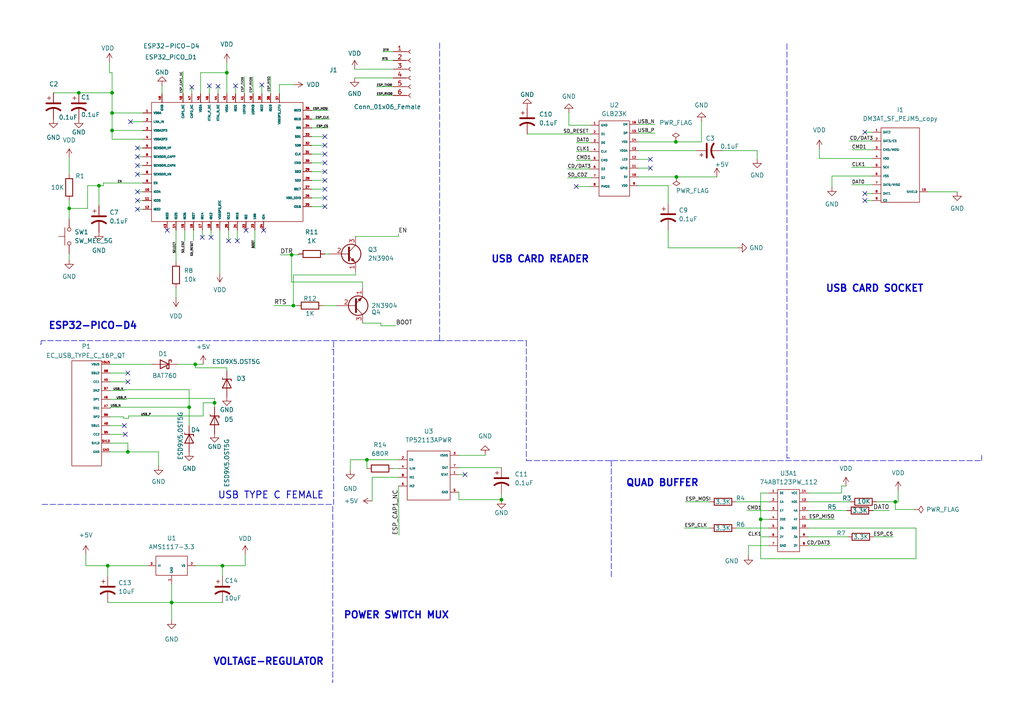
<source format=kicad_sch>
(kicad_sch (version 20211123) (generator eeschema)

  (uuid 508e3fae-fe34-491e-8ebe-73e2d97bbfb8)

  (paper "A4")

  (title_block
    (title "USB_to_SDcard")
    (date "2023-07-29")
    (rev "0")
  )

  (lib_symbols
    (symbol "74ABT123PW_112_1" (in_bom yes) (on_board yes)
      (property "Reference" "U3A" (id 0) (at 0 11.176 0)
        (effects (font (size 1.27 1.27)))
      )
      (property "Value" "74ABT123PW_112_1" (id 1) (at 0 -13.462 0)
        (effects (font (size 1.27 1.27)))
      )
      (property "Footprint" "" (id 2) (at 0 0 0)
        (effects (font (size 1.27 1.27)) hide)
      )
      (property "Datasheet" "" (id 3) (at 0 0 0)
        (effects (font (size 1.27 1.27)) hide)
      )
      (symbol "74ABT123PW_112_1_0_1"
        (rectangle (start -3.048 7.62) (end 3.302 -10.414)
          (stroke (width 0) (type default) (color 0 0 0 0))
          (fill (type none))
        )
      )
      (symbol "74ABT123PW_112_1_1_1"
        (pin passive line (at -5.588 6.604 0) (length 2.54)
          (name "DE" (effects (font (size 0.6 0.6))))
          (number "1" (effects (font (size 0.6 0.6))))
        )
        (pin passive line (at 5.842 -3.556 180) (length 2.54)
          (name "3OE" (effects (font (size 0.6 0.6))))
          (number "10" (effects (font (size 0.6 0.6))))
        )
        (pin passive line (at 5.842 -1.016 180) (length 2.54)
          (name "4Y" (effects (font (size 0.6 0.6))))
          (number "11" (effects (font (size 0.6 0.6))))
        )
        (pin passive line (at 5.842 1.524 180) (length 2.54)
          (name "4A" (effects (font (size 0.6 0.6))))
          (number "12" (effects (font (size 0.6 0.6))))
        )
        (pin passive line (at 5.842 4.064 180) (length 2.54)
          (name "4OE" (effects (font (size 0.6 0.6))))
          (number "13" (effects (font (size 0.6 0.6))))
        )
        (pin passive line (at 5.842 6.604 180) (length 2.54)
          (name "VCC" (effects (font (size 0.6 0.6))))
          (number "14" (effects (font (size 0.6 0.6))))
        )
        (pin passive line (at -5.588 4.064 0) (length 2.54)
          (name "1A" (effects (font (size 0.6 0.6))))
          (number "2" (effects (font (size 0.6 0.6))))
        )
        (pin passive line (at -5.588 1.524 0) (length 2.54)
          (name "1Y" (effects (font (size 0.6 0.6))))
          (number "3" (effects (font (size 0.6 0.6))))
        )
        (pin passive line (at -5.588 -1.016 0) (length 2.54)
          (name "2OE" (effects (font (size 0.6 0.6))))
          (number "4" (effects (font (size 0.6 0.6))))
        )
        (pin passive line (at -5.588 -3.556 0) (length 2.54)
          (name "2A" (effects (font (size 0.6 0.6))))
          (number "5" (effects (font (size 0.6 0.6))))
        )
        (pin passive line (at -5.588 -6.096 0) (length 2.54)
          (name "2Y" (effects (font (size 0.6 0.6))))
          (number "6" (effects (font (size 0.6 0.6))))
        )
        (pin passive line (at -5.588 -8.636 0) (length 2.54)
          (name "GND" (effects (font (size 0.6 0.6))))
          (number "7" (effects (font (size 0.6 0.6))))
        )
        (pin passive line (at 5.842 -8.636 180) (length 2.54)
          (name "3Y" (effects (font (size 0.6 0.6))))
          (number "8" (effects (font (size 0.6 0.6))))
        )
        (pin passive line (at 5.842 -6.096 180) (length 2.54)
          (name "3A" (effects (font (size 0.6 0.6))))
          (number "9" (effects (font (size 0.6 0.6))))
        )
      )
    )
    (symbol "AMS1117-3.3_1" (in_bom yes) (on_board yes)
      (property "Reference" "U4" (id 0) (at 0 5.588 0)
        (effects (font (size 1.27 1.27)))
      )
      (property "Value" "AMS1117-3.3_1" (id 1) (at 8.128 -4.572 0)
        (effects (font (size 1.27 1.27)))
      )
      (property "Footprint" "" (id 2) (at 0 0 0)
        (effects (font (size 1.27 1.27)) hide)
      )
      (property "Datasheet" "" (id 3) (at 0 0 0)
        (effects (font (size 1.27 1.27)) hide)
      )
      (symbol "AMS1117-3.3_1_0_1"
        (rectangle (start -4.572 2.794) (end 4.572 -2.794)
          (stroke (width 0) (type default) (color 0 0 0 0))
          (fill (type none))
        )
      )
      (symbol "AMS1117-3.3_1_1_1"
        (pin passive line (at 0 -5.334 90) (length 2.54)
          (name "GND" (effects (font (size 0.6 0.6))))
          (number "1" (effects (font (size 0.6 0.6))))
        )
        (pin passive line (at 7.112 0 180) (length 2.54)
          (name "V0" (effects (font (size 0.6 0.6))))
          (number "2" (effects (font (size 0.6 0.6))))
        )
        (pin passive line (at -7.112 0 0) (length 2.54)
          (name "VI" (effects (font (size 0.6 0.6))))
          (number "3" (effects (font (size 0.6 0.6))))
        )
      )
    )
    (symbol "Connector:Conn_01x06_Female" (pin_names (offset 1.016) hide) (in_bom yes) (on_board yes)
      (property "Reference" "J" (id 0) (at 0 7.62 0)
        (effects (font (size 1.27 1.27)))
      )
      (property "Value" "Conn_01x06_Female" (id 1) (at 0 -10.16 0)
        (effects (font (size 1.27 1.27)))
      )
      (property "Footprint" "" (id 2) (at 0 0 0)
        (effects (font (size 1.27 1.27)) hide)
      )
      (property "Datasheet" "~" (id 3) (at 0 0 0)
        (effects (font (size 1.27 1.27)) hide)
      )
      (property "ki_keywords" "connector" (id 4) (at 0 0 0)
        (effects (font (size 1.27 1.27)) hide)
      )
      (property "ki_description" "Generic connector, single row, 01x06, script generated (kicad-library-utils/schlib/autogen/connector/)" (id 5) (at 0 0 0)
        (effects (font (size 1.27 1.27)) hide)
      )
      (property "ki_fp_filters" "Connector*:*_1x??_*" (id 6) (at 0 0 0)
        (effects (font (size 1.27 1.27)) hide)
      )
      (symbol "Conn_01x06_Female_1_1"
        (arc (start 0 -7.112) (mid -0.508 -7.62) (end 0 -8.128)
          (stroke (width 0.1524) (type default) (color 0 0 0 0))
          (fill (type none))
        )
        (arc (start 0 -4.572) (mid -0.508 -5.08) (end 0 -5.588)
          (stroke (width 0.1524) (type default) (color 0 0 0 0))
          (fill (type none))
        )
        (arc (start 0 -2.032) (mid -0.508 -2.54) (end 0 -3.048)
          (stroke (width 0.1524) (type default) (color 0 0 0 0))
          (fill (type none))
        )
        (polyline
          (pts
            (xy -1.27 -7.62)
            (xy -0.508 -7.62)
          )
          (stroke (width 0.1524) (type default) (color 0 0 0 0))
          (fill (type none))
        )
        (polyline
          (pts
            (xy -1.27 -5.08)
            (xy -0.508 -5.08)
          )
          (stroke (width 0.1524) (type default) (color 0 0 0 0))
          (fill (type none))
        )
        (polyline
          (pts
            (xy -1.27 -2.54)
            (xy -0.508 -2.54)
          )
          (stroke (width 0.1524) (type default) (color 0 0 0 0))
          (fill (type none))
        )
        (polyline
          (pts
            (xy -1.27 0)
            (xy -0.508 0)
          )
          (stroke (width 0.1524) (type default) (color 0 0 0 0))
          (fill (type none))
        )
        (polyline
          (pts
            (xy -1.27 2.54)
            (xy -0.508 2.54)
          )
          (stroke (width 0.1524) (type default) (color 0 0 0 0))
          (fill (type none))
        )
        (polyline
          (pts
            (xy -1.27 5.08)
            (xy -0.508 5.08)
          )
          (stroke (width 0.1524) (type default) (color 0 0 0 0))
          (fill (type none))
        )
        (arc (start 0 0.508) (mid -0.508 0) (end 0 -0.508)
          (stroke (width 0.1524) (type default) (color 0 0 0 0))
          (fill (type none))
        )
        (arc (start 0 3.048) (mid -0.508 2.54) (end 0 2.032)
          (stroke (width 0.1524) (type default) (color 0 0 0 0))
          (fill (type none))
        )
        (arc (start 0 5.588) (mid -0.508 5.08) (end 0 4.572)
          (stroke (width 0.1524) (type default) (color 0 0 0 0))
          (fill (type none))
        )
        (pin passive line (at -5.08 5.08 0) (length 3.81)
          (name "Pin_1" (effects (font (size 1.27 1.27))))
          (number "1" (effects (font (size 1.27 1.27))))
        )
        (pin passive line (at -5.08 2.54 0) (length 3.81)
          (name "Pin_2" (effects (font (size 1.27 1.27))))
          (number "2" (effects (font (size 1.27 1.27))))
        )
        (pin passive line (at -5.08 0 0) (length 3.81)
          (name "Pin_3" (effects (font (size 1.27 1.27))))
          (number "3" (effects (font (size 1.27 1.27))))
        )
        (pin passive line (at -5.08 -2.54 0) (length 3.81)
          (name "Pin_4" (effects (font (size 1.27 1.27))))
          (number "4" (effects (font (size 1.27 1.27))))
        )
        (pin passive line (at -5.08 -5.08 0) (length 3.81)
          (name "Pin_5" (effects (font (size 1.27 1.27))))
          (number "5" (effects (font (size 1.27 1.27))))
        )
        (pin passive line (at -5.08 -7.62 0) (length 3.81)
          (name "Pin_6" (effects (font (size 1.27 1.27))))
          (number "6" (effects (font (size 1.27 1.27))))
        )
      )
    )
    (symbol "DM3AT_SF_PEJM5_copy_1" (in_bom yes) (on_board yes)
      (property "Reference" "I2" (id 0) (at 0 13.208 0)
        (effects (font (size 1.27 1.27)))
      )
      (property "Value" "DM3AT_SF_PEJM5_copy_1" (id 1) (at 0 -12.7 0)
        (effects (font (size 1.27 1.27)))
      )
      (property "Footprint" "" (id 2) (at 0 0 0)
        (effects (font (size 1.27 1.27)) hide)
      )
      (property "Datasheet" "" (id 3) (at 0 0 0)
        (effects (font (size 1.27 1.27)) hide)
      )
      (symbol "DM3AT_SF_PEJM5_copy_1_0_1"
        (rectangle (start -5.588 10.922) (end 5.588 -10.668)
          (stroke (width 0) (type default) (color 0 0 0 0))
          (fill (type none))
        )
      )
      (symbol "DM3AT_SF_PEJM5_copy_1_1_1"
        (pin passive line (at -8.128 9.652 0) (length 2.54)
          (name "DAT2" (effects (font (size 0.6 0.6))))
          (number "1" (effects (font (size 0.6 0.6))))
        )
        (pin passive line (at 8.128 -7.62 180) (length 2.54)
          (name "SHIELD" (effects (font (size 0.6 0.6))))
          (number "10" (effects (font (size 0.6 0.6))))
        )
        (pin passive line (at -8.128 7.112 0) (length 2.54)
          (name "DAT3/CS" (effects (font (size 0.6 0.6))))
          (number "2" (effects (font (size 0.6 0.6))))
        )
        (pin passive line (at -8.128 4.572 0) (length 2.54)
          (name "CMD/MOSI" (effects (font (size 0.6 0.6))))
          (number "3" (effects (font (size 0.6 0.6))))
        )
        (pin passive line (at -8.128 2.032 0) (length 2.54)
          (name "VDD" (effects (font (size 0.6 0.6))))
          (number "4" (effects (font (size 0.6 0.6))))
        )
        (pin passive line (at -8.128 -0.508 0) (length 2.54)
          (name "SCK" (effects (font (size 0.6 0.6))))
          (number "5" (effects (font (size 0.6 0.6))))
        )
        (pin passive line (at -8.128 -3.048 0) (length 2.54)
          (name "VSS" (effects (font (size 0.6 0.6))))
          (number "6" (effects (font (size 0.6 0.6))))
        )
        (pin passive line (at -8.128 -5.588 0) (length 2.54)
          (name "DAT0/MISO" (effects (font (size 0.6 0.6))))
          (number "7" (effects (font (size 0.6 0.6))))
        )
        (pin passive line (at -8.128 -8.128 0) (length 2.54)
          (name "DAT1" (effects (font (size 0.6 0.6))))
          (number "8" (effects (font (size 0.6 0.6))))
        )
        (pin passive line (at -8.128 -10.16 0) (length 2.54)
          (name "CD" (effects (font (size 0.6 0.6))))
          (number "9" (effects (font (size 0.6 0.6))))
        )
      )
    )
    (symbol "Device:C_Polarized_US" (pin_numbers hide) (pin_names (offset 0.254) hide) (in_bom yes) (on_board yes)
      (property "Reference" "C" (id 0) (at 0.635 2.54 0)
        (effects (font (size 1.27 1.27)) (justify left))
      )
      (property "Value" "C_Polarized_US" (id 1) (at 0.635 -2.54 0)
        (effects (font (size 1.27 1.27)) (justify left))
      )
      (property "Footprint" "" (id 2) (at 0 0 0)
        (effects (font (size 1.27 1.27)) hide)
      )
      (property "Datasheet" "~" (id 3) (at 0 0 0)
        (effects (font (size 1.27 1.27)) hide)
      )
      (property "ki_keywords" "cap capacitor" (id 4) (at 0 0 0)
        (effects (font (size 1.27 1.27)) hide)
      )
      (property "ki_description" "Polarized capacitor, US symbol" (id 5) (at 0 0 0)
        (effects (font (size 1.27 1.27)) hide)
      )
      (property "ki_fp_filters" "CP_*" (id 6) (at 0 0 0)
        (effects (font (size 1.27 1.27)) hide)
      )
      (symbol "C_Polarized_US_0_1"
        (polyline
          (pts
            (xy -2.032 0.762)
            (xy 2.032 0.762)
          )
          (stroke (width 0.508) (type default) (color 0 0 0 0))
          (fill (type none))
        )
        (polyline
          (pts
            (xy -1.778 2.286)
            (xy -0.762 2.286)
          )
          (stroke (width 0) (type default) (color 0 0 0 0))
          (fill (type none))
        )
        (polyline
          (pts
            (xy -1.27 1.778)
            (xy -1.27 2.794)
          )
          (stroke (width 0) (type default) (color 0 0 0 0))
          (fill (type none))
        )
        (arc (start 2.032 -1.27) (mid 0 -0.5572) (end -2.032 -1.27)
          (stroke (width 0.508) (type default) (color 0 0 0 0))
          (fill (type none))
        )
      )
      (symbol "C_Polarized_US_1_1"
        (pin passive line (at 0 3.81 270) (length 2.794)
          (name "~" (effects (font (size 1.27 1.27))))
          (number "1" (effects (font (size 1.27 1.27))))
        )
        (pin passive line (at 0 -3.81 90) (length 3.302)
          (name "~" (effects (font (size 1.27 1.27))))
          (number "2" (effects (font (size 1.27 1.27))))
        )
      )
    )
    (symbol "Device:R" (pin_numbers hide) (pin_names (offset 0)) (in_bom yes) (on_board yes)
      (property "Reference" "R" (id 0) (at 2.032 0 90)
        (effects (font (size 1.27 1.27)))
      )
      (property "Value" "R" (id 1) (at 0 0 90)
        (effects (font (size 1.27 1.27)))
      )
      (property "Footprint" "" (id 2) (at -1.778 0 90)
        (effects (font (size 1.27 1.27)) hide)
      )
      (property "Datasheet" "~" (id 3) (at 0 0 0)
        (effects (font (size 1.27 1.27)) hide)
      )
      (property "ki_keywords" "R res resistor" (id 4) (at 0 0 0)
        (effects (font (size 1.27 1.27)) hide)
      )
      (property "ki_description" "Resistor" (id 5) (at 0 0 0)
        (effects (font (size 1.27 1.27)) hide)
      )
      (property "ki_fp_filters" "R_*" (id 6) (at 0 0 0)
        (effects (font (size 1.27 1.27)) hide)
      )
      (symbol "R_0_1"
        (rectangle (start -1.016 -2.54) (end 1.016 2.54)
          (stroke (width 0.254) (type default) (color 0 0 0 0))
          (fill (type none))
        )
      )
      (symbol "R_1_1"
        (pin passive line (at 0 3.81 270) (length 1.27)
          (name "~" (effects (font (size 1.27 1.27))))
          (number "1" (effects (font (size 1.27 1.27))))
        )
        (pin passive line (at 0 -3.81 90) (length 1.27)
          (name "~" (effects (font (size 1.27 1.27))))
          (number "2" (effects (font (size 1.27 1.27))))
        )
      )
    )
    (symbol "Diode:BAT41" (pin_numbers hide) (pin_names (offset 1.016) hide) (in_bom yes) (on_board yes)
      (property "Reference" "D" (id 0) (at 0 2.54 0)
        (effects (font (size 1.27 1.27)))
      )
      (property "Value" "BAT41" (id 1) (at 0 -2.54 0)
        (effects (font (size 1.27 1.27)))
      )
      (property "Footprint" "Diode_THT:D_DO-35_SOD27_P7.62mm_Horizontal" (id 2) (at 0 -4.445 0)
        (effects (font (size 1.27 1.27)) hide)
      )
      (property "Datasheet" "http://www.vishay.com/docs/85659/bat41.pdf" (id 3) (at 0 0 0)
        (effects (font (size 1.27 1.27)) hide)
      )
      (property "ki_keywords" "diode Schottky" (id 4) (at 0 0 0)
        (effects (font (size 1.27 1.27)) hide)
      )
      (property "ki_description" "100V 0.1A Small Signal Schottky Diode, DO-35" (id 5) (at 0 0 0)
        (effects (font (size 1.27 1.27)) hide)
      )
      (property "ki_fp_filters" "D*DO?35*" (id 6) (at 0 0 0)
        (effects (font (size 1.27 1.27)) hide)
      )
      (symbol "BAT41_0_1"
        (polyline
          (pts
            (xy 1.27 0)
            (xy -1.27 0)
          )
          (stroke (width 0) (type default) (color 0 0 0 0))
          (fill (type none))
        )
        (polyline
          (pts
            (xy 1.27 1.27)
            (xy 1.27 -1.27)
            (xy -1.27 0)
            (xy 1.27 1.27)
          )
          (stroke (width 0.254) (type default) (color 0 0 0 0))
          (fill (type none))
        )
        (polyline
          (pts
            (xy -1.905 0.635)
            (xy -1.905 1.27)
            (xy -1.27 1.27)
            (xy -1.27 -1.27)
            (xy -0.635 -1.27)
            (xy -0.635 -0.635)
          )
          (stroke (width 0.254) (type default) (color 0 0 0 0))
          (fill (type none))
        )
      )
      (symbol "BAT41_1_1"
        (pin passive line (at -3.81 0 0) (length 2.54)
          (name "K" (effects (font (size 1.27 1.27))))
          (number "1" (effects (font (size 1.27 1.27))))
        )
        (pin passive line (at 3.81 0 180) (length 2.54)
          (name "A" (effects (font (size 1.27 1.27))))
          (number "2" (effects (font (size 1.27 1.27))))
        )
      )
    )
    (symbol "EC_USB_TYPE_C_16P_QT_1" (in_bom yes) (on_board yes)
      (property "Reference" "P1" (id 0) (at 0 17.526 0)
        (effects (font (size 1.27 1.27)))
      )
      (property "Value" "EC_USB_TYPE_C_16P_QT_1" (id 1) (at 0 -19.05 0)
        (effects (font (size 1.27 1.27)))
      )
      (property "Footprint" "" (id 2) (at 0 0 0)
        (effects (font (size 1.27 1.27)) hide)
      )
      (property "Datasheet" "" (id 3) (at 0 0 0)
        (effects (font (size 1.27 1.27)) hide)
      )
      (symbol "EC_USB_TYPE_C_16P_QT_1_0_1"
        (rectangle (start -4.064 15.24) (end 4.572 -15.24)
          (stroke (width 0) (type default) (color 0 0 0 0))
          (fill (type none))
        )
      )
      (symbol "EC_USB_TYPE_C_16P_QT_1_1_1"
        (pin passive line (at 7.112 9.144 180) (length 2.54)
          (name "CC1" (effects (font (size 0.6 0.6))))
          (number "A5" (effects (font (size 0.6 0.6))))
        )
        (pin passive line (at 7.112 4.064 180) (length 2.54)
          (name "DP1" (effects (font (size 0.6 0.6))))
          (number "A6" (effects (font (size 0.6 0.6))))
        )
        (pin passive line (at 7.112 1.524 180) (length 2.54)
          (name "DN1" (effects (font (size 0.6 0.6))))
          (number "A7" (effects (font (size 0.6 0.6))))
        )
        (pin passive line (at 7.112 -3.556 180) (length 2.54)
          (name "SBU1" (effects (font (size 0.6 0.6))))
          (number "A8" (effects (font (size 0.6 0.6))))
        )
        (pin passive line (at 7.112 -6.096 180) (length 2.54)
          (name "CC2" (effects (font (size 0.6 0.6))))
          (number "B5" (effects (font (size 0.6 0.6))))
        )
        (pin passive line (at 7.112 -1.016 180) (length 2.54)
          (name "DP2" (effects (font (size 0.6 0.6))))
          (number "B6" (effects (font (size 0.6 0.6))))
        )
        (pin passive line (at 7.112 6.604 180) (length 2.54)
          (name "DN2" (effects (font (size 0.6 0.6))))
          (number "B7" (effects (font (size 0.6 0.6))))
        )
        (pin passive line (at 7.112 11.684 180) (length 2.54)
          (name "SBU2" (effects (font (size 0.6 0.6))))
          (number "B8" (effects (font (size 0.6 0.6))))
        )
        (pin passive line (at 7.112 -11.176 180) (length 2.54)
          (name "GND" (effects (font (size 0.6 0.6))))
          (number "GND" (effects (font (size 0.6 0.6))))
        )
        (pin passive line (at 7.112 -8.636 180) (length 2.54)
          (name "SHLD" (effects (font (size 0.6 0.6))))
          (number "SHLD" (effects (font (size 0.6 0.6))))
        )
        (pin passive line (at 7.112 14.224 180) (length 2.54)
          (name "VBUS" (effects (font (size 0.6 0.6))))
          (number "VBUS" (effects (font (size 0.6 0.6))))
        )
      )
    )
    (symbol "GLB23K_1" (in_bom yes) (on_board yes)
      (property "Reference" "U2" (id 0) (at 0 13.97 0)
        (effects (font (size 1.27 1.27)))
      )
      (property "Value" "GLB23K_1" (id 1) (at 0 -12.954 0)
        (effects (font (size 1.27 1.27)))
      )
      (property "Footprint" "" (id 2) (at 0 0 0)
        (effects (font (size 1.27 1.27)) hide)
      )
      (property "Datasheet" "" (id 3) (at 0 0 0)
        (effects (font (size 1.27 1.27)) hide)
      )
      (symbol "GLB23K_1_0_1"
        (rectangle (start -4.318 11.684) (end 4.572 -10.16)
          (stroke (width 0) (type default) (color 0 0 0 0))
          (fill (type none))
        )
      )
      (symbol "GLB23K_1_1_1"
        (pin passive line (at -6.858 10.414 0) (length 2.54)
          (name "GND" (effects (font (size 0.6 0.6))))
          (number "1" (effects (font (size 0.6 0.6))))
        )
        (pin passive line (at 7.112 -4.572 180) (length 2.54)
          (name "5V" (effects (font (size 0.6 0.6))))
          (number "10" (effects (font (size 0.6 0.6))))
        )
        (pin passive line (at 7.112 -2.032 180) (length 2.54)
          (name "GPIO" (effects (font (size 0.6 0.6))))
          (number "11" (effects (font (size 0.6 0.6))))
        )
        (pin passive line (at 7.112 0.508 180) (length 2.54)
          (name "LED" (effects (font (size 0.6 0.6))))
          (number "12" (effects (font (size 0.6 0.6))))
        )
        (pin passive line (at 7.112 3.048 180) (length 2.54)
          (name "VDDA" (effects (font (size 0.6 0.6))))
          (number "13" (effects (font (size 0.6 0.6))))
        )
        (pin passive line (at 7.112 5.588 180) (length 2.54)
          (name "VSS" (effects (font (size 0.6 0.6))))
          (number "14" (effects (font (size 0.6 0.6))))
        )
        (pin passive line (at 7.112 8.128 180) (length 2.54)
          (name "DP" (effects (font (size 0.6 0.6))))
          (number "15" (effects (font (size 0.6 0.6))))
        )
        (pin passive line (at 7.112 10.668 180) (length 2.54)
          (name "DM" (effects (font (size 0.6 0.6))))
          (number "16" (effects (font (size 0.6 0.6))))
        )
        (pin passive line (at -6.858 7.874 0) (length 2.54)
          (name "D1" (effects (font (size 0.6 0.6))))
          (number "2" (effects (font (size 0.6 0.6))))
        )
        (pin passive line (at -6.858 5.334 0) (length 2.54)
          (name "D0" (effects (font (size 0.6 0.6))))
          (number "3" (effects (font (size 0.6 0.6))))
        )
        (pin passive line (at -6.858 2.794 0) (length 2.54)
          (name "CLK" (effects (font (size 0.6 0.6))))
          (number "4" (effects (font (size 0.6 0.6))))
        )
        (pin passive line (at -6.858 0.254 0) (length 2.54)
          (name "CMD" (effects (font (size 0.6 0.6))))
          (number "5" (effects (font (size 0.6 0.6))))
        )
        (pin passive line (at -6.858 -2.286 0) (length 2.54)
          (name "D3" (effects (font (size 0.6 0.6))))
          (number "6" (effects (font (size 0.6 0.6))))
        )
        (pin passive line (at -6.858 -4.826 0) (length 2.54)
          (name "D2" (effects (font (size 0.6 0.6))))
          (number "7" (effects (font (size 0.6 0.6))))
        )
        (pin passive line (at -6.858 -7.366 0) (length 2.54)
          (name "PMOS" (effects (font (size 0.6 0.6))))
          (number "8" (effects (font (size 0.6 0.6))))
        )
        (pin passive line (at 7.112 -7.112 180) (length 2.54)
          (name "VDD" (effects (font (size 0.6 0.6))))
          (number "9" (effects (font (size 0.6 0.6))))
        )
      )
    )
    (symbol "PCB_lib:ESP32-PICO-D4" (in_bom yes) (on_board yes)
      (property "Reference" "ESP32_PICO_D4" (id 0) (at 0 29.972 0)
        (effects (font (size 1.27 1.27)))
      )
      (property "Value" "ESP32-PICO-D4" (id 1) (at 0 -41.656 0)
        (effects (font (size 1.27 1.27)))
      )
      (property "Footprint" "" (id 2) (at 0 0 0)
        (effects (font (size 1.27 1.27)) hide)
      )
      (property "Datasheet" "" (id 3) (at 0 0 0)
        (effects (font (size 1.27 1.27)) hide)
      )
      (symbol "ESP32-PICO-D4_0_1"
        (rectangle (start -21.082 15.24) (end 22.86 -19.304)
          (stroke (width 0) (type default) (color 0 0 0 0))
          (fill (type none))
        )
      )
      (symbol "ESP32-PICO-D4_1_1"
        (pin passive line (at -23.622 12.192 0) (length 2.54)
          (name "VDDA" (effects (font (size 0.6 0.6))))
          (number "1" (effects (font (size 0.6 0.6))))
        )
        (pin passive line (at -23.622 -10.668 0) (length 2.54)
          (name "IO34" (effects (font (size 0.6 0.6))))
          (number "10" (effects (font (size 0.6 0.6))))
        )
        (pin passive line (at -23.622 -13.208 0) (length 2.54)
          (name "IO35" (effects (font (size 0.6 0.6))))
          (number "11" (effects (font (size 0.6 0.6))))
        )
        (pin passive line (at -23.622 -15.748 0) (length 2.54)
          (name "I032" (effects (font (size 0.6 0.6))))
          (number "12" (effects (font (size 0.6 0.6))))
        )
        (pin passive line (at -16.51 -21.844 90) (length 2.54)
          (name "I033" (effects (font (size 0.6 0.6))))
          (number "13" (effects (font (size 0.6 0.6))))
        )
        (pin passive line (at -13.97 -21.844 90) (length 2.54)
          (name "IO25" (effects (font (size 0.6 0.6))))
          (number "14" (effects (font (size 0.6 0.6))))
        )
        (pin passive line (at -11.43 -21.844 90) (length 2.54)
          (name "I026" (effects (font (size 0.6 0.6))))
          (number "15" (effects (font (size 0.6 0.6))))
        )
        (pin passive line (at -8.89 -21.844 90) (length 2.54)
          (name "I027" (effects (font (size 0.6 0.6))))
          (number "16" (effects (font (size 0.6 0.6))))
        )
        (pin passive line (at -6.35 -21.844 90) (length 2.54)
          (name "I014" (effects (font (size 0.6 0.6))))
          (number "17" (effects (font (size 0.6 0.6))))
        )
        (pin passive line (at -3.81 -21.844 90) (length 2.54)
          (name "I012" (effects (font (size 0.6 0.6))))
          (number "18" (effects (font (size 0.6 0.6))))
        )
        (pin passive line (at -1.27 -21.844 90) (length 2.54)
          (name "VDD3P3_RTC" (effects (font (size 0.6 0.6))))
          (number "19" (effects (font (size 0.6 0.6))))
        )
        (pin passive line (at -23.622 9.652 0) (length 2.54)
          (name "LNA_IN" (effects (font (size 0.6 0.6))))
          (number "2" (effects (font (size 0.6 0.6))))
        )
        (pin passive line (at 1.27 -21.844 90) (length 2.54)
          (name "IO13" (effects (font (size 0.6 0.6))))
          (number "20" (effects (font (size 0.6 0.6))))
        )
        (pin passive line (at 3.81 -21.844 90) (length 2.54)
          (name "I015" (effects (font (size 0.6 0.6))))
          (number "21" (effects (font (size 0.6 0.6))))
        )
        (pin passive line (at 6.35 -21.844 90) (length 2.54)
          (name "I02" (effects (font (size 0.6 0.6))))
          (number "22" (effects (font (size 0.6 0.6))))
        )
        (pin passive line (at 8.89 -21.844 90) (length 2.54)
          (name "100" (effects (font (size 0.6 0.6))))
          (number "23" (effects (font (size 0.6 0.6))))
        )
        (pin passive line (at 11.43 -21.844 90) (length 2.54)
          (name "IO4" (effects (font (size 0.6 0.6))))
          (number "24" (effects (font (size 0.6 0.6))))
        )
        (pin passive line (at 25.4 -14.986 180) (length 2.54)
          (name "IO16" (effects (font (size 0.6 0.6))))
          (number "25" (effects (font (size 0.6 0.6))))
        )
        (pin passive line (at 25.4 -12.446 180) (length 2.54)
          (name "VDD_SDIO" (effects (font (size 0.6 0.6))))
          (number "26" (effects (font (size 0.6 0.6))))
        )
        (pin passive line (at 25.4 -9.906 180) (length 2.54)
          (name "I017" (effects (font (size 0.6 0.6))))
          (number "27" (effects (font (size 0.6 0.6))))
        )
        (pin passive line (at 25.4 -7.366 180) (length 2.54)
          (name "SD2" (effects (font (size 0.6 0.6))))
          (number "28" (effects (font (size 0.6 0.6))))
        )
        (pin passive line (at 25.4 -4.826 180) (length 2.54)
          (name "SD3" (effects (font (size 0.6 0.6))))
          (number "29" (effects (font (size 0.6 0.6))))
        )
        (pin passive line (at -23.622 7.112 0) (length 2.54)
          (name "VDDA3P3" (effects (font (size 0.6 0.6))))
          (number "3" (effects (font (size 0.6 0.6))))
        )
        (pin passive line (at 25.4 -2.286 180) (length 2.54)
          (name "CMD" (effects (font (size 0.6 0.6))))
          (number "30" (effects (font (size 0.6 0.6))))
        )
        (pin passive line (at 25.4 0.254 180) (length 2.54)
          (name "CLK" (effects (font (size 0.6 0.6))))
          (number "31" (effects (font (size 0.6 0.6))))
        )
        (pin passive line (at 25.4 2.794 180) (length 2.54)
          (name "SD0" (effects (font (size 0.6 0.6))))
          (number "32" (effects (font (size 0.6 0.6))))
        )
        (pin passive line (at 25.4 5.334 180) (length 2.54)
          (name "SD1" (effects (font (size 0.6 0.6))))
          (number "33" (effects (font (size 0.6 0.6))))
        )
        (pin passive line (at 25.4 7.874 180) (length 2.54)
          (name "I05" (effects (font (size 0.6 0.6))))
          (number "34" (effects (font (size 0.6 0.6))))
        )
        (pin passive line (at 25.4 10.414 180) (length 2.54)
          (name "I010" (effects (font (size 0.6 0.6))))
          (number "35" (effects (font (size 0.6 0.6))))
        )
        (pin passive line (at 25.4 12.954 180) (length 2.54)
          (name "I023" (effects (font (size 0.6 0.6))))
          (number "36" (effects (font (size 0.6 0.6))))
        )
        (pin passive line (at 16.002 17.78 270) (length 2.54)
          (name "VDD3P3_CPU" (effects (font (size 0.6 0.6))))
          (number "37" (effects (font (size 0.6 0.6))))
        )
        (pin passive line (at 13.462 17.78 270) (length 2.54)
          (name "I019" (effects (font (size 0.6 0.6))))
          (number "38" (effects (font (size 0.6 0.6))))
        )
        (pin passive line (at 10.922 17.78 270) (length 2.54)
          (name "I022" (effects (font (size 0.6 0.6))))
          (number "39" (effects (font (size 0.6 0.6))))
        )
        (pin passive line (at -23.622 4.572 0) (length 2.54)
          (name "VDDA3P3" (effects (font (size 0.6 0.6))))
          (number "4" (effects (font (size 0.6 0.6))))
        )
        (pin passive line (at 8.382 17.78 270) (length 2.54)
          (name "U0RXD" (effects (font (size 0.6 0.6))))
          (number "40" (effects (font (size 0.6 0.6))))
        )
        (pin passive line (at 5.842 17.78 270) (length 2.54)
          (name "U0TXD" (effects (font (size 0.6 0.6))))
          (number "41" (effects (font (size 0.6 0.6))))
        )
        (pin passive line (at 3.302 17.78 270) (length 2.54)
          (name "I021" (effects (font (size 0.6 0.6))))
          (number "42" (effects (font (size 0.6 0.6))))
        )
        (pin passive line (at 0.762 17.78 270) (length 2.54)
          (name "VDDA" (effects (font (size 0.6 0.6))))
          (number "43" (effects (font (size 0.6 0.6))))
        )
        (pin passive line (at -1.778 17.78 270) (length 2.54)
          (name "XTAL_N_NC" (effects (font (size 0.6 0.6))))
          (number "44" (effects (font (size 0.6 0.6))))
        )
        (pin passive line (at -4.318 17.78 270) (length 2.54)
          (name "XTAL_P_NC" (effects (font (size 0.6 0.6))))
          (number "45" (effects (font (size 0.6 0.6))))
        )
        (pin passive line (at -6.858 17.78 270) (length 2.54)
          (name "VDDA" (effects (font (size 0.6 0.6))))
          (number "46" (effects (font (size 0.6 0.6))))
        )
        (pin passive line (at -9.398 17.78 270) (length 2.54)
          (name "CAP2_NC" (effects (font (size 0.6 0.6))))
          (number "47" (effects (font (size 0.6 0.6))))
        )
        (pin passive line (at -11.938 17.78 270) (length 2.54)
          (name "CAP1_NC" (effects (font (size 0.6 0.6))))
          (number "48" (effects (font (size 0.6 0.6))))
        )
        (pin passive line (at -18.034 17.78 270) (length 2.54)
          (name "GND" (effects (font (size 0.6 0.6))))
          (number "49" (effects (font (size 0.6 0.6))))
        )
        (pin passive line (at -23.622 2.032 0) (length 2.54)
          (name "SENSOR_VP" (effects (font (size 0.6 0.6))))
          (number "5" (effects (font (size 0.6 0.6))))
        )
        (pin passive line (at -23.622 -0.508 0) (length 2.54)
          (name "SENSOR_CAPP" (effects (font (size 0.6 0.6))))
          (number "6" (effects (font (size 0.6 0.6))))
        )
        (pin passive line (at -23.622 -3.048 0) (length 2.54)
          (name "SENSOR_CAPN" (effects (font (size 0.6 0.6))))
          (number "7" (effects (font (size 0.6 0.6))))
        )
        (pin passive line (at -23.622 -5.588 0) (length 2.54)
          (name "SENSOR_VN" (effects (font (size 0.6 0.6))))
          (number "8" (effects (font (size 0.6 0.6))))
        )
        (pin passive line (at -23.622 -8.128 0) (length 2.54)
          (name "EN" (effects (font (size 0.6 0.6))))
          (number "9" (effects (font (size 0.6 0.6))))
        )
      )
    )
    (symbol "PCB_lib:SW_MEC_5G" (pin_numbers hide) (pin_names (offset 1.016) hide) (in_bom yes) (on_board yes)
      (property "Reference" "SW" (id 0) (at 1.27 2.54 0)
        (effects (font (size 1.27 1.27)) (justify left))
      )
      (property "Value" "SW_MEC_5G" (id 1) (at 0 -1.524 0)
        (effects (font (size 1.27 1.27)))
      )
      (property "Footprint" "" (id 2) (at 0 5.08 0)
        (effects (font (size 1.27 1.27)) hide)
      )
      (property "Datasheet" "http://www.apem.com/int/index.php?controller=attachment&id_attachment=488" (id 3) (at 0 5.08 0)
        (effects (font (size 1.27 1.27)) hide)
      )
      (property "ki_keywords" "switch normally-open pushbutton push-button" (id 4) (at 0 0 0)
        (effects (font (size 1.27 1.27)) hide)
      )
      (property "ki_description" "MEC 5G single pole normally-open tactile switch" (id 5) (at 0 0 0)
        (effects (font (size 1.27 1.27)) hide)
      )
      (property "ki_fp_filters" "SW*MEC*5G*" (id 6) (at 0 0 0)
        (effects (font (size 1.27 1.27)) hide)
      )
      (symbol "SW_MEC_5G_0_1"
        (circle (center -2.032 0) (radius 0.508)
          (stroke (width 0) (type default) (color 0 0 0 0))
          (fill (type none))
        )
        (polyline
          (pts
            (xy 0 1.27)
            (xy 0 3.048)
          )
          (stroke (width 0) (type default) (color 0 0 0 0))
          (fill (type none))
        )
        (polyline
          (pts
            (xy 2.54 1.27)
            (xy -2.54 1.27)
          )
          (stroke (width 0) (type default) (color 0 0 0 0))
          (fill (type none))
        )
        (circle (center 2.032 0) (radius 0.508)
          (stroke (width 0) (type default) (color 0 0 0 0))
          (fill (type none))
        )
      )
      (symbol "SW_MEC_5G_1_1"
        (pin passive line (at 5.08 0 180) (length 2.54)
          (name "A" (effects (font (size 1.27 1.27))))
          (number "1" (effects (font (size 1.27 1.27))))
        )
        (pin passive line (at -5.08 0 0) (length 2.54)
          (name "A" (effects (font (size 1.27 1.27))))
          (number "2" (effects (font (size 1.27 1.27))))
        )
      )
    )
    (symbol "PCB_lib:VDD3.3" (power) (pin_names (offset 0)) (in_bom yes) (on_board yes)
      (property "Reference" "#PWR" (id 0) (at 0 -3.81 0)
        (effects (font (size 1.27 1.27)) hide)
      )
      (property "Value" "VDD3.3" (id 1) (at 0 3.81 0)
        (effects (font (size 1.27 1.27)))
      )
      (property "Footprint" "" (id 2) (at 0 0 0)
        (effects (font (size 1.27 1.27)) hide)
      )
      (property "Datasheet" "" (id 3) (at 0 0 0)
        (effects (font (size 1.27 1.27)) hide)
      )
      (property "ki_keywords" "global power" (id 4) (at 0 0 0)
        (effects (font (size 1.27 1.27)) hide)
      )
      (property "ki_description" "Power symbol creates a global label with name \"VDD\"" (id 5) (at 0 0 0)
        (effects (font (size 1.27 1.27)) hide)
      )
      (symbol "VDD3.3_0_1"
        (polyline
          (pts
            (xy -0.762 1.27)
            (xy 0 2.54)
          )
          (stroke (width 0) (type default) (color 0 0 0 0))
          (fill (type none))
        )
        (polyline
          (pts
            (xy 0 0)
            (xy 0 2.54)
          )
          (stroke (width 0) (type default) (color 0 0 0 0))
          (fill (type none))
        )
        (polyline
          (pts
            (xy 0 2.54)
            (xy 0.762 1.27)
          )
          (stroke (width 0) (type default) (color 0 0 0 0))
          (fill (type none))
        )
      )
      (symbol "VDD3.3_1_1"
        (pin power_in line (at 0 0 90) (length 0) hide
          (name "VDD" (effects (font (size 1.27 1.27))))
          (number "1" (effects (font (size 1.27 1.27))))
        )
      )
    )
    (symbol "PCB_lib:ZENER" (pin_numbers hide) (pin_names (offset 1.016) hide) (in_bom yes) (on_board yes)
      (property "Reference" "D" (id 0) (at 0 2.54 0)
        (effects (font (size 1.27 1.27)))
      )
      (property "Value" "ZENER" (id 1) (at 0 -5.334 0)
        (effects (font (size 1.27 1.27)))
      )
      (property "Footprint" "" (id 2) (at 0 0 0)
        (effects (font (size 1.27 1.27)) hide)
      )
      (property "Datasheet" "~" (id 3) (at 0 0 0)
        (effects (font (size 1.27 1.27)) hide)
      )
      (property "ki_keywords" "diode" (id 4) (at 0 0 0)
        (effects (font (size 1.27 1.27)) hide)
      )
      (property "ki_description" "Zener diode" (id 5) (at 0 0 0)
        (effects (font (size 1.27 1.27)) hide)
      )
      (property "ki_fp_filters" "TO-???* *_Diode_* *SingleDiode* D_*" (id 6) (at 0 0 0)
        (effects (font (size 1.27 1.27)) hide)
      )
      (symbol "ZENER_0_1"
        (polyline
          (pts
            (xy -1.27 -1.27)
            (xy -1.778 -1.27)
          )
          (stroke (width 0) (type default) (color 0 0 0 0))
          (fill (type none))
        )
        (polyline
          (pts
            (xy 1.27 0)
            (xy -1.27 0)
          )
          (stroke (width 0) (type default) (color 0 0 0 0))
          (fill (type none))
        )
        (polyline
          (pts
            (xy -1.27 -1.27)
            (xy -1.27 1.27)
            (xy -0.762 1.27)
          )
          (stroke (width 0.254) (type default) (color 0 0 0 0))
          (fill (type none))
        )
        (polyline
          (pts
            (xy 1.27 -1.27)
            (xy 1.27 1.27)
            (xy -1.27 0)
            (xy 1.27 -1.27)
          )
          (stroke (width 0.254) (type default) (color 0 0 0 0))
          (fill (type none))
        )
      )
      (symbol "ZENER_1_1"
        (pin passive line (at -3.81 0 0) (length 2.54)
          (name "K" (effects (font (size 1.27 1.27))))
          (number "1" (effects (font (size 1.27 1.27))))
        )
        (pin passive line (at 3.81 0 180) (length 2.54)
          (name "A" (effects (font (size 1.27 1.27))))
          (number "2" (effects (font (size 1.27 1.27))))
        )
      )
    )
    (symbol "TP52113APWR_1" (in_bom yes) (on_board yes)
      (property "Reference" "U5" (id 0) (at 0 9.906 0)
        (effects (font (size 1.27 1.27)))
      )
      (property "Value" "TP52113APWR_1" (id 1) (at 0 -10.414 0)
        (effects (font (size 1.27 1.27)))
      )
      (property "Footprint" "" (id 2) (at 0 0 0)
        (effects (font (size 1.27 1.27)) hide)
      )
      (property "Datasheet" "" (id 3) (at 0 0 0)
        (effects (font (size 1.27 1.27)) hide)
      )
      (symbol "TP52113APWR_1_0_1"
        (rectangle (start -5.842 6.858) (end 6.604 -7.366)
          (stroke (width 0) (type default) (color 0 0 0 0))
          (fill (type none))
        )
      )
      (symbol "TP52113APWR_1_1_1"
        (pin passive line (at 9.144 0 180) (length 2.54)
          (name "STAT" (effects (font (size 0.6 0.6))))
          (number "1" (effects (font (size 0.6 0.6))))
        )
        (pin passive line (at -8.382 4.318 0) (length 2.54)
          (name "EN" (effects (font (size 0.6 0.6))))
          (number "2" (effects (font (size 0.6 0.6))))
        )
        (pin passive line (at 9.144 5.588 180) (length 2.54)
          (name "VSNS" (effects (font (size 0.6 0.6))))
          (number "3" (effects (font (size 0.6 0.6))))
        )
        (pin passive line (at -8.382 1.778 0) (length 2.54)
          (name "ILIM" (effects (font (size 0.6 0.6))))
          (number "4" (effects (font (size 0.6 0.6))))
        )
        (pin passive line (at 9.144 -5.08 180) (length 2.54)
          (name "GND" (effects (font (size 0.6 0.6))))
          (number "5" (effects (font (size 0.6 0.6))))
        )
        (pin passive line (at -8.382 -3.302 0) (length 2.54)
          (name "IN2" (effects (font (size 0.6 0.6))))
          (number "6" (effects (font (size 0.6 0.6))))
        )
        (pin passive line (at 9.144 2.032 180) (length 2.54)
          (name "OUT" (effects (font (size 0.6 0.6))))
          (number "7" (effects (font (size 0.6 0.6))))
        )
        (pin passive line (at -8.382 -0.762 0) (length 2.54)
          (name "IN1" (effects (font (size 0.6 0.6))))
          (number "8" (effects (font (size 0.6 0.6))))
        )
      )
    )
    (symbol "Transistor_BJT:2N3904" (pin_names (offset 0) hide) (in_bom yes) (on_board yes)
      (property "Reference" "Q" (id 0) (at 5.08 1.905 0)
        (effects (font (size 1.27 1.27)) (justify left))
      )
      (property "Value" "2N3904" (id 1) (at 5.08 0 0)
        (effects (font (size 1.27 1.27)) (justify left))
      )
      (property "Footprint" "Package_TO_SOT_THT:TO-92_Inline" (id 2) (at 5.08 -1.905 0)
        (effects (font (size 1.27 1.27) italic) (justify left) hide)
      )
      (property "Datasheet" "https://www.onsemi.com/pub/Collateral/2N3903-D.PDF" (id 3) (at 0 0 0)
        (effects (font (size 1.27 1.27)) (justify left) hide)
      )
      (property "ki_keywords" "NPN Transistor" (id 4) (at 0 0 0)
        (effects (font (size 1.27 1.27)) hide)
      )
      (property "ki_description" "0.2A Ic, 40V Vce, Small Signal NPN Transistor, TO-92" (id 5) (at 0 0 0)
        (effects (font (size 1.27 1.27)) hide)
      )
      (property "ki_fp_filters" "TO?92*" (id 6) (at 0 0 0)
        (effects (font (size 1.27 1.27)) hide)
      )
      (symbol "2N3904_0_1"
        (polyline
          (pts
            (xy 0.635 0.635)
            (xy 2.54 2.54)
          )
          (stroke (width 0) (type default) (color 0 0 0 0))
          (fill (type none))
        )
        (polyline
          (pts
            (xy 0.635 -0.635)
            (xy 2.54 -2.54)
            (xy 2.54 -2.54)
          )
          (stroke (width 0) (type default) (color 0 0 0 0))
          (fill (type none))
        )
        (polyline
          (pts
            (xy 0.635 1.905)
            (xy 0.635 -1.905)
            (xy 0.635 -1.905)
          )
          (stroke (width 0.508) (type default) (color 0 0 0 0))
          (fill (type none))
        )
        (polyline
          (pts
            (xy 1.27 -1.778)
            (xy 1.778 -1.27)
            (xy 2.286 -2.286)
            (xy 1.27 -1.778)
            (xy 1.27 -1.778)
          )
          (stroke (width 0) (type default) (color 0 0 0 0))
          (fill (type outline))
        )
        (circle (center 1.27 0) (radius 2.8194)
          (stroke (width 0.254) (type default) (color 0 0 0 0))
          (fill (type none))
        )
      )
      (symbol "2N3904_1_1"
        (pin passive line (at 2.54 -5.08 90) (length 2.54)
          (name "E" (effects (font (size 1.27 1.27))))
          (number "1" (effects (font (size 1.27 1.27))))
        )
        (pin passive line (at -5.08 0 0) (length 5.715)
          (name "B" (effects (font (size 1.27 1.27))))
          (number "2" (effects (font (size 1.27 1.27))))
        )
        (pin passive line (at 2.54 5.08 270) (length 2.54)
          (name "C" (effects (font (size 1.27 1.27))))
          (number "3" (effects (font (size 1.27 1.27))))
        )
      )
    )
    (symbol "power:+5V" (power) (pin_names (offset 0)) (in_bom yes) (on_board yes)
      (property "Reference" "#PWR" (id 0) (at 0 -3.81 0)
        (effects (font (size 1.27 1.27)) hide)
      )
      (property "Value" "+5V" (id 1) (at 0 3.556 0)
        (effects (font (size 1.27 1.27)))
      )
      (property "Footprint" "" (id 2) (at 0 0 0)
        (effects (font (size 1.27 1.27)) hide)
      )
      (property "Datasheet" "" (id 3) (at 0 0 0)
        (effects (font (size 1.27 1.27)) hide)
      )
      (property "ki_keywords" "global power" (id 4) (at 0 0 0)
        (effects (font (size 1.27 1.27)) hide)
      )
      (property "ki_description" "Power symbol creates a global label with name \"+5V\"" (id 5) (at 0 0 0)
        (effects (font (size 1.27 1.27)) hide)
      )
      (symbol "+5V_0_1"
        (polyline
          (pts
            (xy -0.762 1.27)
            (xy 0 2.54)
          )
          (stroke (width 0) (type default) (color 0 0 0 0))
          (fill (type none))
        )
        (polyline
          (pts
            (xy 0 0)
            (xy 0 2.54)
          )
          (stroke (width 0) (type default) (color 0 0 0 0))
          (fill (type none))
        )
        (polyline
          (pts
            (xy 0 2.54)
            (xy 0.762 1.27)
          )
          (stroke (width 0) (type default) (color 0 0 0 0))
          (fill (type none))
        )
      )
      (symbol "+5V_1_1"
        (pin power_in line (at 0 0 90) (length 0) hide
          (name "+5V" (effects (font (size 1.27 1.27))))
          (number "1" (effects (font (size 1.27 1.27))))
        )
      )
    )
    (symbol "power:GND" (power) (pin_names (offset 0)) (in_bom yes) (on_board yes)
      (property "Reference" "#PWR" (id 0) (at 0 -6.35 0)
        (effects (font (size 1.27 1.27)) hide)
      )
      (property "Value" "GND" (id 1) (at 0 -3.81 0)
        (effects (font (size 1.27 1.27)))
      )
      (property "Footprint" "" (id 2) (at 0 0 0)
        (effects (font (size 1.27 1.27)) hide)
      )
      (property "Datasheet" "" (id 3) (at 0 0 0)
        (effects (font (size 1.27 1.27)) hide)
      )
      (property "ki_keywords" "global power" (id 4) (at 0 0 0)
        (effects (font (size 1.27 1.27)) hide)
      )
      (property "ki_description" "Power symbol creates a global label with name \"GND\" , ground" (id 5) (at 0 0 0)
        (effects (font (size 1.27 1.27)) hide)
      )
      (symbol "GND_0_1"
        (polyline
          (pts
            (xy 0 0)
            (xy 0 -1.27)
            (xy 1.27 -1.27)
            (xy 0 -2.54)
            (xy -1.27 -1.27)
            (xy 0 -1.27)
          )
          (stroke (width 0) (type default) (color 0 0 0 0))
          (fill (type none))
        )
      )
      (symbol "GND_1_1"
        (pin power_in line (at 0 0 270) (length 0) hide
          (name "GND" (effects (font (size 1.27 1.27))))
          (number "1" (effects (font (size 1.27 1.27))))
        )
      )
    )
    (symbol "power:PWR_FLAG" (power) (pin_numbers hide) (pin_names (offset 0) hide) (in_bom yes) (on_board yes)
      (property "Reference" "#FLG" (id 0) (at 0 1.905 0)
        (effects (font (size 1.27 1.27)) hide)
      )
      (property "Value" "PWR_FLAG" (id 1) (at 0 3.81 0)
        (effects (font (size 1.27 1.27)))
      )
      (property "Footprint" "" (id 2) (at 0 0 0)
        (effects (font (size 1.27 1.27)) hide)
      )
      (property "Datasheet" "~" (id 3) (at 0 0 0)
        (effects (font (size 1.27 1.27)) hide)
      )
      (property "ki_keywords" "flag power" (id 4) (at 0 0 0)
        (effects (font (size 1.27 1.27)) hide)
      )
      (property "ki_description" "Special symbol for telling ERC where power comes from" (id 5) (at 0 0 0)
        (effects (font (size 1.27 1.27)) hide)
      )
      (symbol "PWR_FLAG_0_0"
        (pin power_out line (at 0 0 90) (length 0)
          (name "pwr" (effects (font (size 1.27 1.27))))
          (number "1" (effects (font (size 1.27 1.27))))
        )
      )
      (symbol "PWR_FLAG_0_1"
        (polyline
          (pts
            (xy 0 0)
            (xy 0 1.27)
            (xy -1.016 1.905)
            (xy 0 2.54)
            (xy 1.016 1.905)
            (xy 0 1.27)
          )
          (stroke (width 0) (type default) (color 0 0 0 0))
          (fill (type none))
        )
      )
    )
    (symbol "power:VDD" (power) (pin_names (offset 0)) (in_bom yes) (on_board yes)
      (property "Reference" "#PWR" (id 0) (at 0 -3.81 0)
        (effects (font (size 1.27 1.27)) hide)
      )
      (property "Value" "VDD" (id 1) (at 0 3.81 0)
        (effects (font (size 1.27 1.27)))
      )
      (property "Footprint" "" (id 2) (at 0 0 0)
        (effects (font (size 1.27 1.27)) hide)
      )
      (property "Datasheet" "" (id 3) (at 0 0 0)
        (effects (font (size 1.27 1.27)) hide)
      )
      (property "ki_keywords" "global power" (id 4) (at 0 0 0)
        (effects (font (size 1.27 1.27)) hide)
      )
      (property "ki_description" "Power symbol creates a global label with name \"VDD\"" (id 5) (at 0 0 0)
        (effects (font (size 1.27 1.27)) hide)
      )
      (symbol "VDD_0_1"
        (polyline
          (pts
            (xy -0.762 1.27)
            (xy 0 2.54)
          )
          (stroke (width 0) (type default) (color 0 0 0 0))
          (fill (type none))
        )
        (polyline
          (pts
            (xy 0 0)
            (xy 0 2.54)
          )
          (stroke (width 0) (type default) (color 0 0 0 0))
          (fill (type none))
        )
        (polyline
          (pts
            (xy 0 2.54)
            (xy 0.762 1.27)
          )
          (stroke (width 0) (type default) (color 0 0 0 0))
          (fill (type none))
        )
      )
      (symbol "VDD_1_1"
        (pin power_in line (at 0 0 90) (length 0) hide
          (name "VDD" (effects (font (size 1.27 1.27))))
          (number "1" (effects (font (size 1.27 1.27))))
        )
      )
    )
  )

  (junction (at 84.582 73.914) (diameter 0) (color 0 0 0 0)
    (uuid 0aee7ca4-7587-49dc-9273-e66ec115c9a5)
  )
  (junction (at 20.066 60.452) (diameter 0) (color 0 0 0 0)
    (uuid 15663865-a6dd-4842-b986-248e081594b3)
  )
  (junction (at 32.512 26.924) (diameter 0) (color 0 0 0 0)
    (uuid 1da48c2f-f385-4aea-873f-aa868318b7cb)
  )
  (junction (at 31.242 164.084) (diameter 0) (color 0 0 0 0)
    (uuid 3b95311b-5d83-4465-be93-4149ac32281c)
  )
  (junction (at 37.084 131.064) (diameter 0) (color 0 0 0 0)
    (uuid 42dfe014-7038-447e-80e4-da7282a22c66)
  )
  (junction (at 56.642 105.664) (diameter 0) (color 0 0 0 0)
    (uuid 54d3e1cc-b07d-472f-a415-e83887928fd9)
  )
  (junction (at 32.512 32.766) (diameter 0) (color 0 0 0 0)
    (uuid 554ae8b5-f515-447c-9cd3-13ca196298b6)
  )
  (junction (at 54.864 118.11) (diameter 0) (color 0 0 0 0)
    (uuid 7190220e-f216-43e5-977c-19eb05f18218)
  )
  (junction (at 65.786 21.082) (diameter 0) (color 0 0 0 0)
    (uuid 7200bab7-52a4-43e7-9e92-1c4c60415b08)
  )
  (junction (at 32.512 37.846) (diameter 0) (color 0 0 0 0)
    (uuid 7c018409-62f0-4213-ab46-617227271440)
  )
  (junction (at 22.86 26.924) (diameter 0) (color 0 0 0 0)
    (uuid 7e495836-74e3-4e84-9150-3fb52ba4e2e3)
  )
  (junction (at 106.426 133.35) (diameter 0) (color 0 0 0 0)
    (uuid 816d3eae-612e-4b07-9158-0b625f37bcd0)
  )
  (junction (at 64.516 164.084) (diameter 0) (color 0 0 0 0)
    (uuid 866033c8-795e-4658-911f-8dfb303b9eb2)
  )
  (junction (at 49.784 174.752) (diameter 0) (color 0 0 0 0)
    (uuid 8e72590f-c24f-48a1-b76a-3c8c369096b3)
  )
  (junction (at 145.4404 144.9324) (diameter 0) (color 0 0 0 0)
    (uuid b226f875-28cb-4863-b967-baa9239adcf3)
  )
  (junction (at 85.09 88.646) (diameter 0) (color 0 0 0 0)
    (uuid c0bbfffd-d3b3-464f-b97a-ed65de4e60c1)
  )
  (junction (at 196.0372 41.148) (diameter 0) (color 0 0 0 0)
    (uuid ce125890-f6ca-4a0f-ac0b-d3bfbf4b2ba2)
  )
  (junction (at 62.23 116.84) (diameter 0) (color 0 0 0 0)
    (uuid dd7208d4-a7d3-4e73-96ee-750e996fa758)
  )
  (junction (at 196.1896 51.308) (diameter 0) (color 0 0 0 0)
    (uuid dfd73c53-dc10-4ce4-a7dc-9d9d6e989e5d)
  )
  (junction (at 28.702 53.848) (diameter 0) (color 0 0 0 0)
    (uuid e41f1496-572c-422d-90be-4826348e761f)
  )
  (junction (at 220.6244 150.622) (diameter 0) (color 0 0 0 0)
    (uuid f04f676d-1840-441c-b10e-b78c65504178)
  )
  (junction (at 259.6896 145.542) (diameter 0) (color 0 0 0 0)
    (uuid feb3771f-9244-4b40-ad08-66915328c45a)
  )

  (no_connect (at 39.878 45.466) (uuid 10dc0777-f249-4488-91af-26db6c377db4))
  (no_connect (at 39.878 60.706) (uuid 123c3977-fdee-49c0-b2fd-8a13be0fe6d7))
  (no_connect (at 250.8504 56.134) (uuid 16eab54d-6bca-4499-accf-bcc38b58d401))
  (no_connect (at 188.6204 46.228) (uuid 1bf8c60a-00d5-4b05-b8c9-87edbeeda1d3))
  (no_connect (at 71.374 66.802) (uuid 1f61f819-8113-43a1-b32b-c8057ecad694))
  (no_connect (at 37.084 108.204) (uuid 2513114f-245a-48ab-8bcc-a3769a472ff6))
  (no_connect (at 94.234 54.864) (uuid 26ec4824-a448-422f-836e-ff9b67ea7e34))
  (no_connect (at 55.626 25.2984) (uuid 29e530a8-f883-48d8-9348-02bdfe7fab94))
  (no_connect (at 94.234 57.404) (uuid 2edbb655-8ed1-4924-bc38-8cb1799e7571))
  (no_connect (at 66.294 69.85) (uuid 3502bb07-600a-4836-a148-15057eb822ae))
  (no_connect (at 48.514 66.802) (uuid 3a09316b-6087-4f1c-8bef-e159a0a647ae))
  (no_connect (at 94.234 49.784) (uuid 55798252-de4b-4e67-a05b-c445d64342a4))
  (no_connect (at 94.234 39.624) (uuid 56dbe148-ab8e-405e-9526-43cd94d5fa58))
  (no_connect (at 63.246 25.0444) (uuid 5c7fc1cc-5b91-4723-95fb-90ee8111e1fc))
  (no_connect (at 94.234 52.324) (uuid 62d77ec4-b05c-408b-83f8-22f2f87d2720))
  (no_connect (at 75.946 24.638) (uuid 6f82cd68-0093-4482-ae47-2b9dcaddfb6c))
  (no_connect (at 94.234 59.944) (uuid 719dc283-3a12-476b-b4ef-6110406bbec8))
  (no_connect (at 134.874 137.668) (uuid 761ae177-5f18-4125-b21a-e3a33db25662))
  (no_connect (at 36.068 123.444) (uuid 8356129a-ae02-4754-87b1-6a5ad472d34d))
  (no_connect (at 39.878 55.626) (uuid 8568b5ac-7076-4512-9ba6-9f9b3e060fe0))
  (no_connect (at 167.132 54.102) (uuid 86f7669c-e8d1-4bc1-adab-0e858e25e872))
  (no_connect (at 39.878 50.546) (uuid 90063df9-6a77-4d37-9217-a0df054e1179))
  (no_connect (at 60.706 24.892) (uuid 97c1bc5b-5c3e-4d76-bba3-95d1c1a0a9dc))
  (no_connect (at 250.8504 58.166) (uuid 9dccd794-f339-445c-bf74-f9131f77d8f1))
  (no_connect (at 37.846 35.306) (uuid a1b1811f-3a02-469b-a4bf-8dbfbf41175d))
  (no_connect (at 58.674 68.834) (uuid ace755ce-0420-422c-af45-d40768b251f2))
  (no_connect (at 68.326 24.892) (uuid af07394a-8429-4515-9b07-766db61b155d))
  (no_connect (at 36.322 125.984) (uuid b416b3d7-ffea-4ded-b9ed-156cd9490b39))
  (no_connect (at 39.878 58.166) (uuid b45c621d-0c46-4363-aeec-e2f25436415f))
  (no_connect (at 37.084 110.744) (uuid b4f4f5b0-8377-4e24-8cc6-7d7ff39f6fdf))
  (no_connect (at 76.454 66.802) (uuid bcff431d-0d7b-40a7-8a88-c6d995a6e71a))
  (no_connect (at 39.878 42.926) (uuid c5e976ce-11db-4314-a466-8bd39ce79fd4))
  (no_connect (at 94.234 42.164) (uuid c7ccb762-0ddc-409a-a4b1-1f4df65dc6b8))
  (no_connect (at 94.234 44.704) (uuid cafaa190-12b6-4208-ae3f-74760aab6795))
  (no_connect (at 39.878 48.006) (uuid d02868fa-983a-4a23-9a5e-168f8e9fa8d7))
  (no_connect (at 61.214 68.834) (uuid d33344fe-ac67-45ad-9c62-5163e0d4bd67))
  (no_connect (at 94.234 47.244) (uuid d665aca4-cd8a-44e0-bd85-3a6c2a09992b))
  (no_connect (at 68.834 69.85) (uuid d918b55f-cc15-43ac-981f-b66c275f5ad7))
  (no_connect (at 250.8504 38.354) (uuid da7fbd8e-498e-419c-a3a0-313807951faf))
  (no_connect (at 188.6204 48.768) (uuid fc0b8d4d-518a-4566-bf4a-69db7b8b853d))

  (wire (pts (xy 241.3 51.054) (xy 252.984 51.054))
    (stroke (width 0) (type default) (color 0 0 0 0))
    (uuid 01269bc5-5422-412c-b4d5-1142fc321569)
  )
  (wire (pts (xy 234.442 143.002) (xy 244.094 143.002))
    (stroke (width 0) (type default) (color 0 0 0 0))
    (uuid 02224372-51b4-48bb-ac32-5609facea5be)
  )
  (wire (pts (xy 32.004 110.744) (xy 37.084 110.744))
    (stroke (width 0) (type default) (color 0 0 0 0))
    (uuid 03df3ca8-2c6c-4d86-bab9-75e7c535589a)
  )
  (wire (pts (xy 32.512 26.924) (xy 32.512 32.766))
    (stroke (width 0) (type default) (color 0 0 0 0))
    (uuid 054a18bb-6e82-4118-8231-8e0a136db598)
  )
  (wire (pts (xy 164.592 49.022) (xy 171.196 49.022))
    (stroke (width 0) (type default) (color 0 0 0 0))
    (uuid 05e1bad1-675a-4ee4-91ff-961c42f63eec)
  )
  (wire (pts (xy 254.254 145.542) (xy 259.6896 145.542))
    (stroke (width 0) (type default) (color 0 0 0 0))
    (uuid 0a07143a-a993-4ce2-b676-ec7b2f1e452c)
  )
  (wire (pts (xy 25.4 60.452) (xy 25.4 53.848))
    (stroke (width 0) (type default) (color 0 0 0 0))
    (uuid 0a8dbf90-3083-4e8a-8257-e7e3191bcdfd)
  )
  (wire (pts (xy 103.124 79.756) (xy 103.124 78.74))
    (stroke (width 0) (type default) (color 0 0 0 0))
    (uuid 0c9cd709-383f-4015-b918-68309724cc50)
  )
  (wire (pts (xy 252.984 58.166) (xy 250.8504 58.166))
    (stroke (width 0) (type default) (color 0 0 0 0))
    (uuid 0d0aba6c-80a9-4f7c-b027-07ea860a68b2)
  )
  (wire (pts (xy 32.004 128.524) (xy 37.084 128.524))
    (stroke (width 0) (type default) (color 0 0 0 0))
    (uuid 0d44ec07-8509-4d54-8232-5d7cb0fad7e9)
  )
  (wire (pts (xy 84.582 81.788) (xy 105.156 81.788))
    (stroke (width 0) (type default) (color 0 0 0 0))
    (uuid 0da2d0dc-2719-4c61-9054-94520e3c3af8)
  )
  (wire (pts (xy 66.294 66.802) (xy 66.294 69.85))
    (stroke (width 0) (type default) (color 0 0 0 0))
    (uuid 0db4b1d9-1344-49a9-ac89-799ef0422bee)
  )
  (wire (pts (xy 259.6896 145.542) (xy 260.5024 145.542))
    (stroke (width 0) (type default) (color 0 0 0 0))
    (uuid 0f9ffedf-9ee3-40c8-9990-7fd606f4c2b5)
  )
  (wire (pts (xy 114.046 135.89) (xy 115.57 135.89))
    (stroke (width 0) (type default) (color 0 0 0 0))
    (uuid 11eec929-8e59-4648-9a8a-4b9da003ddeb)
  )
  (wire (pts (xy 185.166 38.608) (xy 189.8904 38.608))
    (stroke (width 0) (type default) (color 0 0 0 0))
    (uuid 12a66c85-05c4-422f-9033-a28662f7f5d6)
  )
  (wire (pts (xy 220.6244 150.622) (xy 220.6244 162.052))
    (stroke (width 0) (type default) (color 0 0 0 0))
    (uuid 145ef546-1499-477a-8f5b-2a1eac9a6e1c)
  )
  (wire (pts (xy 196.0372 41.148) (xy 203.454 41.148))
    (stroke (width 0) (type default) (color 0 0 0 0))
    (uuid 14b578d5-6fd3-489d-aeb0-ee7bddea8bb2)
  )
  (wire (pts (xy 20.066 75.3872) (xy 20.066 73.66))
    (stroke (width 0) (type default) (color 0 0 0 0))
    (uuid 170b7738-8e60-4938-b9e7-65e2b34bff84)
  )
  (wire (pts (xy 102.87 20.066) (xy 114.046 20.066))
    (stroke (width 0) (type default) (color 0 0 0 0))
    (uuid 182dcbc4-f497-4040-a378-1b0f027d9cd9)
  )
  (wire (pts (xy 28.702 53.848) (xy 28.702 59.69))
    (stroke (width 0) (type default) (color 0 0 0 0))
    (uuid 1968aa2a-c881-4a1e-8a87-6f30860feb03)
  )
  (wire (pts (xy 75.946 24.638) (xy 75.946 27.178))
    (stroke (width 0) (type default) (color 0 0 0 0))
    (uuid 1a51e17a-a81a-4610-9136-a045264d1b93)
  )
  (wire (pts (xy 95.25 37.084) (xy 90.424 37.084))
    (stroke (width 0) (type default) (color 0 0 0 0))
    (uuid 1d139257-88e8-4198-8c69-7a772418bcbd)
  )
  (wire (pts (xy 39.878 50.546) (xy 41.402 50.546))
    (stroke (width 0) (type default) (color 0 0 0 0))
    (uuid 1eaf2c20-a755-4c6d-b78b-859e12799e20)
  )
  (wire (pts (xy 73.3044 22.2504) (xy 73.406 27.178))
    (stroke (width 0) (type default) (color 0 0 0 0))
    (uuid 1f64a83d-52bd-43f7-acc4-88d4fde832db)
  )
  (wire (pts (xy 171.196 36.322) (xy 164.9984 36.322))
    (stroke (width 0) (type default) (color 0 0 0 0))
    (uuid 21fbbf74-d8eb-4aca-85ae-d36d5491b58a)
  )
  (wire (pts (xy 32.004 118.11) (xy 32.004 118.364))
    (stroke (width 0) (type default) (color 0 0 0 0))
    (uuid 221b2ea1-0544-4737-b41b-708b7fd64067)
  )
  (polyline (pts (xy 127.254 98.806) (xy 152.654 98.806))
    (stroke (width 0) (type default) (color 0 0 0 0))
    (uuid 226fbe82-b430-4b3f-9a27-6a7ee812c253)
  )

  (wire (pts (xy 55.626 25.2984) (xy 55.626 27.178))
    (stroke (width 0) (type default) (color 0 0 0 0))
    (uuid 22c56ec9-3fe7-4e0b-bc2f-9d5aa14044f2)
  )
  (wire (pts (xy 247.0404 53.594) (xy 252.984 53.594))
    (stroke (width 0) (type default) (color 0 0 0 0))
    (uuid 23e7f1ea-9030-4d98-896c-ac1c1e6657fd)
  )
  (wire (pts (xy 51.054 83.566) (xy 51.054 86.36))
    (stroke (width 0) (type default) (color 0 0 0 0))
    (uuid 2528d08a-ee88-40f2-8bc0-bf1d3a3959f4)
  )
  (wire (pts (xy 250.8504 56.134) (xy 252.984 56.134))
    (stroke (width 0) (type default) (color 0 0 0 0))
    (uuid 25a0adbe-f3e5-451c-8d8c-0385b865c716)
  )
  (wire (pts (xy 56.642 105.664) (xy 56.642 106.68))
    (stroke (width 0) (type default) (color 0 0 0 0))
    (uuid 25f8d2bb-e04a-4118-9b11-09082e04eab4)
  )
  (wire (pts (xy 185.166 48.768) (xy 188.6204 48.768))
    (stroke (width 0) (type default) (color 0 0 0 0))
    (uuid 2611ceee-a0d3-40e7-aa12-6b722a4ea171)
  )
  (wire (pts (xy 109.22 27.686) (xy 114.046 27.686))
    (stroke (width 0) (type default) (color 0 0 0 0))
    (uuid 2926ddb6-53f5-4c12-b663-5aa781dca9ea)
  )
  (wire (pts (xy 70.866 22.2504) (xy 70.866 27.178))
    (stroke (width 0) (type default) (color 0 0 0 0))
    (uuid 2ae4a968-9450-4b2a-b435-6802dd98806c)
  )
  (polyline (pts (xy 96.52 146.812) (xy 96.52 197.866))
    (stroke (width 0) (type default) (color 0 0 0 0))
    (uuid 2c371baa-4695-4284-84fb-711538c31fa3)
  )

  (wire (pts (xy 198.7804 145.542) (xy 205.8924 145.542))
    (stroke (width 0) (type default) (color 0 0 0 0))
    (uuid 2d556c15-101b-48c2-9b11-f2ae20ee64b3)
  )
  (wire (pts (xy 39.878 55.626) (xy 41.402 55.626))
    (stroke (width 0) (type default) (color 0 0 0 0))
    (uuid 2eabfa63-29c2-4026-8905-b6f183fdda50)
  )
  (wire (pts (xy 37.846 35.306) (xy 41.402 35.306))
    (stroke (width 0) (type default) (color 0 0 0 0))
    (uuid 2f49ce41-7a67-4668-a666-de8585af7d23)
  )
  (wire (pts (xy 90.424 32.004) (xy 95.25 32.004))
    (stroke (width 0) (type default) (color 0 0 0 0))
    (uuid 3037f75a-164f-4dea-a937-a8e5a5953f02)
  )
  (polyline (pts (xy 127.508 12.446) (xy 127.508 98.806))
    (stroke (width 0) (type default) (color 0 0 0 0))
    (uuid 30a6b8df-404c-45a9-84af-4b89ba0de6b7)
  )

  (wire (pts (xy 90.424 59.944) (xy 94.234 59.944))
    (stroke (width 0) (type default) (color 0 0 0 0))
    (uuid 30dfd44a-0bf1-4e7a-b38e-230c7616259a)
  )
  (wire (pts (xy 115.57 67.818) (xy 115.57 68.58))
    (stroke (width 0) (type default) (color 0 0 0 0))
    (uuid 320e7f9a-f41c-413b-a880-ac2cc9f3b6fa)
  )
  (wire (pts (xy 244.094 140.97) (xy 245.364 140.97))
    (stroke (width 0) (type default) (color 0 0 0 0))
    (uuid 325b62eb-1fea-4305-851a-f760ea56c447)
  )
  (wire (pts (xy 81.026 27.178) (xy 81.026 24.5364))
    (stroke (width 0) (type default) (color 0 0 0 0))
    (uuid 32b15b64-6165-476e-b85c-cb80234117da)
  )
  (wire (pts (xy 51.562 105.664) (xy 56.642 105.664))
    (stroke (width 0) (type default) (color 0 0 0 0))
    (uuid 334f9851-dc26-4ee5-ac3d-eacd1867c18a)
  )
  (wire (pts (xy 185.166 41.148) (xy 196.0372 41.148))
    (stroke (width 0) (type default) (color 0 0 0 0))
    (uuid 339197bf-5ebc-4403-af61-e1dfe5843d14)
  )
  (wire (pts (xy 167.132 54.102) (xy 171.196 54.102))
    (stroke (width 0) (type default) (color 0 0 0 0))
    (uuid 363d25ac-943f-43aa-87b4-ab16752a1ed1)
  )
  (wire (pts (xy 220.8784 155.702) (xy 223.012 155.702))
    (stroke (width 0) (type default) (color 0 0 0 0))
    (uuid 36543e2f-1fd6-4d65-af67-171810d26476)
  )
  (wire (pts (xy 102.87 22.606) (xy 114.046 22.606))
    (stroke (width 0) (type default) (color 0 0 0 0))
    (uuid 3757df71-0518-4665-b9cd-c52da229b23c)
  )
  (wire (pts (xy 32.004 120.904) (xy 35.814 120.904))
    (stroke (width 0) (type default) (color 0 0 0 0))
    (uuid 387fdabd-e9d6-46b2-92e5-ab7a5937775b)
  )
  (wire (pts (xy 203.454 35.2044) (xy 203.454 41.148))
    (stroke (width 0) (type default) (color 0 0 0 0))
    (uuid 395a2bfe-20ae-4a12-a110-cbea20ddc6aa)
  )
  (wire (pts (xy 65.786 18.1864) (xy 65.786 21.082))
    (stroke (width 0) (type default) (color 0 0 0 0))
    (uuid 39bbbae1-7c7b-4e89-947d-b680d8b3a913)
  )
  (wire (pts (xy 109.22 25.146) (xy 114.046 25.146))
    (stroke (width 0) (type default) (color 0 0 0 0))
    (uuid 3e6a10d9-ee88-4058-901f-295960fd6d4f)
  )
  (polyline (pts (xy 152.654 133.604) (xy 177.292 133.604))
    (stroke (width 0) (type default) (color 0 0 0 0))
    (uuid 3ff501a9-0a5b-458b-84bd-67ce4be25851)
  )
  (polyline (pts (xy 284.734 132.08) (xy 284.734 133.604))
    (stroke (width 0) (type default) (color 0 0 0 0))
    (uuid 40a0f62a-98db-4d11-b5ee-f6c63c523437)
  )

  (wire (pts (xy 20.066 60.452) (xy 20.066 63.5))
    (stroke (width 0) (type default) (color 0 0 0 0))
    (uuid 42f9b5b6-75d5-4cfd-bfe1-1c49106813a1)
  )
  (wire (pts (xy 58.166 21.082) (xy 65.786 21.082))
    (stroke (width 0) (type default) (color 0 0 0 0))
    (uuid 43e7f0b2-51b6-4407-9704-e82329dec4eb)
  )
  (wire (pts (xy 81.28 73.914) (xy 84.582 73.914))
    (stroke (width 0) (type default) (color 0 0 0 0))
    (uuid 4451a4e7-6502-47ce-882e-798c298ca150)
  )
  (wire (pts (xy 217.0684 158.242) (xy 217.0684 161.1884))
    (stroke (width 0) (type default) (color 0 0 0 0))
    (uuid 4533a29c-b3e4-4e54-92cb-e35f51d89863)
  )
  (wire (pts (xy 39.878 45.466) (xy 41.402 45.466))
    (stroke (width 0) (type default) (color 0 0 0 0))
    (uuid 477c768f-cbaf-4a63-b5d6-1e8e55df1ee4)
  )
  (wire (pts (xy 56.642 105.664) (xy 58.928 105.664))
    (stroke (width 0) (type default) (color 0 0 0 0))
    (uuid 4983af3e-1bfe-4d67-9af3-05db70895e54)
  )
  (wire (pts (xy 56.896 164.084) (xy 64.516 164.084))
    (stroke (width 0) (type default) (color 0 0 0 0))
    (uuid 49b7db23-ebcc-4eb9-8845-39d66841aef2)
  )
  (wire (pts (xy 145.4404 144.9324) (xy 133.096 144.9324))
    (stroke (width 0) (type default) (color 0 0 0 0))
    (uuid 49b8fa6f-c105-41b7-9925-6d6098b20e4e)
  )
  (wire (pts (xy 63.754 66.802) (xy 63.754 79.248))
    (stroke (width 0) (type default) (color 0 0 0 0))
    (uuid 4a720a89-cc99-4b47-8336-3e759160c893)
  )
  (wire (pts (xy 90.424 52.324) (xy 94.234 52.324))
    (stroke (width 0) (type default) (color 0 0 0 0))
    (uuid 4b75555d-57cf-4234-a55c-2686ebe4da32)
  )
  (wire (pts (xy 32.004 113.284) (xy 35.9664 113.284))
    (stroke (width 0) (type default) (color 0 0 0 0))
    (uuid 4b9fc2d5-0785-4c59-b6d2-a9b0662f92d5)
  )
  (wire (pts (xy 22.86 26.924) (xy 32.512 26.924))
    (stroke (width 0) (type default) (color 0 0 0 0))
    (uuid 4c82f25d-cb61-4f5f-a571-ea04279b80a9)
  )
  (wire (pts (xy 85.09 88.646) (xy 86.106 88.646))
    (stroke (width 0) (type default) (color 0 0 0 0))
    (uuid 4c870557-ab78-468c-95eb-4fd46181371c)
  )
  (wire (pts (xy 164.592 51.562) (xy 171.196 51.562))
    (stroke (width 0) (type default) (color 0 0 0 0))
    (uuid 4d49f8ad-caa6-4b4b-b774-e80d994884a5)
  )
  (wire (pts (xy 164.9984 32.6644) (xy 164.9984 36.322))
    (stroke (width 0) (type default) (color 0 0 0 0))
    (uuid 4d5c97f2-832f-4ccd-969d-2e156aa97f12)
  )
  (wire (pts (xy 167.132 43.942) (xy 171.196 43.942))
    (stroke (width 0) (type default) (color 0 0 0 0))
    (uuid 4e8e3dc1-fe0b-4a4b-b72d-e092e5d78c8b)
  )
  (wire (pts (xy 105.156 81.788) (xy 105.156 83.566))
    (stroke (width 0) (type default) (color 0 0 0 0))
    (uuid 4ea45283-ef43-4e7c-b4e4-b342563d056f)
  )
  (wire (pts (xy 25.4 53.848) (xy 28.702 53.848))
    (stroke (width 0) (type default) (color 0 0 0 0))
    (uuid 500d6516-5440-4d9a-8664-831c032dd1f0)
  )
  (wire (pts (xy 68.834 66.802) (xy 68.834 69.85))
    (stroke (width 0) (type default) (color 0 0 0 0))
    (uuid 50ff6f4a-4571-4409-b80b-ede93e34186a)
  )
  (wire (pts (xy 86.614 73.914) (xy 86.614 73.66))
    (stroke (width 0) (type default) (color 0 0 0 0))
    (uuid 5446a79c-9c47-4345-9715-bf08fa24a20f)
  )
  (wire (pts (xy 32.004 105.664) (xy 43.942 105.664))
    (stroke (width 0) (type default) (color 0 0 0 0))
    (uuid 54a45d19-3b8f-44a9-af32-82a787c2e5c4)
  )
  (wire (pts (xy 84.582 73.914) (xy 86.614 73.914))
    (stroke (width 0) (type default) (color 0 0 0 0))
    (uuid 552c9e0a-47a3-476b-9a55-609a2afa2b76)
  )
  (wire (pts (xy 31.75 21.082) (xy 31.75 18.034))
    (stroke (width 0) (type default) (color 0 0 0 0))
    (uuid 5598cd52-b62c-4fe8-89d3-c3b547e61947)
  )
  (polyline (pts (xy 11.938 99.822) (xy 11.684 99.822))
    (stroke (width 0) (type default) (color 0 0 0 0))
    (uuid 55a049cb-01ad-4d0c-b6bd-2ca414b2abf0)
  )

  (wire (pts (xy 234.442 153.162) (xy 265.684 153.162))
    (stroke (width 0) (type default) (color 0 0 0 0))
    (uuid 55a6507f-ca30-421f-998d-30c3c213e3bf)
  )
  (wire (pts (xy 58.928 116.84) (xy 62.23 116.84))
    (stroke (width 0) (type default) (color 0 0 0 0))
    (uuid 56e83a50-9d8f-4790-8b9f-13a6c5097095)
  )
  (wire (pts (xy 193.802 66.7004) (xy 193.802 71.882))
    (stroke (width 0) (type default) (color 0 0 0 0))
    (uuid 56f1a00c-59d7-4b38-a8fa-8ea9c4841d42)
  )
  (wire (pts (xy 68.326 24.892) (xy 68.326 27.178))
    (stroke (width 0) (type default) (color 0 0 0 0))
    (uuid 57dd8df5-d6b5-48d2-8b00-b5fc6c201dc9)
  )
  (wire (pts (xy 65.786 21.082) (xy 65.786 27.178))
    (stroke (width 0) (type default) (color 0 0 0 0))
    (uuid 581096f2-3258-4f26-8519-355c328ba9ea)
  )
  (wire (pts (xy 32.004 125.984) (xy 36.322 125.984))
    (stroke (width 0) (type default) (color 0 0 0 0))
    (uuid 583be1aa-f05e-4da9-88a4-f431c2817159)
  )
  (wire (pts (xy 20.066 45.72) (xy 20.066 50.546))
    (stroke (width 0) (type default) (color 0 0 0 0))
    (uuid 58a4d3da-93f8-42a5-8b78-2ca59ebe2aaf)
  )
  (wire (pts (xy 64.516 164.084) (xy 71.12 164.084))
    (stroke (width 0) (type default) (color 0 0 0 0))
    (uuid 595d2c8d-235d-4da3-8fa4-6d68f01d0ac7)
  )
  (polyline (pts (xy 11.938 98.806) (xy 11.938 99.822))
    (stroke (width 0) (type default) (color 0 0 0 0))
    (uuid 5a68b250-5977-4936-b693-22877c2a93e7)
  )

  (wire (pts (xy 223.012 158.242) (xy 217.0684 158.242))
    (stroke (width 0) (type default) (color 0 0 0 0))
    (uuid 60121faf-47ef-4eeb-a1d3-28d1e7eeac1f)
  )
  (wire (pts (xy 60.706 24.892) (xy 60.706 27.178))
    (stroke (width 0) (type default) (color 0 0 0 0))
    (uuid 622f7a55-27ca-4935-b72a-a89a48d8f7a7)
  )
  (wire (pts (xy 32.004 123.444) (xy 36.068 123.444))
    (stroke (width 0) (type default) (color 0 0 0 0))
    (uuid 62966da9-3d2d-430a-9f07-88ea025fccca)
  )
  (polyline (pts (xy 96.774 99.06) (xy 96.774 146.304))
    (stroke (width 0) (type default) (color 0 0 0 0))
    (uuid 62f84701-38f5-4f45-a904-d658486ca112)
  )

  (wire (pts (xy 31.242 164.084) (xy 42.672 164.084))
    (stroke (width 0) (type default) (color 0 0 0 0))
    (uuid 63e8857a-cc10-4775-8d92-9842b9ae2b11)
  )
  (wire (pts (xy 105.156 93.726) (xy 110.49 93.726))
    (stroke (width 0) (type default) (color 0 0 0 0))
    (uuid 655bdf20-efd4-44e3-9ccc-a66ec156682b)
  )
  (wire (pts (xy 56.642 106.68) (xy 65.786 106.68))
    (stroke (width 0) (type default) (color 0 0 0 0))
    (uuid 657ee277-ca76-41fc-81fe-c0632df6bdfe)
  )
  (wire (pts (xy 79.502 88.646) (xy 85.09 88.646))
    (stroke (width 0) (type default) (color 0 0 0 0))
    (uuid 664c06b3-444b-40f2-834c-40a7626930fb)
  )
  (polyline (pts (xy 127.508 98.806) (xy 11.938 98.806))
    (stroke (width 0) (type default) (color 0 0 0 0))
    (uuid 66bbb14d-fa96-4da9-bdac-1e557bf0d092)
  )

  (wire (pts (xy 32.004 118.11) (xy 54.864 118.11))
    (stroke (width 0) (type default) (color 0 0 0 0))
    (uuid 685b2e97-36f1-494b-810a-4aa2fd64abd5)
  )
  (wire (pts (xy 56.134 66.802) (xy 56.134 69.85))
    (stroke (width 0) (type default) (color 0 0 0 0))
    (uuid 6905a5f0-f22a-4d08-b88a-bee72c4d510c)
  )
  (wire (pts (xy 41.402 32.766) (xy 32.512 32.766))
    (stroke (width 0) (type default) (color 0 0 0 0))
    (uuid 6a29264c-96b2-4f79-802c-217f9b343ac8)
  )
  (wire (pts (xy 93.726 88.646) (xy 97.536 88.646))
    (stroke (width 0) (type default) (color 0 0 0 0))
    (uuid 6af3ddfb-f9b2-470d-ad1b-888b0b2df113)
  )
  (wire (pts (xy 152.908 38.862) (xy 171.196 38.862))
    (stroke (width 0) (type default) (color 0 0 0 0))
    (uuid 6b3a7af6-c8a9-46a5-8f07-73dee2773039)
  )
  (wire (pts (xy 32.004 115.824) (xy 36.576 115.824))
    (stroke (width 0) (type default) (color 0 0 0 0))
    (uuid 6cab34c7-e2ac-4142-a63a-349d0f7eb30f)
  )
  (wire (pts (xy 237.6424 45.974) (xy 252.984 45.974))
    (stroke (width 0) (type default) (color 0 0 0 0))
    (uuid 6d05f001-660a-4d31-ac69-1a6c15625836)
  )
  (wire (pts (xy 115.57 133.35) (xy 106.426 133.35))
    (stroke (width 0) (type default) (color 0 0 0 0))
    (uuid 6df159fd-87ef-448e-b2dc-dc9a38dd66d0)
  )
  (wire (pts (xy 90.424 47.244) (xy 94.234 47.244))
    (stroke (width 0) (type default) (color 0 0 0 0))
    (uuid 6e5ec230-b776-450b-bdb4-bceaa4f84e8c)
  )
  (wire (pts (xy 110.744 17.526) (xy 114.046 17.526))
    (stroke (width 0) (type default) (color 0 0 0 0))
    (uuid 6f062ce5-7a9a-41d1-bf89-b829d2702a2c)
  )
  (wire (pts (xy 49.784 174.752) (xy 49.784 179.832))
    (stroke (width 0) (type default) (color 0 0 0 0))
    (uuid 70a0b577-70d8-41e3-8903-c81ad6787727)
  )
  (wire (pts (xy 103.124 68.58) (xy 115.57 68.58))
    (stroke (width 0) (type default) (color 0 0 0 0))
    (uuid 70f9c9fc-0165-45ac-87bd-bdd2e1196bb4)
  )
  (polyline (pts (xy 228.2444 12.7) (xy 228.2444 132.842))
    (stroke (width 0) (type default) (color 0 0 0 0))
    (uuid 7131893b-2a47-49ca-83b7-2d695d91202d)
  )

  (wire (pts (xy 219.6084 43.688) (xy 219.6084 46.1264))
    (stroke (width 0) (type default) (color 0 0 0 0))
    (uuid 714d2199-312a-4e9e-aee0-7757de79a40a)
  )
  (wire (pts (xy 45.974 131.064) (xy 45.974 135.128))
    (stroke (width 0) (type default) (color 0 0 0 0))
    (uuid 739eccf9-df21-4018-ac9e-693579616ee4)
  )
  (wire (pts (xy 269.24 55.626) (xy 277.622 55.626))
    (stroke (width 0) (type default) (color 0 0 0 0))
    (uuid 75eb1d93-f54f-453f-9dda-977ef9171054)
  )
  (wire (pts (xy 37.084 128.524) (xy 37.084 131.064))
    (stroke (width 0) (type default) (color 0 0 0 0))
    (uuid 773c46b2-066f-4922-b8e7-911c6a507d16)
  )
  (wire (pts (xy 32.004 131.064) (xy 37.084 131.064))
    (stroke (width 0) (type default) (color 0 0 0 0))
    (uuid 78cc7e13-2ddf-4614-b7ce-861dc433be66)
  )
  (wire (pts (xy 107.95 145.288) (xy 107.95 138.43))
    (stroke (width 0) (type default) (color 0 0 0 0))
    (uuid 7a144bb3-1be7-4217-98b4-7173377735f1)
  )
  (wire (pts (xy 185.166 43.688) (xy 201.93 43.688))
    (stroke (width 0) (type default) (color 0 0 0 0))
    (uuid 7b419454-79c4-4d5f-a46a-b1100be490ff)
  )
  (wire (pts (xy 241.3 51.054) (xy 241.3 54.2544))
    (stroke (width 0) (type default) (color 0 0 0 0))
    (uuid 7e6cf858-cbe7-497b-8841-7c39a11f8f0e)
  )
  (wire (pts (xy 220.6244 143.002) (xy 220.6244 150.622))
    (stroke (width 0) (type default) (color 0 0 0 0))
    (uuid 7e77cf65-c368-4ed3-bf21-37b1c9dfcbc0)
  )
  (wire (pts (xy 95.504 34.544) (xy 90.424 34.544))
    (stroke (width 0) (type default) (color 0 0 0 0))
    (uuid 80675f27-6fd9-4efd-b3ba-bba7108a5579)
  )
  (wire (pts (xy 198.5264 153.162) (xy 205.8924 153.162))
    (stroke (width 0) (type default) (color 0 0 0 0))
    (uuid 827873f1-97a5-44f1-a7db-38d0a407be76)
  )
  (wire (pts (xy 20.066 58.166) (xy 20.066 60.452))
    (stroke (width 0) (type default) (color 0 0 0 0))
    (uuid 82ce1d94-c079-4e23-9d94-e60860c915a2)
  )
  (wire (pts (xy 247.0404 43.434) (xy 252.984 43.434))
    (stroke (width 0) (type default) (color 0 0 0 0))
    (uuid 84928a94-8952-47a6-beb6-a7fbb665be6c)
  )
  (wire (pts (xy 28.702 53.848) (xy 29.972 53.848))
    (stroke (width 0) (type default) (color 0 0 0 0))
    (uuid 84a6bf04-c63d-4de0-8751-99c2b8b1022f)
  )
  (wire (pts (xy 253.492 155.702) (xy 259.08 155.702))
    (stroke (width 0) (type default) (color 0 0 0 0))
    (uuid 8845b852-1c34-4501-b888-bb795d2a8dc1)
  )
  (wire (pts (xy 167.132 46.482) (xy 171.196 46.482))
    (stroke (width 0) (type default) (color 0 0 0 0))
    (uuid 88582e35-5a0d-4576-b7e2-c57cd73d44d1)
  )
  (wire (pts (xy 140.716 131.826) (xy 140.716 132.08))
    (stroke (width 0) (type default) (color 0 0 0 0))
    (uuid 89860410-31da-4b66-abf5-67df4a265588)
  )
  (wire (pts (xy 35.9664 113.03) (xy 54.864 113.03))
    (stroke (width 0) (type default) (color 0 0 0 0))
    (uuid 898e130c-137b-476c-8d01-d469f375444d)
  )
  (wire (pts (xy 24.892 160.782) (xy 24.892 164.084))
    (stroke (width 0) (type default) (color 0 0 0 0))
    (uuid 89c24e16-5f32-41f2-bede-6cfd4056a4dc)
  )
  (wire (pts (xy 193.802 53.848) (xy 193.802 59.0804))
    (stroke (width 0) (type default) (color 0 0 0 0))
    (uuid 8a2adbe3-aab0-4c69-9843-5137e6ba22a5)
  )
  (wire (pts (xy 213.5124 145.542) (xy 223.012 145.542))
    (stroke (width 0) (type default) (color 0 0 0 0))
    (uuid 8a469cc0-d673-4d85-bc53-f4f2ff880818)
  )
  (wire (pts (xy 185.166 53.848) (xy 193.802 53.848))
    (stroke (width 0) (type default) (color 0 0 0 0))
    (uuid 8cc3eacd-e01a-4e56-8235-6389ff22433f)
  )
  (wire (pts (xy 53.594 66.802) (xy 53.594 69.85))
    (stroke (width 0) (type default) (color 0 0 0 0))
    (uuid 8dbe6a53-d549-44c7-ac10-cf21d0d48cc1)
  )
  (wire (pts (xy 71.12 160.782) (xy 71.12 164.084))
    (stroke (width 0) (type default) (color 0 0 0 0))
    (uuid 8ec8ef99-ba45-4298-98de-f39ec702d158)
  )
  (wire (pts (xy 133.096 135.636) (xy 145.4404 135.636))
    (stroke (width 0) (type default) (color 0 0 0 0))
    (uuid 8efaf7ec-b7a8-4fcf-9cfa-405253fd7fb9)
  )
  (wire (pts (xy 133.096 142.748) (xy 133.096 144.9324))
    (stroke (width 0) (type default) (color 0 0 0 0))
    (uuid 8f0f159d-4484-4da1-a7ab-8a0374b3f27d)
  )
  (polyline (pts (xy 96.774 101.346) (xy 96.266 101.346))
    (stroke (width 0) (type default) (color 0 0 0 0))
    (uuid 8fe69758-1ffb-427c-bca2-a46cced0fef5)
  )

  (wire (pts (xy 32.512 21.082) (xy 32.512 26.924))
    (stroke (width 0) (type default) (color 0 0 0 0))
    (uuid 910a5a77-fefa-4dc3-b441-dcbe00943094)
  )
  (wire (pts (xy 133.096 137.668) (xy 134.874 137.668))
    (stroke (width 0) (type default) (color 0 0 0 0))
    (uuid 91189949-0f91-47f1-9960-6fae0e2db8dc)
  )
  (wire (pts (xy 39.878 42.926) (xy 41.402 42.926))
    (stroke (width 0) (type default) (color 0 0 0 0))
    (uuid 916fbaca-6fd4-43ec-84a3-a85c02c343b3)
  )
  (wire (pts (xy 106.426 133.35) (xy 106.426 135.89))
    (stroke (width 0) (type default) (color 0 0 0 0))
    (uuid 92286b1e-8d22-4f2c-946d-74dd95ca93e5)
  )
  (polyline (pts (xy 12.192 146.304) (xy 96.774 146.304))
    (stroke (width 0) (type default) (color 0 0 0 0))
    (uuid 9285f4fd-3565-4163-996d-c7947deab591)
  )

  (wire (pts (xy 253.238 148.082) (xy 257.9624 148.082))
    (stroke (width 0) (type default) (color 0 0 0 0))
    (uuid 939122e8-da5a-4f74-970b-563879425baf)
  )
  (wire (pts (xy 247.0404 48.514) (xy 252.984 48.514))
    (stroke (width 0) (type default) (color 0 0 0 0))
    (uuid 93f4d07e-6b4c-431d-9025-9baee4774e36)
  )
  (wire (pts (xy 110.49 94.488) (xy 114.808 94.488))
    (stroke (width 0) (type default) (color 0 0 0 0))
    (uuid 94dc47a5-96a4-4c86-ba36-7a11b56598d6)
  )
  (wire (pts (xy 58.674 66.802) (xy 58.674 68.834))
    (stroke (width 0) (type default) (color 0 0 0 0))
    (uuid 95d65846-fb91-4976-8381-f7fc01d07e01)
  )
  (wire (pts (xy 53.086 20.7264) (xy 53.086 27.178))
    (stroke (width 0) (type default) (color 0 0 0 0))
    (uuid 96ac796c-1090-45e1-9845-82356d0766f6)
  )
  (wire (pts (xy 54.864 113.03) (xy 54.864 118.11))
    (stroke (width 0) (type default) (color 0 0 0 0))
    (uuid 9766c039-967d-4e48-90ae-cfc0a9d2b886)
  )
  (wire (pts (xy 185.166 46.228) (xy 188.6204 46.228))
    (stroke (width 0) (type default) (color 0 0 0 0))
    (uuid 97e39786-436d-4e2c-bdc5-89d1fbc87351)
  )
  (polyline (pts (xy 177.292 133.604) (xy 177.292 167.386))
    (stroke (width 0) (type default) (color 0 0 0 0))
    (uuid 98506bf2-af79-474a-806b-b53f1dac7117)
  )

  (wire (pts (xy 32.512 21.082) (xy 31.75 21.082))
    (stroke (width 0) (type default) (color 0 0 0 0))
    (uuid 9c811fa5-d995-4f68-861f-47912266d9e3)
  )
  (wire (pts (xy 61.214 66.802) (xy 61.214 68.834))
    (stroke (width 0) (type default) (color 0 0 0 0))
    (uuid 9d20c072-0463-444b-b1ac-bc1b2f242bbb)
  )
  (wire (pts (xy 62.23 115.57) (xy 62.23 116.84))
    (stroke (width 0) (type default) (color 0 0 0 0))
    (uuid 9e472672-c076-4a2b-a781-fe83beabee07)
  )
  (wire (pts (xy 244.094 143.002) (xy 244.094 140.97))
    (stroke (width 0) (type default) (color 0 0 0 0))
    (uuid 9f5f219e-7b73-45d6-baf8-12408fbbeeb7)
  )
  (wire (pts (xy 90.424 49.784) (xy 94.234 49.784))
    (stroke (width 0) (type default) (color 0 0 0 0))
    (uuid a20301f5-0147-46bd-a6af-798dfcb24538)
  )
  (wire (pts (xy 41.402 37.846) (xy 32.512 37.846))
    (stroke (width 0) (type default) (color 0 0 0 0))
    (uuid a2278f59-0805-4fe5-ba49-0372530f886d)
  )
  (wire (pts (xy 94.234 73.66) (xy 95.504 73.66))
    (stroke (width 0) (type default) (color 0 0 0 0))
    (uuid a297fb3b-635e-41f6-93a6-8fba3f4368a2)
  )
  (wire (pts (xy 37.338 120.65) (xy 58.928 120.65))
    (stroke (width 0) (type default) (color 0 0 0 0))
    (uuid a609faa1-742c-401d-b720-4218d353c147)
  )
  (wire (pts (xy 32.512 32.766) (xy 32.512 37.846))
    (stroke (width 0) (type default) (color 0 0 0 0))
    (uuid a8ae213e-8c1d-40b5-8031-d6e6f1e63923)
  )
  (wire (pts (xy 107.95 138.43) (xy 115.57 138.43))
    (stroke (width 0) (type default) (color 0 0 0 0))
    (uuid ab35c904-455c-46ec-8997-f7baa176539a)
  )
  (wire (pts (xy 64.516 164.084) (xy 64.516 167.132))
    (stroke (width 0) (type default) (color 0 0 0 0))
    (uuid abcc0594-208b-4fa7-aae0-b3f33e25b0b1)
  )
  (wire (pts (xy 49.784 169.418) (xy 49.784 174.752))
    (stroke (width 0) (type default) (color 0 0 0 0))
    (uuid ae43dc97-edda-42f6-85aa-89d747304480)
  )
  (wire (pts (xy 250.8504 38.354) (xy 252.984 38.354))
    (stroke (width 0) (type default) (color 0 0 0 0))
    (uuid b0208fae-0f8c-4fb5-8f79-3ad32d793902)
  )
  (wire (pts (xy 110.49 93.726) (xy 110.49 94.488))
    (stroke (width 0) (type default) (color 0 0 0 0))
    (uuid b0407f9b-4cfa-42fd-9a01-8b645ace5081)
  )
  (wire (pts (xy 110.998 14.986) (xy 114.046 14.986))
    (stroke (width 0) (type default) (color 0 0 0 0))
    (uuid b57f46e9-d3db-4ae2-8313-6dbda6397ec6)
  )
  (wire (pts (xy 265.684 162.052) (xy 265.684 153.162))
    (stroke (width 0) (type default) (color 0 0 0 0))
    (uuid b635e29c-514a-4110-a5f3-1a5f39cab2ab)
  )
  (wire (pts (xy 31.242 164.084) (xy 31.242 167.132))
    (stroke (width 0) (type default) (color 0 0 0 0))
    (uuid b6920dec-fc98-44d8-807e-072f45f07b92)
  )
  (wire (pts (xy 90.424 42.164) (xy 94.234 42.164))
    (stroke (width 0) (type default) (color 0 0 0 0))
    (uuid b6b8339e-15fb-473a-b757-8889b4b4f472)
  )
  (wire (pts (xy 167.132 41.402) (xy 171.196 41.402))
    (stroke (width 0) (type default) (color 0 0 0 0))
    (uuid b85d7b91-511e-4b0d-a9b0-f6b493902df8)
  )
  (wire (pts (xy 39.878 48.006) (xy 41.402 48.006))
    (stroke (width 0) (type default) (color 0 0 0 0))
    (uuid b87d89e6-21f2-43cc-92ad-2eba62ff6ff7)
  )
  (wire (pts (xy 234.442 155.702) (xy 245.872 155.702))
    (stroke (width 0) (type default) (color 0 0 0 0))
    (uuid b943316d-2cf9-4e56-9255-0f413e2a0c4c)
  )
  (wire (pts (xy 216.662 148.082) (xy 223.012 148.082))
    (stroke (width 0) (type default) (color 0 0 0 0))
    (uuid b9aebfee-7e1d-4e3a-9c33-757f2ad09000)
  )
  (wire (pts (xy 220.6244 150.622) (xy 223.012 150.622))
    (stroke (width 0) (type default) (color 0 0 0 0))
    (uuid bdb291ee-e374-40f4-b3f0-ba15fe55cd6a)
  )
  (wire (pts (xy 29.972 53.848) (xy 29.972 53.086))
    (stroke (width 0) (type default) (color 0 0 0 0))
    (uuid be60696d-f624-4020-bac0-e6f95996b0c1)
  )
  (polyline (pts (xy 228.2444 132.842) (xy 229.0064 132.842))
    (stroke (width 0) (type default) (color 0 0 0 0))
    (uuid bebd4f6d-0bd4-466f-8e59-89ad5a099162)
  )

  (wire (pts (xy 90.424 44.704) (xy 94.234 44.704))
    (stroke (width 0) (type default) (color 0 0 0 0))
    (uuid bef3ea92-f7fa-4067-8bfa-435abf28b963)
  )
  (wire (pts (xy 64.516 174.752) (xy 49.784 174.752))
    (stroke (width 0) (type default) (color 0 0 0 0))
    (uuid bf38be43-011f-462d-a894-bde7bccc9ee5)
  )
  (wire (pts (xy 234.442 145.542) (xy 246.634 145.542))
    (stroke (width 0) (type default) (color 0 0 0 0))
    (uuid c391d681-12a1-4847-9d0c-355214a268ed)
  )
  (wire (pts (xy 58.928 120.65) (xy 58.928 116.84))
    (stroke (width 0) (type default) (color 0 0 0 0))
    (uuid c5351ffb-e1e1-461c-b81f-50ff6b109b73)
  )
  (wire (pts (xy 29.972 53.086) (xy 41.402 53.086))
    (stroke (width 0) (type default) (color 0 0 0 0))
    (uuid c57aa9e6-f35a-43e6-a5d8-91ff1a7554da)
  )
  (wire (pts (xy 213.5124 153.162) (xy 223.012 153.162))
    (stroke (width 0) (type default) (color 0 0 0 0))
    (uuid c73e4f34-e0c4-4630-9f7e-a283e8f79375)
  )
  (wire (pts (xy 81.026 24.5364) (xy 85.2424 24.5364))
    (stroke (width 0) (type default) (color 0 0 0 0))
    (uuid c961639c-4466-4b85-82a3-bfa3c9ccce74)
  )
  (wire (pts (xy 78.486 22.098) (xy 78.486 27.178))
    (stroke (width 0) (type default) (color 0 0 0 0))
    (uuid c96fcc9d-d31d-42ac-a9bc-44d5da8d3257)
  )
  (wire (pts (xy 185.166 36.068) (xy 189.8904 36.068))
    (stroke (width 0) (type default) (color 0 0 0 0))
    (uuid ca512e72-3be3-401f-8d02-2d60967ffa3f)
  )
  (wire (pts (xy 265.2268 147.7772) (xy 259.6896 147.7772))
    (stroke (width 0) (type default) (color 0 0 0 0))
    (uuid cb59e7ad-7f69-4cbb-a53e-4f6c455c5339)
  )
  (wire (pts (xy 39.878 60.706) (xy 41.402 60.706))
    (stroke (width 0) (type default) (color 0 0 0 0))
    (uuid cc867e03-a66f-4c42-a269-c70c84416fb0)
  )
  (wire (pts (xy 31.242 174.752) (xy 49.784 174.752))
    (stroke (width 0) (type default) (color 0 0 0 0))
    (uuid d1956a2b-189a-4890-84a0-7e3a630ef1fa)
  )
  (wire (pts (xy 39.878 58.166) (xy 41.402 58.166))
    (stroke (width 0) (type default) (color 0 0 0 0))
    (uuid d1adad47-a9e5-4141-901e-462a15900b79)
  )
  (wire (pts (xy 37.338 121.3104) (xy 37.338 120.65))
    (stroke (width 0) (type default) (color 0 0 0 0))
    (uuid d2f01563-ce5f-425a-bdc1-ac8b093847f7)
  )
  (wire (pts (xy 85.09 88.646) (xy 85.09 79.756))
    (stroke (width 0) (type default) (color 0 0 0 0))
    (uuid d34caa16-d55f-414e-a5f9-658f4a3c5e0f)
  )
  (wire (pts (xy 32.004 108.204) (xy 37.084 108.204))
    (stroke (width 0) (type default) (color 0 0 0 0))
    (uuid d461b3e6-a869-414b-a89e-6a30c0fb13c0)
  )
  (wire (pts (xy 63.246 25.0444) (xy 63.246 27.178))
    (stroke (width 0) (type default) (color 0 0 0 0))
    (uuid d5ced9f5-4f5d-4a10-8b0a-faec73ed1d48)
  )
  (wire (pts (xy 32.512 37.846) (xy 32.512 40.386))
    (stroke (width 0) (type default) (color 0 0 0 0))
    (uuid d7ba9944-5d1b-415b-91de-78fe7631bbbc)
  )
  (wire (pts (xy 246.4308 40.894) (xy 252.984 40.894))
    (stroke (width 0) (type default) (color 0 0 0 0))
    (uuid d8c0b2b9-c98e-41ff-9cde-180a528a3ce1)
  )
  (wire (pts (xy 24.892 164.084) (xy 31.242 164.084))
    (stroke (width 0) (type default) (color 0 0 0 0))
    (uuid dc515d95-2a2f-43d5-ba61-3d05161ca32f)
  )
  (wire (pts (xy 36.576 115.824) (xy 36.576 115.57))
    (stroke (width 0) (type default) (color 0 0 0 0))
    (uuid df61ad6d-e556-4a43-aa22-3c1f81e30cfe)
  )
  (wire (pts (xy 15.494 26.924) (xy 22.86 26.924))
    (stroke (width 0) (type default) (color 0 0 0 0))
    (uuid e0c27231-7c44-44c9-bb91-485dc5902821)
  )
  (wire (pts (xy 35.814 121.3104) (xy 37.338 121.3104))
    (stroke (width 0) (type default) (color 0 0 0 0))
    (uuid e1859428-7a28-43f4-aa67-2b0135855850)
  )
  (wire (pts (xy 260.5024 142.24) (xy 260.5024 145.542))
    (stroke (width 0) (type default) (color 0 0 0 0))
    (uuid e28bd17e-07b4-4b6b-8472-fa89258eae6d)
  )
  (wire (pts (xy 234.442 150.622) (xy 242.062 150.622))
    (stroke (width 0) (type default) (color 0 0 0 0))
    (uuid e479224b-8d13-4f6a-8bf9-51085bc3182a)
  )
  (polyline (pts (xy 96.266 197.866) (xy 96.52 197.866))
    (stroke (width 0) (type default) (color 0 0 0 0))
    (uuid e58c658b-7338-4403-bd66-7f64d6a33382)
  )

  (wire (pts (xy 209.55 43.688) (xy 219.6084 43.688))
    (stroke (width 0) (type default) (color 0 0 0 0))
    (uuid e6e34fa8-f346-4cec-b220-fcbfdc4bdc08)
  )
  (wire (pts (xy 35.9664 113.03) (xy 35.9664 113.284))
    (stroke (width 0) (type default) (color 0 0 0 0))
    (uuid e7139b51-35b0-45a6-9130-25c7c3d783f2)
  )
  (wire (pts (xy 62.23 116.84) (xy 62.23 118.11))
    (stroke (width 0) (type default) (color 0 0 0 0))
    (uuid e7ad6977-adfb-4bce-ab4c-a31d3aee8409)
  )
  (wire (pts (xy 35.814 120.904) (xy 35.814 121.3104))
    (stroke (width 0) (type default) (color 0 0 0 0))
    (uuid e83ff55d-d45e-417c-9405-6606714b0927)
  )
  (wire (pts (xy 237.6424 43.18) (xy 237.6424 45.974))
    (stroke (width 0) (type default) (color 0 0 0 0))
    (uuid e8504344-3941-46e7-ad29-e271ba1f22b0)
  )
  (polyline (pts (xy 152.654 98.806) (xy 152.654 133.604))
    (stroke (width 0) (type default) (color 0 0 0 0))
    (uuid e8806877-05a9-4fed-8a15-4cd24744107a)
  )

  (wire (pts (xy 85.09 79.756) (xy 103.124 79.756))
    (stroke (width 0) (type default) (color 0 0 0 0))
    (uuid ead25da1-8df8-4d55-ad87-0ad59c274478)
  )
  (polyline (pts (xy 177.546 133.604) (xy 284.734 133.604))
    (stroke (width 0) (type default) (color 0 0 0 0))
    (uuid eb39c634-0370-42d6-9479-c545f2839f85)
  )

  (wire (pts (xy 101.6 133.35) (xy 101.6 136.398))
    (stroke (width 0) (type default) (color 0 0 0 0))
    (uuid ebb827df-f743-4a7c-bd40-651010bcaee8)
  )
  (wire (pts (xy 193.802 71.882) (xy 214.0204 71.882))
    (stroke (width 0) (type default) (color 0 0 0 0))
    (uuid ec9cf9a4-59bd-485d-992a-581ab2bef7b0)
  )
  (wire (pts (xy 259.6896 145.542) (xy 259.6896 147.7772))
    (stroke (width 0) (type default) (color 0 0 0 0))
    (uuid ece8f629-7ed9-4291-a524-f722929306ce)
  )
  (wire (pts (xy 46.99 24.7904) (xy 46.99 27.178))
    (stroke (width 0) (type default) (color 0 0 0 0))
    (uuid ef3e9a31-c48d-43c2-899d-707b9f3d3adb)
  )
  (wire (pts (xy 223.012 143.002) (xy 220.6244 143.002))
    (stroke (width 0) (type default) (color 0 0 0 0))
    (uuid ef97aaba-c74e-4e40-afd1-76deedcfe8d6)
  )
  (wire (pts (xy 234.442 158.242) (xy 240.792 158.242))
    (stroke (width 0) (type default) (color 0 0 0 0))
    (uuid f117fcf0-6be5-44a7-83ae-16f1f245b84e)
  )
  (wire (pts (xy 36.576 115.57) (xy 62.23 115.57))
    (stroke (width 0) (type default) (color 0 0 0 0))
    (uuid f163de13-8009-4b18-8c7d-e9f481588f64)
  )
  (wire (pts (xy 41.402 40.386) (xy 32.512 40.386))
    (stroke (width 0) (type default) (color 0 0 0 0))
    (uuid f1d135b3-cd4f-4990-acfb-5ae1d75f5a3c)
  )
  (wire (pts (xy 54.864 118.11) (xy 54.864 123.444))
    (stroke (width 0) (type default) (color 0 0 0 0))
    (uuid f22f1905-17f6-4ccf-81bc-b19dc83df197)
  )
  (wire (pts (xy 196.1896 51.308) (xy 207.9244 51.308))
    (stroke (width 0) (type default) (color 0 0 0 0))
    (uuid f3d8bd51-e124-4070-b935-d329d051afee)
  )
  (wire (pts (xy 51.054 66.802) (xy 51.054 75.946))
    (stroke (width 0) (type default) (color 0 0 0 0))
    (uuid f4aa2c29-b8b4-463b-b3e8-ff7b57899470)
  )
  (wire (pts (xy 145.4404 143.256) (xy 145.4404 144.9324))
    (stroke (width 0) (type default) (color 0 0 0 0))
    (uuid f580f6b3-0ae4-4618-a596-60112b1baec4)
  )
  (wire (pts (xy 90.424 54.864) (xy 94.234 54.864))
    (stroke (width 0) (type default) (color 0 0 0 0))
    (uuid f5cfc0e9-16f2-42b8-828e-d299ac5bf390)
  )
  (wire (pts (xy 234.442 148.082) (xy 245.618 148.082))
    (stroke (width 0) (type default) (color 0 0 0 0))
    (uuid f5e2d5d0-1738-4954-9baf-8dd8bf68c64f)
  )
  (wire (pts (xy 58.166 21.082) (xy 58.166 27.178))
    (stroke (width 0) (type default) (color 0 0 0 0))
    (uuid f63e4a72-b28c-4e9b-8c3e-849aa05b0a6e)
  )
  (wire (pts (xy 133.096 132.08) (xy 140.716 132.08))
    (stroke (width 0) (type default) (color 0 0 0 0))
    (uuid f692543b-0b23-4e41-b516-d34daeef1971)
  )
  (wire (pts (xy 73.914 66.802) (xy 73.914 72.0852))
    (stroke (width 0) (type default) (color 0 0 0 0))
    (uuid f7370e6c-9695-49c3-970b-f71741391277)
  )
  (wire (pts (xy 37.084 131.064) (xy 45.974 131.064))
    (stroke (width 0) (type default) (color 0 0 0 0))
    (uuid f780eb02-e081-4586-a2b4-3e6dd99b2d0e)
  )
  (wire (pts (xy 185.166 51.308) (xy 196.1896 51.308))
    (stroke (width 0) (type default) (color 0 0 0 0))
    (uuid f914345c-7493-42b8-898f-a5b8697a4069)
  )
  (wire (pts (xy 106.426 133.35) (xy 101.6 133.35))
    (stroke (width 0) (type default) (color 0 0 0 0))
    (uuid faca4b15-21ce-4872-a921-72f6e7fcdb6b)
  )
  (wire (pts (xy 65.786 106.68) (xy 65.786 107.442))
    (stroke (width 0) (type default) (color 0 0 0 0))
    (uuid fbc1510a-645c-4b4f-b585-1a9dbd69822c)
  )
  (wire (pts (xy 90.424 39.624) (xy 94.234 39.624))
    (stroke (width 0) (type default) (color 0 0 0 0))
    (uuid fc8babd4-5eb4-483f-a3cd-1ef04a496ad6)
  )
  (wire (pts (xy 20.066 60.452) (xy 25.4 60.452))
    (stroke (width 0) (type default) (color 0 0 0 0))
    (uuid fcd4b2d0-7377-4b1d-902b-55ba9c7af9a7)
  )
  (wire (pts (xy 84.582 73.914) (xy 84.582 81.788))
    (stroke (width 0) (type default) (color 0 0 0 0))
    (uuid fea2afd0-4bcc-4c86-b396-afec0adb3a5b)
  )
  (wire (pts (xy 115.7224 155.194) (xy 115.57 140.97))
    (stroke (width 0) (type default) (color 0 0 0 0))
    (uuid fecc6aa4-dc1a-4503-86fd-2af092e4d9da)
  )
  (wire (pts (xy 90.424 57.404) (xy 94.234 57.404))
    (stroke (width 0) (type default) (color 0 0 0 0))
    (uuid fee6dbd4-49ca-4a8b-b020-35b6a49e842d)
  )
  (wire (pts (xy 220.6244 162.052) (xy 265.684 162.052))
    (stroke (width 0) (type default) (color 0 0 0 0))
    (uuid fee6de36-c132-48b1-8560-cc0b2894cecf)
  )

  (text "ESP32-PICO-D4\n" (at 13.97 95.758 0)
    (effects (font (size 2 2) (thickness 0.4) bold) (justify left bottom))
    (uuid 0d8e5813-fac4-4809-8691-83e578efe615)
  )
  (text "USB CARD READER\n" (at 142.367 76.454 0)
    (effects (font (size 2 2) bold) (justify left bottom))
    (uuid 410bb21e-f4c1-41b8-946e-0fa77f6294cf)
  )
  (text "USB CARD SOCKET" (at 239.395 84.963 0)
    (effects (font (size 2 2) bold) (justify left bottom))
    (uuid 4e4b8ab0-7a3e-46fc-80cd-4ac78dbdae6b)
  )
  (text "POWER SWITCH MUX" (at 99.568 179.705 0)
    (effects (font (size 2 2) bold) (justify left bottom))
    (uuid 58839784-4898-45d4-aaf2-b90bfd7d9f46)
  )
  (text "USB TYPE C FEMALE" (at 63.119 144.907 0)
    (effects (font (size 2 2) (thickness 0.254) bold) (justify left bottom))
    (uuid 784f2256-fea6-4c3e-8251-074cbfe698ef)
  )
  (text "VOLTAGE-REGULATOR\n" (at 61.722 193.167 0)
    (effects (font (size 2 2) (thickness 0.4) bold) (justify left bottom))
    (uuid bf9049f4-5df7-476f-bd2a-5c7d4f8be43b)
  )
  (text "QUAD BUFFER" (at 181.483 141.351 0)
    (effects (font (size 2 2) bold) (justify left bottom))
    (uuid c52799e2-4aaf-4180-9581-cc7627a3fbfe)
  )

  (label "DTR" (at 110.998 14.986 0)
    (effects (font (size 0.6 0.6)) (justify left bottom))
    (uuid 0365935f-87e2-48ea-9f85-80bb42ec7cd3)
  )
  (label "ESP_MISO" (at 78.486 22.098 270)
    (effects (font (size 0.6 0.6) bold) (justify right bottom))
    (uuid 047317d3-9456-4ed8-aff4-838aae693026)
  )
  (label "USB_N" (at 189.8904 36.068 180)
    (effects (font (size 1 1)) (justify right bottom))
    (uuid 08837105-07bc-4dcd-9e3c-1277e85e8adb)
  )
  (label "RTS" (at 79.502 88.646 0)
    (effects (font (size 1.27 1.27)) (justify left bottom))
    (uuid 0d76d3a9-a65d-4fd0-85d3-d75a6283ed0a)
  )
  (label "BOOT" (at 114.808 94.488 0)
    (effects (font (size 1.2 1.2)) (justify left bottom))
    (uuid 0effd0e3-e373-4663-9997-612e768a9a18)
  )
  (label "USB_N" (at 32.004 118.11 0)
    (effects (font (size 0.6 0.6)) (justify left bottom))
    (uuid 129c1d8a-b390-4583-97cb-b03b8bdfd9a0)
  )
  (label "EN" (at 115.57 67.818 0)
    (effects (font (size 1.2 1.2)) (justify left bottom))
    (uuid 1531dcbe-9eec-4441-9118-e99193e7e754)
  )
  (label "USB_P" (at 40.7924 120.65 0)
    (effects (font (size 0.6 0.6)) (justify left bottom))
    (uuid 16d4fa31-e49f-4038-a342-69bb51019625)
  )
  (label "ESP_MOSI" (at 95.25 32.004 180)
    (effects (font (size 0.6 0.6)) (justify right bottom))
    (uuid 1e229788-5852-4ff9-9024-e1d98213c008)
  )
  (label "DAT0" (at 247.0404 53.594 0)
    (effects (font (size 1 1)) (justify left bottom))
    (uuid 1f751c4f-54a4-4357-80ed-eb832d016a06)
  )
  (label "ESP_CAP1_NC" (at 115.7224 155.194 90)
    (effects (font (size 1.27 1.27)) (justify left bottom))
    (uuid 2bd1ef20-8fb4-4007-a39e-f357078e6261)
  )
  (label "SD_RESET" (at 56.134 69.85 270)
    (effects (font (size 0.6 0.6)) (justify right bottom))
    (uuid 4be45977-a261-46da-80ee-510ccdbca2cd)
  )
  (label "SD_CDZ" (at 53.594 69.85 270)
    (effects (font (size 0.6 0.6)) (justify right bottom))
    (uuid 51da4336-bbd3-4989-bebf-d600aae94119)
  )
  (label "BOOT" (at 73.914 72.0852 90)
    (effects (font (size 0.6 0.6)) (justify left bottom))
    (uuid 52ce4028-c8d6-4ca7-9dc7-4eda12437eb7)
  )
  (label "ESP_TXD0" (at 70.866 22.2504 270)
    (effects (font (size 0.6 0.6) bold) (justify right bottom))
    (uuid 551dc5c0-178b-46a5-93b6-a513d4d22fde)
  )
  (label "SD_CDZ" (at 164.592 51.562 0)
    (effects (font (size 1 1)) (justify left bottom))
    (uuid 56fcfb8f-7775-465e-b5c0-8016faf90f38)
  )
  (label "USB_N" (at 32.766 113.284 0)
    (effects (font (size 0.6 0.6)) (justify left bottom))
    (uuid 57dc676f-1868-40c9-a4da-a6b053496f74)
  )
  (label "CLK1" (at 220.8784 155.702 180)
    (effects (font (size 1 1)) (justify right bottom))
    (uuid 63e9da37-0ed2-4659-9649-81ef25ce11ea)
  )
  (label "RTS" (at 110.744 17.526 0)
    (effects (font (size 0.6 0.6)) (justify left bottom))
    (uuid 64bd0a54-3d51-4b56-9137-c2d6a9865e3a)
  )
  (label "DAT0" (at 257.9624 148.082 180)
    (effects (font (size 1.27 1.27)) (justify right bottom))
    (uuid 651f0edd-cb58-4376-b36d-cdf631520def)
  )
  (label "EN" (at 34.036 53.086 0)
    (effects (font (size 0.6 0.6)) (justify left bottom))
    (uuid 6b68702e-0ed7-44a2-8f8b-52622ae58a1a)
  )
  (label "CLK1" (at 247.0404 48.514 0)
    (effects (font (size 1 1)) (justify left bottom))
    (uuid 6d219d93-9cf8-4941-aced-1e2121e81aa7)
  )
  (label "CMD1" (at 247.0404 43.434 0)
    (effects (font (size 1 1)) (justify left bottom))
    (uuid 71ae1c80-43b4-4788-8ac6-71e5c39571a9)
  )
  (label "SD_RESET" (at 163.322 38.862 0)
    (effects (font (size 1 1)) (justify left bottom))
    (uuid 75e6c56d-e84b-4ab9-8762-bbe2af0f4918)
  )
  (label "SELECT" (at 51.054 70.104 270)
    (effects (font (size 0.6 0.6)) (justify right bottom))
    (uuid 7cc3c264-c665-4224-bb29-aa787375b6ec)
  )
  (label "ESP_MOSI" (at 198.7804 145.542 0)
    (effects (font (size 1 1)) (justify left bottom))
    (uuid 7d3863b5-eed2-4130-a107-cfe573c30b85)
  )
  (label "CMD1" (at 167.132 46.482 0)
    (effects (font (size 1 1)) (justify left bottom))
    (uuid 833f57ca-7717-418d-9705-d155c61f30c0)
  )
  (label "CLK1" (at 167.132 43.942 0)
    (effects (font (size 1 1)) (justify left bottom))
    (uuid 864a9a62-e9c6-4dd0-ab85-842d968daeb9)
  )
  (label "CD{slash}DAT3" (at 240.792 158.242 180)
    (effects (font (size 1 1)) (justify right bottom))
    (uuid 864b9a5b-ede2-402d-8e21-2abd163da567)
  )
  (label "ESP_CS" (at 95.25 37.084 180)
    (effects (font (size 0.6 0.6)) (justify right bottom))
    (uuid 8845e155-e37e-4663-b154-f9465c225b5f)
  )
  (label "CD{slash}DAT3" (at 246.4308 40.894 0)
    (effects (font (size 1 1)) (justify left bottom))
    (uuid a1852c01-38b0-4581-b51b-4bd0cbc9b792)
  )
  (label "CD{slash}DAT3" (at 164.592 49.022 0)
    (effects (font (size 1 1)) (justify left bottom))
    (uuid a211774a-8aa1-4756-bf55-dce2496c0c35)
  )
  (label "USB_P" (at 189.8904 38.608 180)
    (effects (font (size 1 1)) (justify right bottom))
    (uuid a2c4616f-b3a8-4823-81b4-bd22dfc31972)
  )
  (label "CMD1" (at 216.662 148.082 0)
    (effects (font (size 1 1)) (justify left bottom))
    (uuid a6208af2-c4b9-4f6f-91e9-736b9fbfb9cb)
  )
  (label "ESP_MISO" (at 242.062 150.622 180)
    (effects (font (size 1 1)) (justify right bottom))
    (uuid b653e556-70a6-476f-8782-7e4d2ce2df4c)
  )
  (label "USB_P" (at 33.6804 115.824 0)
    (effects (font (size 0.6 0.6)) (justify left bottom))
    (uuid c3ef3a26-cf61-4788-85f9-7b79a83c822b)
  )
  (label "ESP_CLK" (at 95.504 34.544 180)
    (effects (font (size 0.6 0.6)) (justify right bottom))
    (uuid cc43967e-fccc-4c83-8da7-4dd2fb57516b)
  )
  (label "ESP_CLK" (at 198.5264 153.162 0)
    (effects (font (size 1 1)) (justify left bottom))
    (uuid dff2c883-1f24-456e-a213-31206ce45674)
  )
  (label "DTR" (at 81.28 73.914 0)
    (effects (font (size 1.27 1.27)) (justify left bottom))
    (uuid e2ec5c9a-7c9f-4a5a-a993-9f9189b68736)
  )
  (label "ESP_RXD0" (at 109.22 27.686 0)
    (effects (font (size 0.6 0.6)) (justify left bottom))
    (uuid e7bb1725-2d45-423c-893c-ac54c0a91782)
  )
  (label "ESP_RXD0" (at 73.3044 22.2504 270)
    (effects (font (size 0.6 0.6) bold) (justify right bottom))
    (uuid ed5bc127-9364-4e8e-8d5e-70bd9c986950)
  )
  (label "ESP_TXD0" (at 109.22 25.146 0)
    (effects (font (size 0.6 0.6)) (justify left bottom))
    (uuid f14edbda-0b47-4c87-ad65-ac9fe24ec890)
  )
  (label "ESP_CAP1_NC" (at 53.086 20.7264 270)
    (effects (font (size 0.6 0.6) bold) (justify right bottom))
    (uuid f4150b0f-c498-4601-8c2b-d55e7b97d98e)
  )
  (label "ESP_CS" (at 259.08 155.702 180)
    (effects (font (size 1 1)) (justify right bottom))
    (uuid fc35d5ce-16cf-4d30-b994-3342986b79c8)
  )
  (label "DAT0" (at 167.132 41.402 0)
    (effects (font (size 1 1)) (justify left bottom))
    (uuid fd302556-fd66-4933-8c91-6f0b3051ebae)
  )

  (symbol (lib_id "Connector:Conn_01x06_Female") (at 119.126 20.066 0) (unit 1)
    (in_bom yes) (on_board yes)
    (uuid 07e8cb92-e0f8-4f1c-bda9-94ddb7eb7e51)
    (property "Reference" "J1" (id 0) (at 95.504 20.32 0)
      (effects (font (size 1.27 1.27)) (justify left))
    )
    (property "Value" "Conn_01x06_Female" (id 1) (at 102.616 30.988 0)
      (effects (font (size 1.27 1.27)) (justify left))
    )
    (property "Footprint" "pcb-LIB:CONN_01x06" (id 2) (at 119.126 20.066 0)
      (effects (font (size 1.27 1.27)) hide)
    )
    (property "Datasheet" "~" (id 3) (at 119.126 20.066 0)
      (effects (font (size 1.27 1.27)) hide)
    )
    (pin "1" (uuid 5e2e76a7-b720-493b-b81f-8a49ddf6d0ea))
    (pin "2" (uuid 3bf9e0d9-d587-40b7-b840-f6b51e40fdb5))
    (pin "3" (uuid 83b8ad69-ec9a-4241-a3b6-d3080a63fe21))
    (pin "4" (uuid 07aac130-7c03-47b3-90e8-533ebabe5d74))
    (pin "5" (uuid 5e023e7b-b98d-4a3e-9f3c-7a784e6518df))
    (pin "6" (uuid ded33c4c-af5f-4d3b-9490-170e4b111c5e))
  )

  (symbol (lib_id "power:+5V") (at 207.9244 51.308 0) (unit 1)
    (in_bom yes) (on_board yes)
    (uuid 09654ddd-95af-484f-8901-0c368d05054f)
    (property "Reference" "#PWR026" (id 0) (at 207.9244 55.118 0)
      (effects (font (size 1.27 1.27)) hide)
    )
    (property "Value" "+5V" (id 1) (at 209.3468 47.7012 0))
    (property "Footprint" "" (id 2) (at 207.9244 51.308 0)
      (effects (font (size 1.27 1.27)) hide)
    )
    (property "Datasheet" "" (id 3) (at 207.9244 51.308 0)
      (effects (font (size 1.27 1.27)) hide)
    )
    (pin "1" (uuid d02cef13-34da-46bc-a0a3-e039a70888c1))
  )

  (symbol (lib_id "PCB_lib:VDD3.3") (at 237.6424 43.18 0) (unit 1)
    (in_bom yes) (on_board yes) (fields_autoplaced)
    (uuid 0e634ced-e97c-43c1-97a9-e7c2e7ade33b)
    (property "Reference" "#PWR030" (id 0) (at 237.6424 46.99 0)
      (effects (font (size 1.27 1.27)) hide)
    )
    (property "Value" "VDD3.3" (id 1) (at 237.6424 37.719 0))
    (property "Footprint" "" (id 2) (at 237.6424 43.18 0)
      (effects (font (size 1.27 1.27)) hide)
    )
    (property "Datasheet" "" (id 3) (at 237.6424 43.18 0)
      (effects (font (size 1.27 1.27)) hide)
    )
    (pin "1" (uuid 1fd42506-388e-4356-a38f-db269f50a834))
  )

  (symbol (lib_id "PCB_lib:VDD3.3") (at 71.12 160.782 0) (unit 1)
    (in_bom yes) (on_board yes) (fields_autoplaced)
    (uuid 0ed5101c-087f-4852-b9ff-28958c6757bc)
    (property "Reference" "#PWR016" (id 0) (at 71.12 164.592 0)
      (effects (font (size 1.27 1.27)) hide)
    )
    (property "Value" "VDD3.3" (id 1) (at 71.12 156.21 0))
    (property "Footprint" "" (id 2) (at 71.12 160.782 0)
      (effects (font (size 1.27 1.27)) hide)
    )
    (property "Datasheet" "" (id 3) (at 71.12 160.782 0)
      (effects (font (size 1.27 1.27)) hide)
    )
    (pin "1" (uuid e015d3a6-17fc-4161-8507-5154b2b61051))
  )

  (symbol (lib_id "Device:C_Polarized_US") (at 64.516 170.942 0) (unit 1)
    (in_bom yes) (on_board yes)
    (uuid 177f8cd0-e517-43f9-94d5-9f33849d17bb)
    (property "Reference" "C14" (id 0) (at 65.151 168.402 0)
      (effects (font (size 1.27 1.27)) (justify left))
    )
    (property "Value" "10uF" (id 1) (at 65.151 173.482 0)
      (effects (font (size 1.27 1.27)) (justify left))
    )
    (property "Footprint" "Capacitor_SMD:C_0603_1608Metric" (id 2) (at 64.516 170.942 0)
      (effects (font (size 1.27 1.27)) hide)
    )
    (property "Datasheet" "~" (id 3) (at 64.516 170.942 0)
      (effects (font (size 1.27 1.27)) hide)
    )
    (pin "1" (uuid 2e9dc887-816a-42ae-bbfc-396b95ab7812))
    (pin "2" (uuid 6c148ed2-aa69-4af0-9747-e3d699613e34))
  )

  (symbol (lib_id "power:PWR_FLAG") (at 265.2268 147.7772 270) (unit 1)
    (in_bom yes) (on_board yes) (fields_autoplaced)
    (uuid 1bb24f96-bca0-462d-82e3-37138a5077bb)
    (property "Reference" "#FLG03" (id 0) (at 267.1318 147.7772 0)
      (effects (font (size 1.27 1.27)) hide)
    )
    (property "Value" "PWR_FLAG" (id 1) (at 268.6304 147.7771 90)
      (effects (font (size 1.27 1.27)) (justify left))
    )
    (property "Footprint" "" (id 2) (at 265.2268 147.7772 0)
      (effects (font (size 1.27 1.27)) hide)
    )
    (property "Datasheet" "~" (id 3) (at 265.2268 147.7772 0)
      (effects (font (size 1.27 1.27)) hide)
    )
    (pin "1" (uuid 42ba825a-be57-4127-b119-fdaac0424e19))
  )

  (symbol (lib_name "TP52113APWR_1") (lib_id "PCB_lib:TP52113APWR") (at 123.952 137.668 0) (unit 1)
    (in_bom yes) (on_board yes) (fields_autoplaced)
    (uuid 24ac4a56-e9d2-4040-a989-aab247515c27)
    (property "Reference" "U3" (id 0) (at 124.333 125.095 0))
    (property "Value" "TP52113APWR" (id 1) (at 124.333 127.635 0))
    (property "Footprint" "powermux:SOP65P640X120-8N" (id 2) (at 123.952 137.668 0)
      (effects (font (size 1.27 1.27)) hide)
    )
    (property "Datasheet" "" (id 3) (at 123.952 137.668 0)
      (effects (font (size 1.27 1.27)) hide)
    )
    (pin "1" (uuid 3bff9bc3-4821-48f0-ad51-687abe07e39c))
    (pin "2" (uuid fa33c7d9-3b79-46f7-bca7-0c05510f0d13))
    (pin "3" (uuid c801e506-8801-4235-a3ad-35e80b65f4b2))
    (pin "4" (uuid eba57be4-da96-4668-a9e9-ad80a4a07367))
    (pin "5" (uuid 6725c574-6c8d-4c68-861c-8aa4b708ce60))
    (pin "6" (uuid 82937004-b3a1-4424-9ff7-5236ec14e97e))
    (pin "7" (uuid 22cdfacd-095c-46a5-962d-2e1e36b3699a))
    (pin "8" (uuid ca00d955-4b34-479f-9ec8-f8bcd60c1839))
  )

  (symbol (lib_id "Diode:BAT41") (at 47.752 105.664 0) (mirror y) (unit 1)
    (in_bom yes) (on_board yes)
    (uuid 24c47832-58c3-40cf-95f5-f5191bb28ceb)
    (property "Reference" "D1" (id 0) (at 47.244 102.616 0))
    (property "Value" "BAT760" (id 1) (at 47.752 108.966 0))
    (property "Footprint" "Diode_SMD:D_0201_0603Metric" (id 2) (at 47.752 110.109 0)
      (effects (font (size 1.27 1.27)) hide)
    )
    (property "Datasheet" "http://www.vishay.com/docs/85659/bat41.pdf" (id 3) (at 47.752 105.664 0)
      (effects (font (size 1.27 1.27)) hide)
    )
    (pin "1" (uuid 2c1121f7-c333-484b-822d-323aff46a1c9))
    (pin "2" (uuid 12ec70c6-eb0f-402a-843a-b73bf0f60205))
  )

  (symbol (lib_id "PCB_lib:SW_MEC_5G") (at 20.066 68.58 90) (unit 1)
    (in_bom yes) (on_board yes) (fields_autoplaced)
    (uuid 25d0d50c-1f08-47d7-83d7-885d6727edbb)
    (property "Reference" "SW1" (id 0) (at 21.59 67.3099 90)
      (effects (font (size 1.27 1.27)) (justify right))
    )
    (property "Value" "SW_MEC_5G" (id 1) (at 21.59 69.8499 90)
      (effects (font (size 1.27 1.27)) (justify right))
    )
    (property "Footprint" "Button_Switch_SMD:SW_DIP_SPSTx01_Slide_6.7x4.1mm_W8.61mm_P2.54mm_LowProfile" (id 2) (at 14.986 68.58 0)
      (effects (font (size 1.27 1.27)) hide)
    )
    (property "Datasheet" "http://www.apem.com/int/index.php?controller=attachment&id_attachment=488" (id 3) (at 14.986 68.58 0)
      (effects (font (size 1.27 1.27)) hide)
    )
    (pin "1" (uuid 15d0f8c8-8c9f-442f-8975-ffc78bdfcd62))
    (pin "2" (uuid c414c964-ca9a-48f6-95d5-d0af9a3a5eb8))
  )

  (symbol (lib_id "power:GND") (at 65.786 115.062 0) (unit 1)
    (in_bom yes) (on_board yes)
    (uuid 290e21b8-9b13-426d-a45c-cf1d15ed3837)
    (property "Reference" "#PWR015" (id 0) (at 65.786 121.412 0)
      (effects (font (size 1.27 1.27)) hide)
    )
    (property "Value" "GND" (id 1) (at 65.786 118.872 0))
    (property "Footprint" "" (id 2) (at 65.786 115.062 0)
      (effects (font (size 1.27 1.27)) hide)
    )
    (property "Datasheet" "" (id 3) (at 65.786 115.062 0)
      (effects (font (size 1.27 1.27)) hide)
    )
    (pin "1" (uuid 3ff3ef08-72e0-413d-a473-ccc5526eb38b))
  )

  (symbol (lib_id "PCB_lib:VDD3.3") (at 63.754 79.248 180) (unit 1)
    (in_bom yes) (on_board yes) (fields_autoplaced)
    (uuid 2dadcd4e-77fb-4a75-a7e6-68c5f4a557ec)
    (property "Reference" "#PWR014" (id 0) (at 63.754 75.438 0)
      (effects (font (size 1.27 1.27)) hide)
    )
    (property "Value" "VDD3.3" (id 1) (at 63.754 84.074 0))
    (property "Footprint" "" (id 2) (at 63.754 79.248 0)
      (effects (font (size 1.27 1.27)) hide)
    )
    (property "Datasheet" "" (id 3) (at 63.754 79.248 0)
      (effects (font (size 1.27 1.27)) hide)
    )
    (pin "1" (uuid 7909f12a-a11a-4a24-aa77-90987f259a2e))
  )

  (symbol (lib_id "Transistor_BJT:2N3904") (at 102.616 88.646 0) (mirror x) (unit 1)
    (in_bom yes) (on_board yes)
    (uuid 2eed3aca-5480-4492-a6d3-f94db9d146d4)
    (property "Reference" "Q4" (id 0) (at 107.696 90.551 0)
      (effects (font (size 1.27 1.27)) (justify left))
    )
    (property "Value" "2N3904" (id 1) (at 107.696 88.646 0)
      (effects (font (size 1.27 1.27)) (justify left))
    )
    (property "Footprint" "Package_TO_SOT_SMD:SOT-23" (id 2) (at 107.696 86.741 0)
      (effects (font (size 1.27 1.27) italic) (justify left) hide)
    )
    (property "Datasheet" "https://www.onsemi.com/pub/Collateral/2N3903-D.PDF" (id 3) (at 102.616 88.646 0)
      (effects (font (size 1.27 1.27)) (justify left) hide)
    )
    (pin "1" (uuid 25cab5a1-fd7d-4587-864a-7666e7539235))
    (pin "2" (uuid 986c4582-2307-46da-9aed-eba15a8c4e20))
    (pin "3" (uuid a4299e78-1232-4e4c-ac30-e9ae3aad7044))
  )

  (symbol (lib_id "Device:R") (at 90.424 73.66 90) (unit 1)
    (in_bom yes) (on_board yes) (fields_autoplaced)
    (uuid 2f0fe31c-62b5-46bc-a705-77a964b6bf46)
    (property "Reference" "R11" (id 0) (at 90.424 67.31 90))
    (property "Value" "1K" (id 1) (at 90.424 69.85 90))
    (property "Footprint" "Resistor_SMD:R_0603_1608Metric" (id 2) (at 90.424 75.438 90)
      (effects (font (size 1.27 1.27)) hide)
    )
    (property "Datasheet" "~" (id 3) (at 90.424 73.66 0)
      (effects (font (size 1.27 1.27)) hide)
    )
    (pin "1" (uuid 7f2615be-058a-45d9-bc8d-656686280b1b))
    (pin "2" (uuid 9dae2f72-d9cf-44c0-900b-79a894dea0de))
  )

  (symbol (lib_id "power:GND") (at 20.066 75.3872 0) (unit 1)
    (in_bom yes) (on_board yes) (fields_autoplaced)
    (uuid 38c5950d-4740-4d08-b353-69d7ff8f52af)
    (property "Reference" "#PWR03" (id 0) (at 20.066 81.7372 0)
      (effects (font (size 1.27 1.27)) hide)
    )
    (property "Value" "GND" (id 1) (at 20.066 80.2132 0))
    (property "Footprint" "" (id 2) (at 20.066 75.3872 0)
      (effects (font (size 1.27 1.27)) hide)
    )
    (property "Datasheet" "" (id 3) (at 20.066 75.3872 0)
      (effects (font (size 1.27 1.27)) hide)
    )
    (pin "1" (uuid 63d90092-0e82-49f8-88f8-3c5f6cb35a3e))
  )

  (symbol (lib_id "power:VDD") (at 102.87 20.066 0) (unit 1)
    (in_bom yes) (on_board yes) (fields_autoplaced)
    (uuid 38e18ed9-72fe-4edd-b818-bbddf08368e7)
    (property "Reference" "#PWR018" (id 0) (at 102.87 23.876 0)
      (effects (font (size 1.27 1.27)) hide)
    )
    (property "Value" "VDD" (id 1) (at 102.87 15.494 0))
    (property "Footprint" "" (id 2) (at 102.87 20.066 0)
      (effects (font (size 1.27 1.27)) hide)
    )
    (property "Datasheet" "" (id 3) (at 102.87 20.066 0)
      (effects (font (size 1.27 1.27)) hide)
    )
    (pin "1" (uuid 15d5e2ec-00b9-4cd2-b4ef-8dbec019dfb6))
  )

  (symbol (lib_id "power:+5V") (at 58.928 105.664 0) (unit 1)
    (in_bom yes) (on_board yes) (fields_autoplaced)
    (uuid 39660c3f-6a36-467d-ae82-49aba6e04e38)
    (property "Reference" "#PWR012" (id 0) (at 58.928 109.474 0)
      (effects (font (size 1.27 1.27)) hide)
    )
    (property "Value" "+5V" (id 1) (at 58.928 100.584 0))
    (property "Footprint" "" (id 2) (at 58.928 105.664 0)
      (effects (font (size 1.27 1.27)) hide)
    )
    (property "Datasheet" "" (id 3) (at 58.928 105.664 0)
      (effects (font (size 1.27 1.27)) hide)
    )
    (pin "1" (uuid e3ced709-2ce9-4b96-98ca-417306ae1ed2))
  )

  (symbol (lib_id "Device:R") (at 250.444 145.542 90) (unit 1)
    (in_bom yes) (on_board yes)
    (uuid 3a072858-176b-4036-8669-e9996c4ebabd)
    (property "Reference" "R3" (id 0) (at 245.618 144.526 90))
    (property "Value" "10K" (id 1) (at 250.571 145.415 90))
    (property "Footprint" "Resistor_SMD:R_0603_1608Metric" (id 2) (at 250.444 147.32 90)
      (effects (font (size 1.27 1.27)) hide)
    )
    (property "Datasheet" "~" (id 3) (at 250.444 145.542 0)
      (effects (font (size 1.27 1.27)) hide)
    )
    (pin "1" (uuid 2323521a-8531-493b-bf46-e134ee7b82a1))
    (pin "2" (uuid 62a03d2b-0500-4863-b7c4-6e10ac5f015a))
  )

  (symbol (lib_id "power:GND") (at 241.3 54.2544 0) (unit 1)
    (in_bom yes) (on_board yes) (fields_autoplaced)
    (uuid 3c96f829-cee0-431c-ad47-00bd111bb0ff)
    (property "Reference" "#PWR031" (id 0) (at 241.3 60.6044 0)
      (effects (font (size 1.27 1.27)) hide)
    )
    (property "Value" "GND" (id 1) (at 241.3 59.2074 0))
    (property "Footprint" "" (id 2) (at 241.3 54.2544 0)
      (effects (font (size 1.27 1.27)) hide)
    )
    (property "Datasheet" "" (id 3) (at 241.3 54.2544 0)
      (effects (font (size 1.27 1.27)) hide)
    )
    (pin "1" (uuid 9653e111-cf06-4a3f-8b54-4a379864a6c1))
  )

  (symbol (lib_id "Device:R") (at 51.054 79.756 0) (unit 1)
    (in_bom yes) (on_board yes) (fields_autoplaced)
    (uuid 3feb5524-0dec-498b-a2ce-4526b901a046)
    (property "Reference" "R8" (id 0) (at 53.34 78.4859 0)
      (effects (font (size 1.27 1.27)) (justify left))
    )
    (property "Value" "10k" (id 1) (at 53.34 81.0259 0)
      (effects (font (size 1.27 1.27)) (justify left))
    )
    (property "Footprint" "Resistor_SMD:R_0603_1608Metric" (id 2) (at 49.276 79.756 90)
      (effects (font (size 1.27 1.27)) hide)
    )
    (property "Datasheet" "~" (id 3) (at 51.054 79.756 0)
      (effects (font (size 1.27 1.27)) hide)
    )
    (pin "1" (uuid 2487db17-973b-4656-b7e8-750cddb7fb66))
    (pin "2" (uuid 14e58f5d-4df7-411f-afed-b9dbb265116f))
  )

  (symbol (lib_id "Device:R") (at 209.7024 153.162 90) (unit 1)
    (in_bom yes) (on_board yes)
    (uuid 43602731-a39b-49a9-ba34-c722f46f8840)
    (property "Reference" "R6" (id 0) (at 214.7824 152.146 90))
    (property "Value" "3.3K" (id 1) (at 209.7024 153.162 90))
    (property "Footprint" "Resistor_SMD:R_0603_1608Metric" (id 2) (at 209.7024 154.94 90)
      (effects (font (size 1.27 1.27)) hide)
    )
    (property "Datasheet" "~" (id 3) (at 209.7024 153.162 0)
      (effects (font (size 1.27 1.27)) hide)
    )
    (pin "1" (uuid 2d0324cb-00b3-4949-8523-fe1750b0f4b0))
    (pin "2" (uuid 3440bda9-b014-4be3-8ba0-070f4013394c))
  )

  (symbol (lib_id "Device:R") (at 20.066 54.356 0) (unit 1)
    (in_bom yes) (on_board yes)
    (uuid 4a007120-c942-4580-8c3f-83375dd02312)
    (property "Reference" "R1" (id 0) (at 21.844 51.054 0)
      (effects (font (size 1.27 1.27)) (justify left))
    )
    (property "Value" "10K" (id 1) (at 14.732 54.356 0)
      (effects (font (size 1.27 1.27)) (justify left))
    )
    (property "Footprint" "Resistor_SMD:R_0603_1608Metric" (id 2) (at 18.288 54.356 90)
      (effects (font (size 1.27 1.27)) hide)
    )
    (property "Datasheet" "~" (id 3) (at 20.066 54.356 0)
      (effects (font (size 1.27 1.27)) hide)
    )
    (pin "1" (uuid a1ebde00-4892-4182-8525-9a3e0fe9a1ff))
    (pin "2" (uuid 832bd60f-d84a-4444-8948-d56ed2416c07))
  )

  (symbol (lib_id "power:GND") (at 15.494 34.544 0) (unit 1)
    (in_bom yes) (on_board yes) (fields_autoplaced)
    (uuid 4ba4504c-e535-49d7-a22f-5a8b4c6a9a90)
    (property "Reference" "#PWR01" (id 0) (at 15.494 40.894 0)
      (effects (font (size 1.27 1.27)) hide)
    )
    (property "Value" "GND" (id 1) (at 15.494 39.878 0))
    (property "Footprint" "" (id 2) (at 15.494 34.544 0)
      (effects (font (size 1.27 1.27)) hide)
    )
    (property "Datasheet" "" (id 3) (at 15.494 34.544 0)
      (effects (font (size 1.27 1.27)) hide)
    )
    (pin "1" (uuid ea51cbed-3a21-4560-9ad0-22cd9d2c1a70))
  )

  (symbol (lib_id "power:GND") (at 140.716 131.826 180) (unit 1)
    (in_bom yes) (on_board yes) (fields_autoplaced)
    (uuid 4c18219d-ea0a-44be-9da7-96f85f98c725)
    (property "Reference" "#PWR022" (id 0) (at 140.716 125.476 0)
      (effects (font (size 1.27 1.27)) hide)
    )
    (property "Value" "GND" (id 1) (at 140.716 126.492 0))
    (property "Footprint" "" (id 2) (at 140.716 131.826 0)
      (effects (font (size 1.27 1.27)) hide)
    )
    (property "Datasheet" "" (id 3) (at 140.716 131.826 0)
      (effects (font (size 1.27 1.27)) hide)
    )
    (pin "1" (uuid 6637fef5-1b8a-42cd-baba-a2974c924a57))
  )

  (symbol (lib_id "PCB_lib:ESP32-PICO-D4") (at 65.024 44.958 0) (unit 1)
    (in_bom yes) (on_board yes)
    (uuid 52a67140-33fa-4e9a-9e69-d43a9cee217e)
    (property "Reference" "ESP32_PICO_D1" (id 0) (at 49.5808 16.5608 0))
    (property "Value" "ESP32-PICO-D4" (id 1) (at 49.7332 13.3604 0))
    (property "Footprint" "pcb-LIB:esp32_pico_d4" (id 2) (at 65.024 44.958 0)
      (effects (font (size 1.27 1.27)) hide)
    )
    (property "Datasheet" "" (id 3) (at 65.024 44.958 0)
      (effects (font (size 1.27 1.27)) hide)
    )
    (pin "1" (uuid 4f5ad9be-dd64-41b7-afe7-ceac5abf4c5f))
    (pin "10" (uuid fd529d09-eaa4-4f31-9d38-eb7d32a3eae8))
    (pin "11" (uuid 1cf23cfe-932c-438d-9a60-0129e3917f0c))
    (pin "12" (uuid 863fca96-9f6d-4359-9056-7f22fc4652e6))
    (pin "13" (uuid 35f9cc5d-9efc-494f-a8b0-c58aeb5447ed))
    (pin "14" (uuid 99d33900-0468-4b6b-979f-b5c12d22069d))
    (pin "15" (uuid baf2ad25-1bbe-4b07-93cf-b7e451ebce89))
    (pin "16" (uuid edff16de-b0ce-4967-a34a-f10d09563052))
    (pin "17" (uuid ec2de465-0de0-4c66-ae15-163e402535e1))
    (pin "18" (uuid 6f6bc75c-abbf-487c-812a-2aa771d95a03))
    (pin "19" (uuid 065c216d-c108-442e-a466-11f725494bdd))
    (pin "2" (uuid f29663f8-6d9a-4f9e-9ca7-a1527ab87e88))
    (pin "20" (uuid 5db9c369-c48c-47fb-bb03-711e0fae994a))
    (pin "21" (uuid 55727467-31df-4f36-b411-432cfdbc7c80))
    (pin "22" (uuid 8052a4a4-8244-4a56-84e6-6428b8833410))
    (pin "23" (uuid 87cedae4-5615-4845-80c0-f15408cbdc1c))
    (pin "24" (uuid 8fdec845-f633-4217-b5a5-4e3ec4023e30))
    (pin "25" (uuid ce4fd5d6-507b-477a-bcd2-1f9698f2e41b))
    (pin "26" (uuid 25dcccf4-086e-45c1-adf3-bb8f7c88b5ef))
    (pin "27" (uuid 0268d272-f02d-49e0-b9a6-50f91f3febf0))
    (pin "28" (uuid 9a559ed4-c449-4c3a-aeca-b015ecba2ec8))
    (pin "29" (uuid 857ad2f0-9741-4c79-9fe4-5cc2032f41f9))
    (pin "3" (uuid fc3fdaff-a3e6-4f26-a3bf-b8403952f4ff))
    (pin "30" (uuid 33a27fda-ce0b-4754-a96b-0226d1046c48))
    (pin "31" (uuid a6a0c237-808d-4757-99a9-551b23c263c5))
    (pin "32" (uuid a60a6cf1-f782-4bb1-9571-dc91b5a5b02c))
    (pin "33" (uuid d495c58a-cd92-45dd-95df-3e08fa673c83))
    (pin "34" (uuid dde2dea0-c421-43ac-ac0b-1312cb2218eb))
    (pin "35" (uuid 5e57cf67-b3ce-43b7-9b9a-a771c606beb0))
    (pin "36" (uuid 69418dd4-f0f7-4125-97c0-9d7ac9340b03))
    (pin "37" (uuid a40da1e2-9ca8-43a1-8a01-9a029de3a76c))
    (pin "38" (uuid 83315865-13d7-4402-9fe5-0f697d4e5d25))
    (pin "39" (uuid c68dae1b-f085-4120-9471-455b892d406d))
    (pin "4" (uuid ae7a1061-73f1-4f8a-aac8-c22701dde6c9))
    (pin "40" (uuid fbcc255f-df61-433d-a1ab-4d7c135da448))
    (pin "41" (uuid 45e0249d-3553-416e-9faf-0c342ba522e2))
    (pin "42" (uuid b09e7e8a-0c9c-4959-b501-8f7bc28f188d))
    (pin "43" (uuid 4462d745-fada-41e8-850e-6f84bde374c6))
    (pin "44" (uuid d9c59b58-4898-4ebe-acdf-b509ad5b7961))
    (pin "45" (uuid 277e2543-b02a-4091-9884-b7d2723ea39e))
    (pin "46" (uuid fc4eaa13-374c-465e-801f-1da2ee129b0a))
    (pin "47" (uuid 49b33ef9-7c8c-4846-adf4-a35908d2f8d7))
    (pin "48" (uuid 51b03a32-2035-4c1b-9a63-167eeb24766b))
    (pin "49" (uuid 8605dcd5-3432-4874-8d80-dd3a8aaca2e7))
    (pin "5" (uuid 453d1337-fbf7-4352-9be3-02e91d335df7))
    (pin "6" (uuid 62e95536-8392-4a1d-bb9d-0b456c1f5f95))
    (pin "7" (uuid 44547010-46fe-40c8-84f3-17f22a660f7d))
    (pin "8" (uuid 256efbfe-7567-42e3-a4d0-9d9612a4207e))
    (pin "9" (uuid 27e560cc-2b2f-4823-92e1-d66a9aa28230))
  )

  (symbol (lib_id "Device:C_Polarized_US") (at 205.74 43.688 90) (unit 1)
    (in_bom yes) (on_board yes)
    (uuid 6c95e761-40c2-4767-9d0f-83d70d6d0de3)
    (property "Reference" "C3" (id 0) (at 205.994 40.132 90))
    (property "Value" "0.1uF" (id 1) (at 211.6328 42.4688 90))
    (property "Footprint" "Capacitor_SMD:C_0603_1608Metric" (id 2) (at 205.74 43.688 0)
      (effects (font (size 1.27 1.27)) hide)
    )
    (property "Datasheet" "~" (id 3) (at 205.74 43.688 0)
      (effects (font (size 1.27 1.27)) hide)
    )
    (pin "1" (uuid 6009e4c3-8dc3-45a4-b839-f58401b9538d))
    (pin "2" (uuid 69342f77-1377-42e5-b13b-9f5c10064747))
  )

  (symbol (lib_id "PCB_lib:VDD3.3") (at 260.5024 142.24 0) (unit 1)
    (in_bom yes) (on_board yes) (fields_autoplaced)
    (uuid 6f05dae5-0828-4bcc-ada5-24804efa0271)
    (property "Reference" "#PWR033" (id 0) (at 260.5024 146.05 0)
      (effects (font (size 1.27 1.27)) hide)
    )
    (property "Value" "VDD3.3" (id 1) (at 260.5024 137.16 0))
    (property "Footprint" "" (id 2) (at 260.5024 142.24 0)
      (effects (font (size 1.27 1.27)) hide)
    )
    (property "Datasheet" "" (id 3) (at 260.5024 142.24 0)
      (effects (font (size 1.27 1.27)) hide)
    )
    (pin "1" (uuid 4ab525f8-6927-4662-971f-70caf1aede75))
  )

  (symbol (lib_id "Device:C_Polarized_US") (at 152.908 35.052 0) (unit 1)
    (in_bom yes) (on_board yes) (fields_autoplaced)
    (uuid 70aa21c2-23a9-4931-93bd-f8023e1216a9)
    (property "Reference" "C10" (id 0) (at 156.337 33.1469 0)
      (effects (font (size 1.27 1.27)) (justify left))
    )
    (property "Value" "0.1uF" (id 1) (at 156.337 35.6869 0)
      (effects (font (size 1.27 1.27)) (justify left))
    )
    (property "Footprint" "Capacitor_SMD:C_0603_1608Metric" (id 2) (at 152.908 35.052 0)
      (effects (font (size 1.27 1.27)) hide)
    )
    (property "Datasheet" "~" (id 3) (at 152.908 35.052 0)
      (effects (font (size 1.27 1.27)) hide)
    )
    (pin "1" (uuid 72dda632-6922-44a1-9987-f7eb25bf8427))
    (pin "2" (uuid 3f5791ce-64e7-4842-a674-d0e7d301e229))
  )

  (symbol (lib_id "power:GND") (at 101.6 136.398 0) (unit 1)
    (in_bom yes) (on_board yes) (fields_autoplaced)
    (uuid 70e7d112-9697-4500-bae6-004db4f93528)
    (property "Reference" "#PWR017" (id 0) (at 101.6 142.748 0)
      (effects (font (size 1.27 1.27)) hide)
    )
    (property "Value" "GND" (id 1) (at 101.6 141.732 0))
    (property "Footprint" "" (id 2) (at 101.6 136.398 0)
      (effects (font (size 1.27 1.27)) hide)
    )
    (property "Datasheet" "" (id 3) (at 101.6 136.398 0)
      (effects (font (size 1.27 1.27)) hide)
    )
    (pin "1" (uuid 39e2befb-fbf7-435a-a259-4873590da5af))
  )

  (symbol (lib_id "power:+5V") (at 107.95 145.288 90) (unit 1)
    (in_bom yes) (on_board yes) (fields_autoplaced)
    (uuid 71596364-a8b6-446e-8208-bcf5798a2a22)
    (property "Reference" "#PWR020" (id 0) (at 111.76 145.288 0)
      (effects (font (size 1.27 1.27)) hide)
    )
    (property "Value" "+5V" (id 1) (at 103.886 145.2879 90)
      (effects (font (size 1.27 1.27)) (justify left))
    )
    (property "Footprint" "" (id 2) (at 107.95 145.288 0)
      (effects (font (size 1.27 1.27)) hide)
    )
    (property "Datasheet" "" (id 3) (at 107.95 145.288 0)
      (effects (font (size 1.27 1.27)) hide)
    )
    (pin "1" (uuid 5bb5ca4d-a9b3-42fb-b4b1-77c92d3a505a))
  )

  (symbol (lib_id "Device:C_Polarized_US") (at 145.4404 139.446 0) (unit 1)
    (in_bom yes) (on_board yes) (fields_autoplaced)
    (uuid 7766c3d9-6518-43d7-8679-9429413aaa71)
    (property "Reference" "C11" (id 0) (at 149.2504 137.5409 0)
      (effects (font (size 1.27 1.27)) (justify left))
    )
    (property "Value" "0.1uF" (id 1) (at 149.2504 140.0809 0)
      (effects (font (size 1.27 1.27)) (justify left))
    )
    (property "Footprint" "Capacitor_SMD:C_0603_1608Metric" (id 2) (at 145.4404 139.446 0)
      (effects (font (size 1.27 1.27)) hide)
    )
    (property "Datasheet" "~" (id 3) (at 145.4404 139.446 0)
      (effects (font (size 1.27 1.27)) hide)
    )
    (pin "1" (uuid dd51629d-f3c8-4077-a5d0-3464e68c3b1d))
    (pin "2" (uuid d9fcf43a-7bd0-4f49-a5c0-f9fdd4430a4b))
  )

  (symbol (lib_id "power:+5V") (at 24.892 160.782 0) (unit 1)
    (in_bom yes) (on_board yes) (fields_autoplaced)
    (uuid 77ac4e3c-0bee-4285-af5e-552ab2d1a01a)
    (property "Reference" "#PWR05" (id 0) (at 24.892 164.592 0)
      (effects (font (size 1.27 1.27)) hide)
    )
    (property "Value" "+5V" (id 1) (at 24.892 155.194 0))
    (property "Footprint" "" (id 2) (at 24.892 160.782 0)
      (effects (font (size 1.27 1.27)) hide)
    )
    (property "Datasheet" "" (id 3) (at 24.892 160.782 0)
      (effects (font (size 1.27 1.27)) hide)
    )
    (pin "1" (uuid d2679068-1668-48fb-9f5e-7bccde27e4e1))
  )

  (symbol (lib_name "74ABT123PW_112_1") (lib_id "PCB_lib:74ABT123PW_112") (at 228.6 149.606 0) (unit 1)
    (in_bom yes) (on_board yes) (fields_autoplaced)
    (uuid 7a7bea45-ee90-4f29-acdb-c54c1ab38cf3)
    (property "Reference" "U3A1" (id 0) (at 228.727 137.287 0))
    (property "Value" "74ABT123PW_112" (id 1) (at 228.727 139.827 0))
    (property "Footprint" "pcb-LIB:QUAD BUFFER" (id 2) (at 228.6 149.606 0)
      (effects (font (size 1.27 1.27)) hide)
    )
    (property "Datasheet" "" (id 3) (at 228.6 149.606 0)
      (effects (font (size 1.27 1.27)) hide)
    )
    (pin "1" (uuid 60751587-9a93-4556-b5f0-07d3cb21604e))
    (pin "10" (uuid ebf292e8-94aa-4b3c-ab1e-d1f364470fcf))
    (pin "11" (uuid 73ee9c85-8a3a-4449-9810-64aeec70a755))
    (pin "12" (uuid 59524bb0-8d00-49c2-945c-f15ef3d228c9))
    (pin "13" (uuid 4c36fb41-c97a-485b-b623-2b7c28f2bd8f))
    (pin "14" (uuid d4677192-0183-40e9-bf86-7d1001696a54))
    (pin "2" (uuid abb0dc06-ac8e-4b23-bae4-5fdd8b00d0a7))
    (pin "3" (uuid 20221034-6842-4b1d-a5cb-0aa8ebd60694))
    (pin "4" (uuid bee1ce15-e1e7-4738-ba7e-4412f9e9943d))
    (pin "5" (uuid 80fd3617-baae-42f5-bf6c-5d3d84b02787))
    (pin "6" (uuid 162dd0ed-1f95-4ebf-9f48-92921d2a0b7c))
    (pin "7" (uuid 47495427-8b1d-4423-a193-b068c558c774))
    (pin "8" (uuid 7e460dcf-9258-4f98-84bf-12a3b1cf2fd3))
    (pin "9" (uuid add3f4b3-7997-4656-a756-a0a9346fd73b))
  )

  (symbol (lib_id "PCB_lib:ZENER") (at 65.786 111.252 270) (unit 1)
    (in_bom yes) (on_board yes)
    (uuid 82c2e908-9a04-4766-a7ed-20ed52e2fc7f)
    (property "Reference" "D3" (id 0) (at 68.58 109.7914 90)
      (effects (font (size 1.27 1.27)) (justify left))
    )
    (property "Value" "ESD9X5.OST5G" (id 1) (at 61.468 104.902 90)
      (effects (font (size 1.27 1.27)) (justify left))
    )
    (property "Footprint" "pcb-LIB:EST" (id 2) (at 65.786 111.252 0)
      (effects (font (size 1.27 1.27)) hide)
    )
    (property "Datasheet" "~" (id 3) (at 65.786 111.252 0)
      (effects (font (size 1.27 1.27)) hide)
    )
    (pin "1" (uuid 11f40701-9609-4f1c-ace9-c16e47cad777))
    (pin "2" (uuid d2e1b703-d095-4397-86bb-804cff6e03ad))
  )

  (symbol (lib_id "power:GND") (at 164.9984 32.6644 180) (unit 1)
    (in_bom yes) (on_board yes) (fields_autoplaced)
    (uuid 83a473b3-9d0f-4b04-b030-bff8b6832d66)
    (property "Reference" "#PWR024" (id 0) (at 164.9984 26.3144 0)
      (effects (font (size 1.27 1.27)) hide)
    )
    (property "Value" "GND" (id 1) (at 164.9984 27.9654 0))
    (property "Footprint" "" (id 2) (at 164.9984 32.6644 0)
      (effects (font (size 1.27 1.27)) hide)
    )
    (property "Datasheet" "" (id 3) (at 164.9984 32.6644 0)
      (effects (font (size 1.27 1.27)) hide)
    )
    (pin "1" (uuid 3a25391c-8ce4-4c5d-9d15-3d707feb09c0))
  )

  (symbol (lib_id "Device:C_Polarized_US") (at 31.242 170.942 0) (unit 1)
    (in_bom yes) (on_board yes) (fields_autoplaced)
    (uuid 87f3059b-9b5d-4d9e-8cff-3d31841ac243)
    (property "Reference" "C13" (id 0) (at 34.29 169.0369 0)
      (effects (font (size 1.27 1.27)) (justify left))
    )
    (property "Value" "10uF" (id 1) (at 34.29 171.5769 0)
      (effects (font (size 1.27 1.27)) (justify left))
    )
    (property "Footprint" "Capacitor_SMD:C_0603_1608Metric" (id 2) (at 31.242 170.942 0)
      (effects (font (size 1.27 1.27)) hide)
    )
    (property "Datasheet" "~" (id 3) (at 31.242 170.942 0)
      (effects (font (size 1.27 1.27)) hide)
    )
    (pin "1" (uuid ba16b78a-931f-4eb5-9cc8-7d2792fa2ab5))
    (pin "2" (uuid 10232c78-982b-4019-b7df-aa916e0b2147))
  )

  (symbol (lib_id "PCB_lib:ZENER") (at 62.23 121.92 270) (unit 1)
    (in_bom yes) (on_board yes)
    (uuid 8a6c68a8-9236-4f68-85c1-a885f40eae1c)
    (property "Reference" "D5" (id 0) (at 65.024 121.666 90)
      (effects (font (size 1.27 1.27)) (justify left))
    )
    (property "Value" "ESD9X5.OST5G" (id 1) (at 65.786 127.254 0)
      (effects (font (size 1.27 1.27)) (justify left))
    )
    (property "Footprint" "pcb-LIB:EST" (id 2) (at 62.23 121.92 0)
      (effects (font (size 1.27 1.27)) hide)
    )
    (property "Datasheet" "~" (id 3) (at 62.23 121.92 0)
      (effects (font (size 1.27 1.27)) hide)
    )
    (pin "1" (uuid dc2d385e-a9fb-4f35-aa3c-0c3e13dd4620))
    (pin "2" (uuid e99e76ec-cec1-4d60-95ad-73edba96e067))
  )

  (symbol (lib_id "Device:R") (at 249.428 148.082 90) (unit 1)
    (in_bom yes) (on_board yes)
    (uuid 9261aa40-ac2e-47bb-8f45-c00633aeb78c)
    (property "Reference" "R5" (id 0) (at 241.3 147.066 90))
    (property "Value" "3.3K" (id 1) (at 249.428 148.082 90))
    (property "Footprint" "Resistor_SMD:R_0603_1608Metric" (id 2) (at 249.428 149.86 90)
      (effects (font (size 1.27 1.27)) hide)
    )
    (property "Datasheet" "~" (id 3) (at 249.428 148.082 0)
      (effects (font (size 1.27 1.27)) hide)
    )
    (pin "1" (uuid d4b48f95-7a46-49f0-b7d9-8303f68244fd))
    (pin "2" (uuid 98eb28a3-3c58-401d-b0fb-42f8b751d624))
  )

  (symbol (lib_id "power:GND") (at 214.0204 71.882 90) (unit 1)
    (in_bom yes) (on_board yes) (fields_autoplaced)
    (uuid 92fb5471-3e85-45a5-800c-0356b425b1c8)
    (property "Reference" "#PWR027" (id 0) (at 220.3704 71.882 0)
      (effects (font (size 1.27 1.27)) hide)
    )
    (property "Value" "GND" (id 1) (at 217.3224 71.8819 90)
      (effects (font (size 1.27 1.27)) (justify right))
    )
    (property "Footprint" "" (id 2) (at 214.0204 71.882 0)
      (effects (font (size 1.27 1.27)) hide)
    )
    (property "Datasheet" "" (id 3) (at 214.0204 71.882 0)
      (effects (font (size 1.27 1.27)) hide)
    )
    (pin "1" (uuid 27dfbab3-f894-474b-83c8-d3fa30a93af0))
  )

  (symbol (lib_id "Device:R") (at 209.7024 145.542 90) (unit 1)
    (in_bom yes) (on_board yes)
    (uuid 93cf6dac-71b0-4470-bb12-24928c3b24a9)
    (property "Reference" "R4" (id 0) (at 214.7824 144.526 90))
    (property "Value" "3.3K" (id 1) (at 209.7024 145.542 90))
    (property "Footprint" "Resistor_SMD:R_0603_1608Metric" (id 2) (at 209.7024 147.32 90)
      (effects (font (size 1.27 1.27)) hide)
    )
    (property "Datasheet" "~" (id 3) (at 209.7024 145.542 0)
      (effects (font (size 1.27 1.27)) hide)
    )
    (pin "1" (uuid fd985ced-dba8-4785-a2ef-eab9f7c2d92b))
    (pin "2" (uuid e5729c22-d741-40c5-9dff-f4528f6b1b5d))
  )

  (symbol (lib_name "AMS1117-3.3_1") (lib_id "PCB_lib:AMS1117-3.3") (at 49.784 164.084 0) (unit 1)
    (in_bom yes) (on_board yes) (fields_autoplaced)
    (uuid 947f5b89-97d5-48f0-828b-5eb1748ac369)
    (property "Reference" "U1" (id 0) (at 49.784 156.083 0))
    (property "Value" "AMS1117-3.3" (id 1) (at 49.784 158.623 0))
    (property "Footprint" "pcb-LIB:VOLTAGE REG 2" (id 2) (at 49.784 164.084 0)
      (effects (font (size 1.27 1.27)) hide)
    )
    (property "Datasheet" "" (id 3) (at 49.784 164.084 0)
      (effects (font (size 1.27 1.27)) hide)
    )
    (pin "1" (uuid 7a1857d1-f0f7-4f89-aae9-b24605a10517))
    (pin "2" (uuid 6d35d883-adf4-4281-8063-e22d81deee55))
    (pin "3" (uuid 9b233171-d9eb-47ed-a67a-4f6e9ea78a03))
  )

  (symbol (lib_id "power:GND") (at 145.4404 144.9324 0) (unit 1)
    (in_bom yes) (on_board yes)
    (uuid 9573d115-0a5e-4fe6-9b85-663ade05be1d)
    (property "Reference" "#PWR021" (id 0) (at 145.4404 151.2824 0)
      (effects (font (size 1.27 1.27)) hide)
    )
    (property "Value" "GND" (id 1) (at 145.4404 148.7424 0))
    (property "Footprint" "" (id 2) (at 145.4404 144.9324 0)
      (effects (font (size 1.27 1.27)) hide)
    )
    (property "Datasheet" "" (id 3) (at 145.4404 144.9324 0)
      (effects (font (size 1.27 1.27)) hide)
    )
    (pin "1" (uuid 5c46bb10-d576-4fdb-b2b5-d1858bf37da4))
  )

  (symbol (lib_id "power:PWR_FLAG") (at 196.1896 51.308 180) (unit 1)
    (in_bom yes) (on_board yes)
    (uuid 972aed29-d0c2-4cfa-9363-7647b13416ad)
    (property "Reference" "#FLG02" (id 0) (at 196.1896 53.213 0)
      (effects (font (size 1.27 1.27)) hide)
    )
    (property "Value" "PWR_FLAG" (id 1) (at 200.8632 55.3212 0))
    (property "Footprint" "" (id 2) (at 196.1896 51.308 0)
      (effects (font (size 1.27 1.27)) hide)
    )
    (property "Datasheet" "~" (id 3) (at 196.1896 51.308 0)
      (effects (font (size 1.27 1.27)) hide)
    )
    (pin "1" (uuid 749df8e6-406f-4929-aa42-2c92b2f3a4d2))
  )

  (symbol (lib_id "power:GND") (at 45.974 135.128 0) (unit 1)
    (in_bom yes) (on_board yes) (fields_autoplaced)
    (uuid a326a1e7-4965-4c9c-850e-decd74b1b3f6)
    (property "Reference" "#PWR08" (id 0) (at 45.974 141.478 0)
      (effects (font (size 1.27 1.27)) hide)
    )
    (property "Value" "GND" (id 1) (at 45.974 139.7 0))
    (property "Footprint" "" (id 2) (at 45.974 135.128 0)
      (effects (font (size 1.27 1.27)) hide)
    )
    (property "Datasheet" "" (id 3) (at 45.974 135.128 0)
      (effects (font (size 1.27 1.27)) hide)
    )
    (pin "1" (uuid 88af92c9-5f0b-4015-9165-88784f6483c6))
  )

  (symbol (lib_id "Device:R") (at 89.916 88.646 90) (unit 1)
    (in_bom yes) (on_board yes)
    (uuid a8d924be-c13f-4fab-af63-e0464a54b894)
    (property "Reference" "R12" (id 0) (at 89.916 86.614 90))
    (property "Value" "1K" (id 1) (at 89.916 90.932 90))
    (property "Footprint" "Resistor_SMD:R_0603_1608Metric" (id 2) (at 89.916 90.424 90)
      (effects (font (size 1.27 1.27)) hide)
    )
    (property "Datasheet" "~" (id 3) (at 89.916 88.646 0)
      (effects (font (size 1.27 1.27)) hide)
    )
    (pin "1" (uuid 0afcfbde-e964-46b8-bfe5-04edc438a81f))
    (pin "2" (uuid bac6205e-5597-45fb-a22a-1ff15a86e401))
  )

  (symbol (lib_id "power:GND") (at 49.784 179.832 0) (unit 1)
    (in_bom yes) (on_board yes) (fields_autoplaced)
    (uuid b08a1829-bbf4-4fef-bcb4-18e53c65614c)
    (property "Reference" "#PWR09" (id 0) (at 49.784 186.182 0)
      (effects (font (size 1.27 1.27)) hide)
    )
    (property "Value" "GND" (id 1) (at 49.784 185.42 0))
    (property "Footprint" "" (id 2) (at 49.784 179.832 0)
      (effects (font (size 1.27 1.27)) hide)
    )
    (property "Datasheet" "" (id 3) (at 49.784 179.832 0)
      (effects (font (size 1.27 1.27)) hide)
    )
    (pin "1" (uuid 64720985-4e7e-4704-8ebf-c7de6e137cab))
  )

  (symbol (lib_id "PCB_lib:VDD3.3") (at 65.786 18.1864 0) (unit 1)
    (in_bom yes) (on_board yes) (fields_autoplaced)
    (uuid b0bf91c5-3660-4b86-8fb5-900fc18df7c1)
    (property "Reference" "#PWR0103" (id 0) (at 65.786 21.9964 0)
      (effects (font (size 1.27 1.27)) hide)
    )
    (property "Value" "VDD3.3" (id 1) (at 65.786 12.8524 0))
    (property "Footprint" "" (id 2) (at 65.786 18.1864 0)
      (effects (font (size 1.27 1.27)) hide)
    )
    (property "Datasheet" "" (id 3) (at 65.786 18.1864 0)
      (effects (font (size 1.27 1.27)) hide)
    )
    (pin "1" (uuid 01a34311-194b-4e13-bec2-16d2e0fc8eae))
  )

  (symbol (lib_id "power:GND") (at 28.702 67.31 0) (unit 1)
    (in_bom yes) (on_board yes) (fields_autoplaced)
    (uuid b301bd1f-ab01-4918-831e-60c161c054c4)
    (property "Reference" "#PWR06" (id 0) (at 28.702 73.66 0)
      (effects (font (size 1.27 1.27)) hide)
    )
    (property "Value" "GND" (id 1) (at 28.702 72.644 0))
    (property "Footprint" "" (id 2) (at 28.702 67.31 0)
      (effects (font (size 1.27 1.27)) hide)
    )
    (property "Datasheet" "" (id 3) (at 28.702 67.31 0)
      (effects (font (size 1.27 1.27)) hide)
    )
    (pin "1" (uuid 67c854bf-de83-49ca-907b-a0a62687ab08))
  )

  (symbol (lib_id "power:GND") (at 54.864 131.064 0) (unit 1)
    (in_bom yes) (on_board yes) (fields_autoplaced)
    (uuid b882f632-1bdb-4587-8a4c-1fc05f012720)
    (property "Reference" "#PWR011" (id 0) (at 54.864 137.414 0)
      (effects (font (size 1.27 1.27)) hide)
    )
    (property "Value" "GND" (id 1) (at 54.864 135.89 0))
    (property "Footprint" "" (id 2) (at 54.864 131.064 0)
      (effects (font (size 1.27 1.27)) hide)
    )
    (property "Datasheet" "" (id 3) (at 54.864 131.064 0)
      (effects (font (size 1.27 1.27)) hide)
    )
    (pin "1" (uuid 4bd52afb-f3ed-4b8a-ba60-fd79ad8f38c1))
  )

  (symbol (lib_id "PCB_lib:VDD3.3") (at 51.054 86.36 180) (unit 1)
    (in_bom yes) (on_board yes) (fields_autoplaced)
    (uuid be46aae7-2fc7-4ca4-bc94-b35f7834c1c6)
    (property "Reference" "#PWR010" (id 0) (at 51.054 82.55 0)
      (effects (font (size 1.27 1.27)) hide)
    )
    (property "Value" "VDD3.3" (id 1) (at 51.054 91.694 0))
    (property "Footprint" "" (id 2) (at 51.054 86.36 0)
      (effects (font (size 1.27 1.27)) hide)
    )
    (property "Datasheet" "" (id 3) (at 51.054 86.36 0)
      (effects (font (size 1.27 1.27)) hide)
    )
    (pin "1" (uuid abb5894d-a55d-45f1-badf-91700cb69d9a))
  )

  (symbol (lib_id "Device:C_Polarized_US") (at 28.702 63.5 0) (unit 1)
    (in_bom yes) (on_board yes) (fields_autoplaced)
    (uuid c7840d58-02da-4143-b562-2ddc499ec5cb)
    (property "Reference" "C7" (id 0) (at 31.75 61.5949 0)
      (effects (font (size 1.27 1.27)) (justify left))
    )
    (property "Value" "0.1uF" (id 1) (at 31.75 64.1349 0)
      (effects (font (size 1.27 1.27)) (justify left))
    )
    (property "Footprint" "Capacitor_SMD:C_0603_1608Metric" (id 2) (at 28.702 63.5 0)
      (effects (font (size 1.27 1.27)) hide)
    )
    (property "Datasheet" "~" (id 3) (at 28.702 63.5 0)
      (effects (font (size 1.27 1.27)) hide)
    )
    (pin "1" (uuid 1ba56e94-f0fb-4924-b4a5-4106ef5d9f71))
    (pin "2" (uuid 33ddced6-712d-4d2e-9801-1525646dd9ce))
  )

  (symbol (lib_id "power:GND") (at 203.454 35.2044 180) (unit 1)
    (in_bom yes) (on_board yes) (fields_autoplaced)
    (uuid c7ae75c7-80b6-42d8-a399-949d6c67bcc5)
    (property "Reference" "#PWR025" (id 0) (at 203.454 28.8544 0)
      (effects (font (size 1.27 1.27)) hide)
    )
    (property "Value" "GND" (id 1) (at 203.454 30.5054 0))
    (property "Footprint" "" (id 2) (at 203.454 35.2044 0)
      (effects (font (size 1.27 1.27)) hide)
    )
    (property "Datasheet" "" (id 3) (at 203.454 35.2044 0)
      (effects (font (size 1.27 1.27)) hide)
    )
    (pin "1" (uuid 2611e7ab-2bdd-4b47-b4c0-83ecc443be1c))
  )

  (symbol (lib_id "power:GND") (at 219.6084 46.1264 0) (unit 1)
    (in_bom yes) (on_board yes) (fields_autoplaced)
    (uuid c8c82e84-871f-4b0e-bb10-b972f32667c4)
    (property "Reference" "#PWR029" (id 0) (at 219.6084 52.4764 0)
      (effects (font (size 1.27 1.27)) hide)
    )
    (property "Value" "GND" (id 1) (at 219.6084 50.8254 0))
    (property "Footprint" "" (id 2) (at 219.6084 46.1264 0)
      (effects (font (size 1.27 1.27)) hide)
    )
    (property "Datasheet" "" (id 3) (at 219.6084 46.1264 0)
      (effects (font (size 1.27 1.27)) hide)
    )
    (pin "1" (uuid 886f29a6-eb43-47c2-8e3a-206b9feddcf9))
  )

  (symbol (lib_id "power:GND") (at 22.86 34.544 0) (unit 1)
    (in_bom yes) (on_board yes)
    (uuid cd85b5ae-7cec-4722-b159-1362dc11ff1c)
    (property "Reference" "#PWR04" (id 0) (at 22.86 40.894 0)
      (effects (font (size 1.27 1.27)) hide)
    )
    (property "Value" "GND" (id 1) (at 22.86 38.354 0))
    (property "Footprint" "" (id 2) (at 22.86 34.544 0)
      (effects (font (size 1.27 1.27)) hide)
    )
    (property "Datasheet" "" (id 3) (at 22.86 34.544 0)
      (effects (font (size 1.27 1.27)) hide)
    )
    (pin "1" (uuid 3791cad1-b6d4-429f-baa7-af185114c9c4))
  )

  (symbol (lib_id "Transistor_BJT:2N3904") (at 100.584 73.66 0) (unit 1)
    (in_bom yes) (on_board yes) (fields_autoplaced)
    (uuid cf6952ed-bc4b-4bcc-9ab5-0b81f45dbfcd)
    (property "Reference" "Q3" (id 0) (at 106.68 72.3899 0)
      (effects (font (size 1.27 1.27)) (justify left))
    )
    (property "Value" "2N3904" (id 1) (at 106.68 74.9299 0)
      (effects (font (size 1.27 1.27)) (justify left))
    )
    (property "Footprint" "Package_TO_SOT_SMD:SOT-23" (id 2) (at 105.664 75.565 0)
      (effects (font (size 1.27 1.27) italic) (justify left) hide)
    )
    (property "Datasheet" "https://www.onsemi.com/pub/Collateral/2N3903-D.PDF" (id 3) (at 100.584 73.66 0)
      (effects (font (size 1.27 1.27)) (justify left) hide)
    )
    (pin "1" (uuid 80158322-e264-4723-9376-27a0add5ec99))
    (pin "2" (uuid 83a896a8-08a3-4804-8168-e07b015c35ee))
    (pin "3" (uuid 54ba9e41-9654-4218-9845-19a9377f3420))
  )

  (symbol (lib_id "Device:C_Polarized_US") (at 15.494 30.734 0) (unit 1)
    (in_bom yes) (on_board yes)
    (uuid d55c4286-8e4b-4c0d-be04-39cccd05483c)
    (property "Reference" "C2" (id 0) (at 14.224 24.384 0)
      (effects (font (size 1.27 1.27)) (justify left))
    )
    (property "Value" "0.1uF" (id 1) (at 17.018 34.036 0)
      (effects (font (size 1.27 1.27)) (justify left))
    )
    (property "Footprint" "Capacitor_SMD:C_0603_1608Metric" (id 2) (at 15.494 30.734 0)
      (effects (font (size 1.27 1.27)) hide)
    )
    (property "Datasheet" "~" (id 3) (at 15.494 30.734 0)
      (effects (font (size 1.27 1.27)) hide)
    )
    (pin "1" (uuid dc251a0d-64dc-4318-9ee1-6e621d50afbf))
    (pin "2" (uuid e70025f8-3d15-43f9-bd4b-b6f346747cc8))
  )

  (symbol (lib_id "Device:R") (at 249.682 155.702 90) (unit 1)
    (in_bom yes) (on_board yes)
    (uuid d76494c2-994c-4eab-9833-090fd65660b9)
    (property "Reference" "R7" (id 0) (at 243.967 154.686 90))
    (property "Value" "3.3K" (id 1) (at 249.682 155.702 90))
    (property "Footprint" "Resistor_SMD:R_0603_1608Metric" (id 2) (at 249.682 157.48 90)
      (effects (font (size 1.27 1.27)) hide)
    )
    (property "Datasheet" "~" (id 3) (at 249.682 155.702 0)
      (effects (font (size 1.27 1.27)) hide)
    )
    (pin "1" (uuid 78ef8ded-32e8-4209-9fe5-f4bba9a4e136))
    (pin "2" (uuid 04491410-8eee-40da-a050-1e9baa17632c))
  )

  (symbol (lib_id "PCB_lib:VDD3.3") (at 85.2424 24.5364 270) (unit 1)
    (in_bom yes) (on_board yes) (fields_autoplaced)
    (uuid d8691083-e5c4-471b-b9de-9964370a0aa2)
    (property "Reference" "#PWR0102" (id 0) (at 81.4324 24.5364 0)
      (effects (font (size 1.27 1.27)) hide)
    )
    (property "Value" "VDD3.3" (id 1) (at 88.9254 24.5363 90)
      (effects (font (size 1.27 1.27)) (justify left))
    )
    (property "Footprint" "" (id 2) (at 85.2424 24.5364 0)
      (effects (font (size 1.27 1.27)) hide)
    )
    (property "Datasheet" "" (id 3) (at 85.2424 24.5364 0)
      (effects (font (size 1.27 1.27)) hide)
    )
    (pin "1" (uuid d96ff96f-04fa-431f-a3cb-e9bc764d8899))
  )

  (symbol (lib_id "PCB_lib:VDD3.3") (at 245.364 140.97 0) (unit 1)
    (in_bom yes) (on_board yes) (fields_autoplaced)
    (uuid d8954adf-43f0-4c7d-b1db-36d08234367d)
    (property "Reference" "#PWR032" (id 0) (at 245.364 144.78 0)
      (effects (font (size 1.27 1.27)) hide)
    )
    (property "Value" "VDD3.3" (id 1) (at 245.364 135.89 0))
    (property "Footprint" "" (id 2) (at 245.364 140.97 0)
      (effects (font (size 1.27 1.27)) hide)
    )
    (property "Datasheet" "" (id 3) (at 245.364 140.97 0)
      (effects (font (size 1.27 1.27)) hide)
    )
    (pin "1" (uuid 883ff0df-19e3-4b0a-9058-2b444bd5a86a))
  )

  (symbol (lib_id "PCB_lib:ZENER") (at 54.864 127.254 270) (unit 1)
    (in_bom yes) (on_board yes)
    (uuid da4512aa-bc6f-4eb7-8849-423389271a7e)
    (property "Reference" "D4" (id 0) (at 55.372 124.714 90)
      (effects (font (size 1.27 1.27)) (justify left))
    )
    (property "Value" "ESD9X5.OST5G" (id 1) (at 52.324 119.38 0)
      (effects (font (size 1.27 1.27)) (justify left))
    )
    (property "Footprint" "pcb-LIB:EST" (id 2) (at 54.864 127.254 0)
      (effects (font (size 1.27 1.27)) hide)
    )
    (property "Datasheet" "~" (id 3) (at 54.864 127.254 0)
      (effects (font (size 1.27 1.27)) hide)
    )
    (pin "1" (uuid 487e628c-c634-42bd-8f45-9613e9624517))
    (pin "2" (uuid c8f4dea2-bfd6-4739-be91-27f77579467e))
  )

  (symbol (lib_id "PCB_lib:VDD3.3") (at 20.066 45.72 0) (unit 1)
    (in_bom yes) (on_board yes) (fields_autoplaced)
    (uuid daa22489-d246-4cdc-bc54-af5a52088aaa)
    (property "Reference" "#PWR02" (id 0) (at 20.066 49.53 0)
      (effects (font (size 1.27 1.27)) hide)
    )
    (property "Value" "VDD3.3" (id 1) (at 20.066 40.64 0))
    (property "Footprint" "" (id 2) (at 20.066 45.72 0)
      (effects (font (size 1.27 1.27)) hide)
    )
    (property "Datasheet" "" (id 3) (at 20.066 45.72 0)
      (effects (font (size 1.27 1.27)) hide)
    )
    (pin "1" (uuid 2ad74847-1e1b-49cf-a1af-bd363a33da2a))
  )

  (symbol (lib_id "Device:C_Polarized_US") (at 193.802 62.8904 0) (unit 1)
    (in_bom yes) (on_board yes) (fields_autoplaced)
    (uuid daf0d4f4-e59f-4971-a947-dff0a32ef1d5)
    (property "Reference" "C9" (id 0) (at 196.85 60.9853 0)
      (effects (font (size 1.27 1.27)) (justify left))
    )
    (property "Value" "0.1uF" (id 1) (at 196.85 63.5253 0)
      (effects (font (size 1.27 1.27)) (justify left))
    )
    (property "Footprint" "Capacitor_SMD:C_0603_1608Metric" (id 2) (at 193.802 62.8904 0)
      (effects (font (size 1.27 1.27)) hide)
    )
    (property "Datasheet" "~" (id 3) (at 193.802 62.8904 0)
      (effects (font (size 1.27 1.27)) hide)
    )
    (pin "1" (uuid 3fd2dc1b-bf23-4763-b3de-4c12e3be774b))
    (pin "2" (uuid 5f9043ad-6043-40de-b867-02e52f41d497))
  )

  (symbol (lib_name "DM3AT_SF_PEJM5_copy_1") (lib_id "PCB_lib:DM3AT_SF_PEJM5_copy") (at 261.112 48.006 0) (unit 1)
    (in_bom yes) (on_board yes) (fields_autoplaced)
    (uuid db12f075-12af-46da-84ab-24f88a0a8fb3)
    (property "Reference" "I1" (id 0) (at 261.112 31.877 0))
    (property "Value" "DM3AT_SF_PEJM5_copy" (id 1) (at 261.112 34.417 0))
    (property "Footprint" "pcb-LIB:CARD SOCKET 1" (id 2) (at 261.112 48.006 0)
      (effects (font (size 1.27 1.27)) hide)
    )
    (property "Datasheet" "" (id 3) (at 261.112 48.006 0)
      (effects (font (size 1.27 1.27)) hide)
    )
    (pin "1" (uuid 9938504c-61c1-4e36-9043-4813d1cc0c18))
    (pin "10" (uuid 9f65e97f-59ef-480c-a793-d708d6e48217))
    (pin "2" (uuid cd9ba0a1-81af-4a48-907b-4c31037c75f7))
    (pin "3" (uuid 2c846b30-b63f-4b42-8dbe-16dc7a7bdd07))
    (pin "4" (uuid 121a8b52-b66a-46ac-8f3e-2c862f72f901))
    (pin "5" (uuid 2360df80-60ee-414e-9132-249daef7a31f))
    (pin "6" (uuid 5dd085ec-88a0-4cf0-93df-f2218f531052))
    (pin "7" (uuid 0bc0f7e2-f5fe-48a8-a2fa-c77434c6c006))
    (pin "8" (uuid b602f750-7d2a-444b-a8b9-cdbb497783cb))
    (pin "9" (uuid 8bdebd8e-ae78-4b9f-8210-62952487cbff))
  )

  (symbol (lib_id "power:GND") (at 46.99 24.7904 180) (unit 1)
    (in_bom yes) (on_board yes)
    (uuid db3d2510-29ef-4014-a929-0cf88710a158)
    (property "Reference" "#PWR0101" (id 0) (at 46.99 18.4404 0)
      (effects (font (size 1.27 1.27)) hide)
    )
    (property "Value" "GND" (id 1) (at 46.99 20.9804 0))
    (property "Footprint" "" (id 2) (at 46.99 24.7904 0)
      (effects (font (size 1.27 1.27)) hide)
    )
    (property "Datasheet" "" (id 3) (at 46.99 24.7904 0)
      (effects (font (size 1.27 1.27)) hide)
    )
    (pin "1" (uuid cc205a07-2a4d-4615-a93f-12f40ade202e))
  )

  (symbol (lib_id "power:GND") (at 102.87 22.606 0) (unit 1)
    (in_bom yes) (on_board yes) (fields_autoplaced)
    (uuid ddda9030-687f-4d73-8bc3-a1be7bcec17b)
    (property "Reference" "#PWR019" (id 0) (at 102.87 28.956 0)
      (effects (font (size 1.27 1.27)) hide)
    )
    (property "Value" "GND" (id 1) (at 102.87 27.178 0))
    (property "Footprint" "" (id 2) (at 102.87 22.606 0)
      (effects (font (size 1.27 1.27)) hide)
    )
    (property "Datasheet" "" (id 3) (at 102.87 22.606 0)
      (effects (font (size 1.27 1.27)) hide)
    )
    (pin "1" (uuid 411df725-5f88-4fbb-994c-e242dc6d7091))
  )

  (symbol (lib_name "GLB23K_1") (lib_id "PCB_lib:GLB23K") (at 178.054 46.736 0) (unit 1)
    (in_bom yes) (on_board yes) (fields_autoplaced)
    (uuid e68da8fe-5d55-4429-b63e-6f0e339e2885)
    (property "Reference" "U2" (id 0) (at 178.181 30.48 0))
    (property "Value" "GLB23K" (id 1) (at 178.181 33.02 0))
    (property "Footprint" "pcb-LIB:gl823k" (id 2) (at 178.054 46.736 0)
      (effects (font (size 1.27 1.27)) hide)
    )
    (property "Datasheet" "" (id 3) (at 178.054 46.736 0)
      (effects (font (size 1.27 1.27)) hide)
    )
    (pin "1" (uuid c3aeccf4-0639-47a5-a096-e4914128ed0c))
    (pin "10" (uuid 9a296591-98ed-4ace-9bbf-04883ac2a71f))
    (pin "11" (uuid 3e9f5e53-ed47-4ed1-962b-f1dcd0df9c84))
    (pin "12" (uuid c35157f7-d254-4112-845f-743e7bfb695c))
    (pin "13" (uuid bf524098-dcf9-445d-ae10-c58cac7cfc5a))
    (pin "14" (uuid 92609d11-2cdf-46c6-94b6-d38556b388a7))
    (pin "15" (uuid fd1aef17-ade8-4b18-8fbd-0c52901927cd))
    (pin "16" (uuid 10b64494-c2da-416d-a82d-ea20131006de))
    (pin "2" (uuid d6d92397-5441-48bc-b008-a44c52f0d27c))
    (pin "3" (uuid 5443e598-1f0c-4090-8259-095cff5670da))
    (pin "4" (uuid 81bb6939-bbd5-48ca-b5b1-828056e3fde8))
    (pin "5" (uuid 1bcd2568-f152-415a-bdc1-99742ea64a95))
    (pin "6" (uuid ad95181a-c64f-49cf-b086-7d1553323ddb))
    (pin "7" (uuid c7e246f6-6085-42f8-8d46-4dc3c607e4ed))
    (pin "8" (uuid 52ab0dbd-5b15-4876-ae25-3b054d2ee09b))
    (pin "9" (uuid 97de9523-1ad5-4b80-8f67-512c141d005e))
  )

  (symbol (lib_id "power:GND") (at 62.23 125.73 0) (unit 1)
    (in_bom yes) (on_board yes)
    (uuid ec485ec6-8eb3-4211-a6b5-695f8b0f368d)
    (property "Reference" "#PWR013" (id 0) (at 62.23 132.08 0)
      (effects (font (size 1.27 1.27)) hide)
    )
    (property "Value" "GND" (id 1) (at 62.23 129.54 0))
    (property "Footprint" "" (id 2) (at 62.23 125.73 0)
      (effects (font (size 1.27 1.27)) hide)
    )
    (property "Datasheet" "" (id 3) (at 62.23 125.73 0)
      (effects (font (size 1.27 1.27)) hide)
    )
    (pin "1" (uuid 71b26936-b758-40ad-b385-0694b00be830))
  )

  (symbol (lib_name "EC_USB_TYPE_C_16P_QT_1") (lib_id "PCB_lib:EC_USB_TYPE_C_16P_QT") (at 24.892 119.888 0) (unit 1)
    (in_bom yes) (on_board yes)
    (uuid ed888740-8261-4108-812a-0720a4f71e0b)
    (property "Reference" "P1" (id 0) (at 25.019 100.457 0))
    (property "Value" "EC_USB_TYPE_C_16P_QT" (id 1) (at 24.892 103.124 0))
    (property "Footprint" "pcb-LIB:USB TYPE C" (id 2) (at 24.892 119.888 0)
      (effects (font (size 1.27 1.27)) hide)
    )
    (property "Datasheet" "" (id 3) (at 24.892 119.888 0)
      (effects (font (size 1.27 1.27)) hide)
    )
    (pin "A5" (uuid 270a4d05-5cf8-48dd-8275-1a81735e1bae))
    (pin "A6" (uuid d89e9eae-fea3-43cb-988f-0d35b4548a01))
    (pin "A7" (uuid 94117b14-7796-4e7d-a1f8-de4879fc7583))
    (pin "A8" (uuid 1d4535b8-0667-4a59-ad82-f1c23c415c28))
    (pin "B5" (uuid 78b6ace8-babb-48b6-a4c0-b62423d8de45))
    (pin "B6" (uuid 489e3d24-566b-4710-9334-ec446709a4c5))
    (pin "B7" (uuid afc9273e-3482-4457-8e5d-1a7a63f30c93))
    (pin "B8" (uuid 719510c7-bcd5-42f5-aaa6-c9305f9b22f6))
    (pin "GND" (uuid b51ff6a0-a710-4ef8-ace3-114358a14c3f))
    (pin "SHLD" (uuid f223c774-4ad4-425e-8ade-cdb932c50361))
    (pin "VBUS" (uuid 0f84f870-bcf4-4434-bce9-fb1e4929ae70))
  )

  (symbol (lib_id "power:PWR_FLAG") (at 196.0372 41.148 0) (unit 1)
    (in_bom yes) (on_board yes) (fields_autoplaced)
    (uuid edd360e4-8e68-4d20-90a3-d7aaca0517e4)
    (property "Reference" "#FLG01" (id 0) (at 196.0372 39.243 0)
      (effects (font (size 1.27 1.27)) hide)
    )
    (property "Value" "PWR_FLAG" (id 1) (at 196.0372 35.6108 0))
    (property "Footprint" "" (id 2) (at 196.0372 41.148 0)
      (effects (font (size 1.27 1.27)) hide)
    )
    (property "Datasheet" "~" (id 3) (at 196.0372 41.148 0)
      (effects (font (size 1.27 1.27)) hide)
    )
    (pin "1" (uuid 66da71f8-f59a-4c8d-b736-b3a6f24180be))
  )

  (symbol (lib_id "power:GND") (at 217.0684 161.1884 0) (unit 1)
    (in_bom yes) (on_board yes)
    (uuid ef8f50f5-a050-4eed-929c-6b428051f265)
    (property "Reference" "#PWR028" (id 0) (at 217.0684 167.5384 0)
      (effects (font (size 1.27 1.27)) hide)
    )
    (property "Value" "GND" (id 1) (at 212.2424 162.7124 0))
    (property "Footprint" "" (id 2) (at 217.0684 161.1884 0)
      (effects (font (size 1.27 1.27)) hide)
    )
    (property "Datasheet" "" (id 3) (at 217.0684 161.1884 0)
      (effects (font (size 1.27 1.27)) hide)
    )
    (pin "1" (uuid b7bc936c-60fc-4a53-b918-2e200ea9256b))
  )

  (symbol (lib_id "power:GND") (at 152.908 31.242 180) (unit 1)
    (in_bom yes) (on_board yes)
    (uuid f062e190-aefb-402b-87ca-1ab49608acc9)
    (property "Reference" "#PWR023" (id 0) (at 152.908 24.892 0)
      (effects (font (size 1.27 1.27)) hide)
    )
    (property "Value" "GND" (id 1) (at 152.908 27.432 0))
    (property "Footprint" "" (id 2) (at 152.908 31.242 0)
      (effects (font (size 1.27 1.27)) hide)
    )
    (property "Datasheet" "" (id 3) (at 152.908 31.242 0)
      (effects (font (size 1.27 1.27)) hide)
    )
    (pin "1" (uuid 7d6924a2-3ed2-40ab-b5f6-c4f6a4543eaf))
  )

  (symbol (lib_id "Device:R") (at 110.236 135.89 90) (unit 1)
    (in_bom yes) (on_board yes) (fields_autoplaced)
    (uuid f39d891c-b9b4-4711-8744-69ca7ebedd4a)
    (property "Reference" "R14" (id 0) (at 110.236 129.032 90))
    (property "Value" "680R" (id 1) (at 110.236 131.572 90))
    (property "Footprint" "Resistor_SMD:R_0603_1608Metric" (id 2) (at 110.236 137.668 90)
      (effects (font (size 1.27 1.27)) hide)
    )
    (property "Datasheet" "~" (id 3) (at 110.236 135.89 0)
      (effects (font (size 1.27 1.27)) hide)
    )
    (pin "1" (uuid f1dc3a36-1f63-48bf-824e-8fb1ccdd54c6))
    (pin "2" (uuid 1fc67a99-bb16-4b88-8123-9c88139b27a5))
  )

  (symbol (lib_id "power:GND") (at 277.622 55.626 0) (unit 1)
    (in_bom yes) (on_board yes)
    (uuid f694bd12-4021-4921-9082-a9b637f6d9a6)
    (property "Reference" "#PWR034" (id 0) (at 277.622 61.976 0)
      (effects (font (size 1.27 1.27)) hide)
    )
    (property "Value" "GND" (id 1) (at 277.622 60.452 0))
    (property "Footprint" "" (id 2) (at 277.622 55.626 0)
      (effects (font (size 1.27 1.27)) hide)
    )
    (property "Datasheet" "" (id 3) (at 277.622 55.626 0)
      (effects (font (size 1.27 1.27)) hide)
    )
    (pin "1" (uuid 75ea2dda-e3a5-4b8f-a33e-647b081bd44a))
  )

  (symbol (lib_id "Device:C_Polarized_US") (at 22.86 30.734 0) (unit 1)
    (in_bom yes) (on_board yes)
    (uuid f9d1ef15-f59c-4b35-9b96-b1598915458d)
    (property "Reference" "C1" (id 0) (at 23.495 28.194 0)
      (effects (font (size 1.27 1.27)) (justify left))
    )
    (property "Value" "0.1uF" (id 1) (at 23.495 33.274 0)
      (effects (font (size 1.27 1.27)) (justify left))
    )
    (property "Footprint" "Capacitor_SMD:C_0603_1608Metric" (id 2) (at 22.86 30.734 0)
      (effects (font (size 1.27 1.27)) hide)
    )
    (property "Datasheet" "~" (id 3) (at 22.86 30.734 0)
      (effects (font (size 1.27 1.27)) hide)
    )
    (pin "1" (uuid 9c7334e4-483c-4247-a5fd-293f45a9486f))
    (pin "2" (uuid bc97992f-2c0f-4c38-ab24-5beb08f6c6f6))
  )

  (symbol (lib_id "PCB_lib:VDD3.3") (at 31.75 18.034 0) (unit 1)
    (in_bom yes) (on_board yes)
    (uuid fda5ae2e-790e-4b3b-a598-ab3502a38d31)
    (property "Reference" "#PWR07" (id 0) (at 31.75 21.844 0)
      (effects (font (size 1.27 1.27)) hide)
    )
    (property "Value" "VDD3.3" (id 1) (at 31.242 13.97 0))
    (property "Footprint" "" (id 2) (at 31.75 18.034 0)
      (effects (font (size 1.27 1.27)) hide)
    )
    (property "Datasheet" "" (id 3) (at 31.75 18.034 0)
      (effects (font (size 1.27 1.27)) hide)
    )
    (pin "1" (uuid fefe2acc-40b3-48c8-95f7-3a33ace59405))
  )

  (sheet_instances
    (path "/" (page "1"))
  )

  (symbol_instances
    (path "/edd360e4-8e68-4d20-90a3-d7aaca0517e4"
      (reference "#FLG01") (unit 1) (value "PWR_FLAG") (footprint "")
    )
    (path "/972aed29-d0c2-4cfa-9363-7647b13416ad"
      (reference "#FLG02") (unit 1) (value "PWR_FLAG") (footprint "")
    )
    (path "/1bb24f96-bca0-462d-82e3-37138a5077bb"
      (reference "#FLG03") (unit 1) (value "PWR_FLAG") (footprint "")
    )
    (path "/4ba4504c-e535-49d7-a22f-5a8b4c6a9a90"
      (reference "#PWR01") (unit 1) (value "GND") (footprint "")
    )
    (path "/daa22489-d246-4cdc-bc54-af5a52088aaa"
      (reference "#PWR02") (unit 1) (value "VDD3.3") (footprint "")
    )
    (path "/38c5950d-4740-4d08-b353-69d7ff8f52af"
      (reference "#PWR03") (unit 1) (value "GND") (footprint "")
    )
    (path "/cd85b5ae-7cec-4722-b159-1362dc11ff1c"
      (reference "#PWR04") (unit 1) (value "GND") (footprint "")
    )
    (path "/77ac4e3c-0bee-4285-af5e-552ab2d1a01a"
      (reference "#PWR05") (unit 1) (value "+5V") (footprint "")
    )
    (path "/b301bd1f-ab01-4918-831e-60c161c054c4"
      (reference "#PWR06") (unit 1) (value "GND") (footprint "")
    )
    (path "/fda5ae2e-790e-4b3b-a598-ab3502a38d31"
      (reference "#PWR07") (unit 1) (value "VDD3.3") (footprint "")
    )
    (path "/a326a1e7-4965-4c9c-850e-decd74b1b3f6"
      (reference "#PWR08") (unit 1) (value "GND") (footprint "")
    )
    (path "/b08a1829-bbf4-4fef-bcb4-18e53c65614c"
      (reference "#PWR09") (unit 1) (value "GND") (footprint "")
    )
    (path "/be46aae7-2fc7-4ca4-bc94-b35f7834c1c6"
      (reference "#PWR010") (unit 1) (value "VDD3.3") (footprint "")
    )
    (path "/b882f632-1bdb-4587-8a4c-1fc05f012720"
      (reference "#PWR011") (unit 1) (value "GND") (footprint "")
    )
    (path "/39660c3f-6a36-467d-ae82-49aba6e04e38"
      (reference "#PWR012") (unit 1) (value "+5V") (footprint "")
    )
    (path "/ec485ec6-8eb3-4211-a6b5-695f8b0f368d"
      (reference "#PWR013") (unit 1) (value "GND") (footprint "")
    )
    (path "/2dadcd4e-77fb-4a75-a7e6-68c5f4a557ec"
      (reference "#PWR014") (unit 1) (value "VDD3.3") (footprint "")
    )
    (path "/290e21b8-9b13-426d-a45c-cf1d15ed3837"
      (reference "#PWR015") (unit 1) (value "GND") (footprint "")
    )
    (path "/0ed5101c-087f-4852-b9ff-28958c6757bc"
      (reference "#PWR016") (unit 1) (value "VDD3.3") (footprint "")
    )
    (path "/70e7d112-9697-4500-bae6-004db4f93528"
      (reference "#PWR017") (unit 1) (value "GND") (footprint "")
    )
    (path "/38e18ed9-72fe-4edd-b818-bbddf08368e7"
      (reference "#PWR018") (unit 1) (value "VDD") (footprint "")
    )
    (path "/ddda9030-687f-4d73-8bc3-a1be7bcec17b"
      (reference "#PWR019") (unit 1) (value "GND") (footprint "")
    )
    (path "/71596364-a8b6-446e-8208-bcf5798a2a22"
      (reference "#PWR020") (unit 1) (value "+5V") (footprint "")
    )
    (path "/9573d115-0a5e-4fe6-9b85-663ade05be1d"
      (reference "#PWR021") (unit 1) (value "GND") (footprint "")
    )
    (path "/4c18219d-ea0a-44be-9da7-96f85f98c725"
      (reference "#PWR022") (unit 1) (value "GND") (footprint "")
    )
    (path "/f062e190-aefb-402b-87ca-1ab49608acc9"
      (reference "#PWR023") (unit 1) (value "GND") (footprint "")
    )
    (path "/83a473b3-9d0f-4b04-b030-bff8b6832d66"
      (reference "#PWR024") (unit 1) (value "GND") (footprint "")
    )
    (path "/c7ae75c7-80b6-42d8-a399-949d6c67bcc5"
      (reference "#PWR025") (unit 1) (value "GND") (footprint "")
    )
    (path "/09654ddd-95af-484f-8901-0c368d05054f"
      (reference "#PWR026") (unit 1) (value "+5V") (footprint "")
    )
    (path "/92fb5471-3e85-45a5-800c-0356b425b1c8"
      (reference "#PWR027") (unit 1) (value "GND") (footprint "")
    )
    (path "/ef8f50f5-a050-4eed-929c-6b428051f265"
      (reference "#PWR028") (unit 1) (value "GND") (footprint "")
    )
    (path "/c8c82e84-871f-4b0e-bb10-b972f32667c4"
      (reference "#PWR029") (unit 1) (value "GND") (footprint "")
    )
    (path "/0e634ced-e97c-43c1-97a9-e7c2e7ade33b"
      (reference "#PWR030") (unit 1) (value "VDD3.3") (footprint "")
    )
    (path "/3c96f829-cee0-431c-ad47-00bd111bb0ff"
      (reference "#PWR031") (unit 1) (value "GND") (footprint "")
    )
    (path "/d8954adf-43f0-4c7d-b1db-36d08234367d"
      (reference "#PWR032") (unit 1) (value "VDD3.3") (footprint "")
    )
    (path "/6f05dae5-0828-4bcc-ada5-24804efa0271"
      (reference "#PWR033") (unit 1) (value "VDD3.3") (footprint "")
    )
    (path "/f694bd12-4021-4921-9082-a9b637f6d9a6"
      (reference "#PWR034") (unit 1) (value "GND") (footprint "")
    )
    (path "/db3d2510-29ef-4014-a929-0cf88710a158"
      (reference "#PWR0101") (unit 1) (value "GND") (footprint "")
    )
    (path "/d8691083-e5c4-471b-b9de-9964370a0aa2"
      (reference "#PWR0102") (unit 1) (value "VDD3.3") (footprint "")
    )
    (path "/b0bf91c5-3660-4b86-8fb5-900fc18df7c1"
      (reference "#PWR0103") (unit 1) (value "VDD3.3") (footprint "")
    )
    (path "/f9d1ef15-f59c-4b35-9b96-b1598915458d"
      (reference "C1") (unit 1) (value "0.1uF") (footprint "Capacitor_SMD:C_0603_1608Metric")
    )
    (path "/d55c4286-8e4b-4c0d-be04-39cccd05483c"
      (reference "C2") (unit 1) (value "0.1uF") (footprint "Capacitor_SMD:C_0603_1608Metric")
    )
    (path "/6c95e761-40c2-4767-9d0f-83d70d6d0de3"
      (reference "C3") (unit 1) (value "0.1uF") (footprint "Capacitor_SMD:C_0603_1608Metric")
    )
    (path "/c7840d58-02da-4143-b562-2ddc499ec5cb"
      (reference "C7") (unit 1) (value "0.1uF") (footprint "Capacitor_SMD:C_0603_1608Metric")
    )
    (path "/daf0d4f4-e59f-4971-a947-dff0a32ef1d5"
      (reference "C9") (unit 1) (value "0.1uF") (footprint "Capacitor_SMD:C_0603_1608Metric")
    )
    (path "/70aa21c2-23a9-4931-93bd-f8023e1216a9"
      (reference "C10") (unit 1) (value "0.1uF") (footprint "Capacitor_SMD:C_0603_1608Metric")
    )
    (path "/7766c3d9-6518-43d7-8679-9429413aaa71"
      (reference "C11") (unit 1) (value "0.1uF") (footprint "Capacitor_SMD:C_0603_1608Metric")
    )
    (path "/87f3059b-9b5d-4d9e-8cff-3d31841ac243"
      (reference "C13") (unit 1) (value "10uF") (footprint "Capacitor_SMD:C_0603_1608Metric")
    )
    (path "/177f8cd0-e517-43f9-94d5-9f33849d17bb"
      (reference "C14") (unit 1) (value "10uF") (footprint "Capacitor_SMD:C_0603_1608Metric")
    )
    (path "/24c47832-58c3-40cf-95f5-f5191bb28ceb"
      (reference "D1") (unit 1) (value "BAT760") (footprint "Diode_SMD:D_0201_0603Metric")
    )
    (path "/82c2e908-9a04-4766-a7ed-20ed52e2fc7f"
      (reference "D3") (unit 1) (value "ESD9X5.OST5G") (footprint "pcb-LIB:EST")
    )
    (path "/da4512aa-bc6f-4eb7-8849-423389271a7e"
      (reference "D4") (unit 1) (value "ESD9X5.OST5G") (footprint "pcb-LIB:EST")
    )
    (path "/8a6c68a8-9236-4f68-85c1-a885f40eae1c"
      (reference "D5") (unit 1) (value "ESD9X5.OST5G") (footprint "pcb-LIB:EST")
    )
    (path "/52a67140-33fa-4e9a-9e69-d43a9cee217e"
      (reference "ESP32_PICO_D1") (unit 1) (value "ESP32-PICO-D4") (footprint "pcb-LIB:esp32_pico_d4")
    )
    (path "/db12f075-12af-46da-84ab-24f88a0a8fb3"
      (reference "I1") (unit 1) (value "DM3AT_SF_PEJM5_copy") (footprint "pcb-LIB:CARD SOCKET 1")
    )
    (path "/07e8cb92-e0f8-4f1c-bda9-94ddb7eb7e51"
      (reference "J1") (unit 1) (value "Conn_01x06_Female") (footprint "pcb-LIB:CONN_01x06")
    )
    (path "/ed888740-8261-4108-812a-0720a4f71e0b"
      (reference "P1") (unit 1) (value "EC_USB_TYPE_C_16P_QT") (footprint "pcb-LIB:USB TYPE C")
    )
    (path "/cf6952ed-bc4b-4bcc-9ab5-0b81f45dbfcd"
      (reference "Q3") (unit 1) (value "2N3904") (footprint "Package_TO_SOT_SMD:SOT-23")
    )
    (path "/2eed3aca-5480-4492-a6d3-f94db9d146d4"
      (reference "Q4") (unit 1) (value "2N3904") (footprint "Package_TO_SOT_SMD:SOT-23")
    )
    (path "/4a007120-c942-4580-8c3f-83375dd02312"
      (reference "R1") (unit 1) (value "10K") (footprint "Resistor_SMD:R_0603_1608Metric")
    )
    (path "/3a072858-176b-4036-8669-e9996c4ebabd"
      (reference "R3") (unit 1) (value "10K") (footprint "Resistor_SMD:R_0603_1608Metric")
    )
    (path "/93cf6dac-71b0-4470-bb12-24928c3b24a9"
      (reference "R4") (unit 1) (value "3.3K") (footprint "Resistor_SMD:R_0603_1608Metric")
    )
    (path "/9261aa40-ac2e-47bb-8f45-c00633aeb78c"
      (reference "R5") (unit 1) (value "3.3K") (footprint "Resistor_SMD:R_0603_1608Metric")
    )
    (path "/43602731-a39b-49a9-ba34-c722f46f8840"
      (reference "R6") (unit 1) (value "3.3K") (footprint "Resistor_SMD:R_0603_1608Metric")
    )
    (path "/d76494c2-994c-4eab-9833-090fd65660b9"
      (reference "R7") (unit 1) (value "3.3K") (footprint "Resistor_SMD:R_0603_1608Metric")
    )
    (path "/3feb5524-0dec-498b-a2ce-4526b901a046"
      (reference "R8") (unit 1) (value "10k") (footprint "Resistor_SMD:R_0603_1608Metric")
    )
    (path "/2f0fe31c-62b5-46bc-a705-77a964b6bf46"
      (reference "R11") (unit 1) (value "1K") (footprint "Resistor_SMD:R_0603_1608Metric")
    )
    (path "/a8d924be-c13f-4fab-af63-e0464a54b894"
      (reference "R12") (unit 1) (value "1K") (footprint "Resistor_SMD:R_0603_1608Metric")
    )
    (path "/f39d891c-b9b4-4711-8744-69ca7ebedd4a"
      (reference "R14") (unit 1) (value "680R") (footprint "Resistor_SMD:R_0603_1608Metric")
    )
    (path "/25d0d50c-1f08-47d7-83d7-885d6727edbb"
      (reference "SW1") (unit 1) (value "SW_MEC_5G") (footprint "Button_Switch_SMD:SW_DIP_SPSTx01_Slide_6.7x4.1mm_W8.61mm_P2.54mm_LowProfile")
    )
    (path "/947f5b89-97d5-48f0-828b-5eb1748ac369"
      (reference "U1") (unit 1) (value "AMS1117-3.3") (footprint "pcb-LIB:VOLTAGE REG 2")
    )
    (path "/e68da8fe-5d55-4429-b63e-6f0e339e2885"
      (reference "U2") (unit 1) (value "GLB23K") (footprint "pcb-LIB:gl823k")
    )
    (path "/24ac4a56-e9d2-4040-a989-aab247515c27"
      (reference "U3") (unit 1) (value "TP52113APWR") (footprint "powermux:SOP65P640X120-8N")
    )
    (path "/7a7bea45-ee90-4f29-acdb-c54c1ab38cf3"
      (reference "U3A1") (unit 1) (value "74ABT123PW_112") (footprint "pcb-LIB:QUAD BUFFER")
    )
  )
)

</source>
